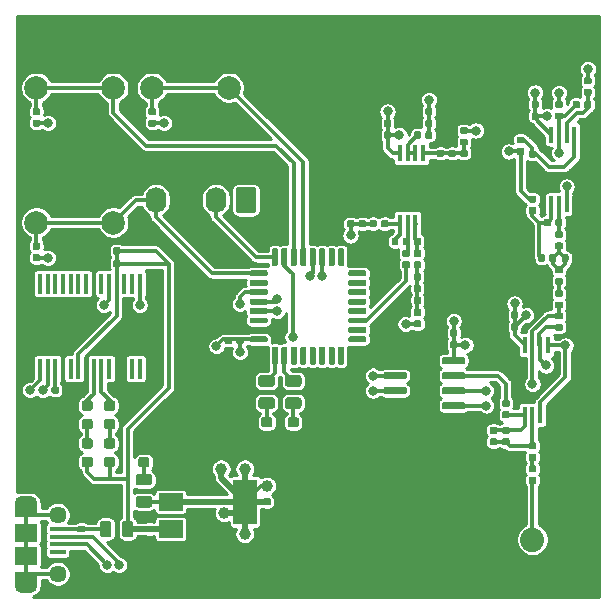
<source format=gbr>
G04 #@! TF.GenerationSoftware,KiCad,Pcbnew,(5.1.5)-3*
G04 #@! TF.CreationDate,2020-05-17T16:05:08+01:00*
G04 #@! TF.ProjectId,Chronos,4368726f-6e6f-4732-9e6b-696361645f70,X301*
G04 #@! TF.SameCoordinates,Original*
G04 #@! TF.FileFunction,Copper,L1,Top*
G04 #@! TF.FilePolarity,Positive*
%FSLAX46Y46*%
G04 Gerber Fmt 4.6, Leading zero omitted, Abs format (unit mm)*
G04 Created by KiCad (PCBNEW (5.1.5)-3) date 2020-05-17 16:05:08*
%MOMM*%
%LPD*%
G04 APERTURE LIST*
%ADD10C,0.100000*%
%ADD11R,0.450000X1.450000*%
%ADD12R,0.450000X1.750000*%
%ADD13R,2.000000X1.500000*%
%ADD14R,2.000000X3.800000*%
%ADD15C,2.000000*%
%ADD16C,2.250000*%
%ADD17C,2.050000*%
%ADD18O,1.740000X2.200000*%
%ADD19R,1.900000X1.200000*%
%ADD20O,1.900000X1.200000*%
%ADD21R,1.900000X1.500000*%
%ADD22C,1.450000*%
%ADD23R,1.350000X0.400000*%
%ADD24C,0.800000*%
%ADD25C,1.000000*%
%ADD26C,0.300000*%
%ADD27C,0.350000*%
%ADD28C,0.500000*%
%ADD29C,0.250000*%
G04 APERTURE END LIST*
G04 #@! TA.AperFunction,SMDPad,CuDef*
D10*
G36*
X225186958Y-126590710D02*
G01*
X225201276Y-126592834D01*
X225215317Y-126596351D01*
X225228946Y-126601228D01*
X225242031Y-126607417D01*
X225254447Y-126614858D01*
X225266073Y-126623481D01*
X225276798Y-126633202D01*
X225286519Y-126643927D01*
X225295142Y-126655553D01*
X225302583Y-126667969D01*
X225308772Y-126681054D01*
X225313649Y-126694683D01*
X225317166Y-126708724D01*
X225319290Y-126723042D01*
X225320000Y-126737500D01*
X225320000Y-127032500D01*
X225319290Y-127046958D01*
X225317166Y-127061276D01*
X225313649Y-127075317D01*
X225308772Y-127088946D01*
X225302583Y-127102031D01*
X225295142Y-127114447D01*
X225286519Y-127126073D01*
X225276798Y-127136798D01*
X225266073Y-127146519D01*
X225254447Y-127155142D01*
X225242031Y-127162583D01*
X225228946Y-127168772D01*
X225215317Y-127173649D01*
X225201276Y-127177166D01*
X225186958Y-127179290D01*
X225172500Y-127180000D01*
X224827500Y-127180000D01*
X224813042Y-127179290D01*
X224798724Y-127177166D01*
X224784683Y-127173649D01*
X224771054Y-127168772D01*
X224757969Y-127162583D01*
X224745553Y-127155142D01*
X224733927Y-127146519D01*
X224723202Y-127136798D01*
X224713481Y-127126073D01*
X224704858Y-127114447D01*
X224697417Y-127102031D01*
X224691228Y-127088946D01*
X224686351Y-127075317D01*
X224682834Y-127061276D01*
X224680710Y-127046958D01*
X224680000Y-127032500D01*
X224680000Y-126737500D01*
X224680710Y-126723042D01*
X224682834Y-126708724D01*
X224686351Y-126694683D01*
X224691228Y-126681054D01*
X224697417Y-126667969D01*
X224704858Y-126655553D01*
X224713481Y-126643927D01*
X224723202Y-126633202D01*
X224733927Y-126623481D01*
X224745553Y-126614858D01*
X224757969Y-126607417D01*
X224771054Y-126601228D01*
X224784683Y-126596351D01*
X224798724Y-126592834D01*
X224813042Y-126590710D01*
X224827500Y-126590000D01*
X225172500Y-126590000D01*
X225186958Y-126590710D01*
G37*
G04 #@! TD.AperFunction*
G04 #@! TA.AperFunction,SMDPad,CuDef*
G36*
X225186958Y-125620710D02*
G01*
X225201276Y-125622834D01*
X225215317Y-125626351D01*
X225228946Y-125631228D01*
X225242031Y-125637417D01*
X225254447Y-125644858D01*
X225266073Y-125653481D01*
X225276798Y-125663202D01*
X225286519Y-125673927D01*
X225295142Y-125685553D01*
X225302583Y-125697969D01*
X225308772Y-125711054D01*
X225313649Y-125724683D01*
X225317166Y-125738724D01*
X225319290Y-125753042D01*
X225320000Y-125767500D01*
X225320000Y-126062500D01*
X225319290Y-126076958D01*
X225317166Y-126091276D01*
X225313649Y-126105317D01*
X225308772Y-126118946D01*
X225302583Y-126132031D01*
X225295142Y-126144447D01*
X225286519Y-126156073D01*
X225276798Y-126166798D01*
X225266073Y-126176519D01*
X225254447Y-126185142D01*
X225242031Y-126192583D01*
X225228946Y-126198772D01*
X225215317Y-126203649D01*
X225201276Y-126207166D01*
X225186958Y-126209290D01*
X225172500Y-126210000D01*
X224827500Y-126210000D01*
X224813042Y-126209290D01*
X224798724Y-126207166D01*
X224784683Y-126203649D01*
X224771054Y-126198772D01*
X224757969Y-126192583D01*
X224745553Y-126185142D01*
X224733927Y-126176519D01*
X224723202Y-126166798D01*
X224713481Y-126156073D01*
X224704858Y-126144447D01*
X224697417Y-126132031D01*
X224691228Y-126118946D01*
X224686351Y-126105317D01*
X224682834Y-126091276D01*
X224680710Y-126076958D01*
X224680000Y-126062500D01*
X224680000Y-125767500D01*
X224680710Y-125753042D01*
X224682834Y-125738724D01*
X224686351Y-125724683D01*
X224691228Y-125711054D01*
X224697417Y-125697969D01*
X224704858Y-125685553D01*
X224713481Y-125673927D01*
X224723202Y-125663202D01*
X224733927Y-125653481D01*
X224745553Y-125644858D01*
X224757969Y-125637417D01*
X224771054Y-125631228D01*
X224784683Y-125626351D01*
X224798724Y-125622834D01*
X224813042Y-125620710D01*
X224827500Y-125620000D01*
X225172500Y-125620000D01*
X225186958Y-125620710D01*
G37*
G04 #@! TD.AperFunction*
G04 #@! TA.AperFunction,SMDPad,CuDef*
G36*
X186978207Y-152585710D02*
G01*
X186992525Y-152587834D01*
X187006566Y-152591351D01*
X187020195Y-152596228D01*
X187033280Y-152602417D01*
X187045696Y-152609858D01*
X187057322Y-152618481D01*
X187068047Y-152628202D01*
X187077768Y-152638927D01*
X187086391Y-152650553D01*
X187093832Y-152662969D01*
X187100021Y-152676054D01*
X187104898Y-152689683D01*
X187108415Y-152703724D01*
X187110539Y-152718042D01*
X187111249Y-152732500D01*
X187111249Y-153027500D01*
X187110539Y-153041958D01*
X187108415Y-153056276D01*
X187104898Y-153070317D01*
X187100021Y-153083946D01*
X187093832Y-153097031D01*
X187086391Y-153109447D01*
X187077768Y-153121073D01*
X187068047Y-153131798D01*
X187057322Y-153141519D01*
X187045696Y-153150142D01*
X187033280Y-153157583D01*
X187020195Y-153163772D01*
X187006566Y-153168649D01*
X186992525Y-153172166D01*
X186978207Y-153174290D01*
X186963749Y-153175000D01*
X186618749Y-153175000D01*
X186604291Y-153174290D01*
X186589973Y-153172166D01*
X186575932Y-153168649D01*
X186562303Y-153163772D01*
X186549218Y-153157583D01*
X186536802Y-153150142D01*
X186525176Y-153141519D01*
X186514451Y-153131798D01*
X186504730Y-153121073D01*
X186496107Y-153109447D01*
X186488666Y-153097031D01*
X186482477Y-153083946D01*
X186477600Y-153070317D01*
X186474083Y-153056276D01*
X186471959Y-153041958D01*
X186471249Y-153027500D01*
X186471249Y-152732500D01*
X186471959Y-152718042D01*
X186474083Y-152703724D01*
X186477600Y-152689683D01*
X186482477Y-152676054D01*
X186488666Y-152662969D01*
X186496107Y-152650553D01*
X186504730Y-152638927D01*
X186514451Y-152628202D01*
X186525176Y-152618481D01*
X186536802Y-152609858D01*
X186549218Y-152602417D01*
X186562303Y-152596228D01*
X186575932Y-152591351D01*
X186589973Y-152587834D01*
X186604291Y-152585710D01*
X186618749Y-152585000D01*
X186963749Y-152585000D01*
X186978207Y-152585710D01*
G37*
G04 #@! TD.AperFunction*
G04 #@! TA.AperFunction,SMDPad,CuDef*
G36*
X186978207Y-153555710D02*
G01*
X186992525Y-153557834D01*
X187006566Y-153561351D01*
X187020195Y-153566228D01*
X187033280Y-153572417D01*
X187045696Y-153579858D01*
X187057322Y-153588481D01*
X187068047Y-153598202D01*
X187077768Y-153608927D01*
X187086391Y-153620553D01*
X187093832Y-153632969D01*
X187100021Y-153646054D01*
X187104898Y-153659683D01*
X187108415Y-153673724D01*
X187110539Y-153688042D01*
X187111249Y-153702500D01*
X187111249Y-153997500D01*
X187110539Y-154011958D01*
X187108415Y-154026276D01*
X187104898Y-154040317D01*
X187100021Y-154053946D01*
X187093832Y-154067031D01*
X187086391Y-154079447D01*
X187077768Y-154091073D01*
X187068047Y-154101798D01*
X187057322Y-154111519D01*
X187045696Y-154120142D01*
X187033280Y-154127583D01*
X187020195Y-154133772D01*
X187006566Y-154138649D01*
X186992525Y-154142166D01*
X186978207Y-154144290D01*
X186963749Y-154145000D01*
X186618749Y-154145000D01*
X186604291Y-154144290D01*
X186589973Y-154142166D01*
X186575932Y-154138649D01*
X186562303Y-154133772D01*
X186549218Y-154127583D01*
X186536802Y-154120142D01*
X186525176Y-154111519D01*
X186514451Y-154101798D01*
X186504730Y-154091073D01*
X186496107Y-154079447D01*
X186488666Y-154067031D01*
X186482477Y-154053946D01*
X186477600Y-154040317D01*
X186474083Y-154026276D01*
X186471959Y-154011958D01*
X186471249Y-153997500D01*
X186471249Y-153702500D01*
X186471959Y-153688042D01*
X186474083Y-153673724D01*
X186477600Y-153659683D01*
X186482477Y-153646054D01*
X186488666Y-153632969D01*
X186496107Y-153620553D01*
X186504730Y-153608927D01*
X186514451Y-153598202D01*
X186525176Y-153588481D01*
X186536802Y-153579858D01*
X186549218Y-153572417D01*
X186562303Y-153566228D01*
X186575932Y-153561351D01*
X186589973Y-153557834D01*
X186604291Y-153555710D01*
X186618749Y-153555000D01*
X186963749Y-153555000D01*
X186978207Y-153555710D01*
G37*
G04 #@! TD.AperFunction*
G04 #@! TA.AperFunction,SMDPad,CuDef*
G36*
X227436958Y-117620710D02*
G01*
X227451276Y-117622834D01*
X227465317Y-117626351D01*
X227478946Y-117631228D01*
X227492031Y-117637417D01*
X227504447Y-117644858D01*
X227516073Y-117653481D01*
X227526798Y-117663202D01*
X227536519Y-117673927D01*
X227545142Y-117685553D01*
X227552583Y-117697969D01*
X227558772Y-117711054D01*
X227563649Y-117724683D01*
X227567166Y-117738724D01*
X227569290Y-117753042D01*
X227570000Y-117767500D01*
X227570000Y-118062500D01*
X227569290Y-118076958D01*
X227567166Y-118091276D01*
X227563649Y-118105317D01*
X227558772Y-118118946D01*
X227552583Y-118132031D01*
X227545142Y-118144447D01*
X227536519Y-118156073D01*
X227526798Y-118166798D01*
X227516073Y-118176519D01*
X227504447Y-118185142D01*
X227492031Y-118192583D01*
X227478946Y-118198772D01*
X227465317Y-118203649D01*
X227451276Y-118207166D01*
X227436958Y-118209290D01*
X227422500Y-118210000D01*
X227077500Y-118210000D01*
X227063042Y-118209290D01*
X227048724Y-118207166D01*
X227034683Y-118203649D01*
X227021054Y-118198772D01*
X227007969Y-118192583D01*
X226995553Y-118185142D01*
X226983927Y-118176519D01*
X226973202Y-118166798D01*
X226963481Y-118156073D01*
X226954858Y-118144447D01*
X226947417Y-118132031D01*
X226941228Y-118118946D01*
X226936351Y-118105317D01*
X226932834Y-118091276D01*
X226930710Y-118076958D01*
X226930000Y-118062500D01*
X226930000Y-117767500D01*
X226930710Y-117753042D01*
X226932834Y-117738724D01*
X226936351Y-117724683D01*
X226941228Y-117711054D01*
X226947417Y-117697969D01*
X226954858Y-117685553D01*
X226963481Y-117673927D01*
X226973202Y-117663202D01*
X226983927Y-117653481D01*
X226995553Y-117644858D01*
X227007969Y-117637417D01*
X227021054Y-117631228D01*
X227034683Y-117626351D01*
X227048724Y-117622834D01*
X227063042Y-117620710D01*
X227077500Y-117620000D01*
X227422500Y-117620000D01*
X227436958Y-117620710D01*
G37*
G04 #@! TD.AperFunction*
G04 #@! TA.AperFunction,SMDPad,CuDef*
G36*
X227436958Y-118590710D02*
G01*
X227451276Y-118592834D01*
X227465317Y-118596351D01*
X227478946Y-118601228D01*
X227492031Y-118607417D01*
X227504447Y-118614858D01*
X227516073Y-118623481D01*
X227526798Y-118633202D01*
X227536519Y-118643927D01*
X227545142Y-118655553D01*
X227552583Y-118667969D01*
X227558772Y-118681054D01*
X227563649Y-118694683D01*
X227567166Y-118708724D01*
X227569290Y-118723042D01*
X227570000Y-118737500D01*
X227570000Y-119032500D01*
X227569290Y-119046958D01*
X227567166Y-119061276D01*
X227563649Y-119075317D01*
X227558772Y-119088946D01*
X227552583Y-119102031D01*
X227545142Y-119114447D01*
X227536519Y-119126073D01*
X227526798Y-119136798D01*
X227516073Y-119146519D01*
X227504447Y-119155142D01*
X227492031Y-119162583D01*
X227478946Y-119168772D01*
X227465317Y-119173649D01*
X227451276Y-119177166D01*
X227436958Y-119179290D01*
X227422500Y-119180000D01*
X227077500Y-119180000D01*
X227063042Y-119179290D01*
X227048724Y-119177166D01*
X227034683Y-119173649D01*
X227021054Y-119168772D01*
X227007969Y-119162583D01*
X226995553Y-119155142D01*
X226983927Y-119146519D01*
X226973202Y-119136798D01*
X226963481Y-119126073D01*
X226954858Y-119114447D01*
X226947417Y-119102031D01*
X226941228Y-119088946D01*
X226936351Y-119075317D01*
X226932834Y-119061276D01*
X226930710Y-119046958D01*
X226930000Y-119032500D01*
X226930000Y-118737500D01*
X226930710Y-118723042D01*
X226932834Y-118708724D01*
X226936351Y-118694683D01*
X226941228Y-118681054D01*
X226947417Y-118667969D01*
X226954858Y-118655553D01*
X226963481Y-118643927D01*
X226973202Y-118633202D01*
X226983927Y-118623481D01*
X226995553Y-118614858D01*
X227007969Y-118607417D01*
X227021054Y-118601228D01*
X227034683Y-118596351D01*
X227048724Y-118592834D01*
X227063042Y-118590710D01*
X227077500Y-118590000D01*
X227422500Y-118590000D01*
X227436958Y-118590710D01*
G37*
G04 #@! TD.AperFunction*
G04 #@! TA.AperFunction,SMDPad,CuDef*
G36*
X192786958Y-154525710D02*
G01*
X192801276Y-154527834D01*
X192815317Y-154531351D01*
X192828946Y-154536228D01*
X192842031Y-154542417D01*
X192854447Y-154549858D01*
X192866073Y-154558481D01*
X192876798Y-154568202D01*
X192886519Y-154578927D01*
X192895142Y-154590553D01*
X192902583Y-154602969D01*
X192908772Y-154616054D01*
X192913649Y-154629683D01*
X192917166Y-154643724D01*
X192919290Y-154658042D01*
X192920000Y-154672500D01*
X192920000Y-154967500D01*
X192919290Y-154981958D01*
X192917166Y-154996276D01*
X192913649Y-155010317D01*
X192908772Y-155023946D01*
X192902583Y-155037031D01*
X192895142Y-155049447D01*
X192886519Y-155061073D01*
X192876798Y-155071798D01*
X192866073Y-155081519D01*
X192854447Y-155090142D01*
X192842031Y-155097583D01*
X192828946Y-155103772D01*
X192815317Y-155108649D01*
X192801276Y-155112166D01*
X192786958Y-155114290D01*
X192772500Y-155115000D01*
X192427500Y-155115000D01*
X192413042Y-155114290D01*
X192398724Y-155112166D01*
X192384683Y-155108649D01*
X192371054Y-155103772D01*
X192357969Y-155097583D01*
X192345553Y-155090142D01*
X192333927Y-155081519D01*
X192323202Y-155071798D01*
X192313481Y-155061073D01*
X192304858Y-155049447D01*
X192297417Y-155037031D01*
X192291228Y-155023946D01*
X192286351Y-155010317D01*
X192282834Y-154996276D01*
X192280710Y-154981958D01*
X192280000Y-154967500D01*
X192280000Y-154672500D01*
X192280710Y-154658042D01*
X192282834Y-154643724D01*
X192286351Y-154629683D01*
X192291228Y-154616054D01*
X192297417Y-154602969D01*
X192304858Y-154590553D01*
X192313481Y-154578927D01*
X192323202Y-154568202D01*
X192333927Y-154558481D01*
X192345553Y-154549858D01*
X192357969Y-154542417D01*
X192371054Y-154536228D01*
X192384683Y-154531351D01*
X192398724Y-154527834D01*
X192413042Y-154525710D01*
X192427500Y-154525000D01*
X192772500Y-154525000D01*
X192786958Y-154525710D01*
G37*
G04 #@! TD.AperFunction*
G04 #@! TA.AperFunction,SMDPad,CuDef*
G36*
X192786958Y-153555710D02*
G01*
X192801276Y-153557834D01*
X192815317Y-153561351D01*
X192828946Y-153566228D01*
X192842031Y-153572417D01*
X192854447Y-153579858D01*
X192866073Y-153588481D01*
X192876798Y-153598202D01*
X192886519Y-153608927D01*
X192895142Y-153620553D01*
X192902583Y-153632969D01*
X192908772Y-153646054D01*
X192913649Y-153659683D01*
X192917166Y-153673724D01*
X192919290Y-153688042D01*
X192920000Y-153702500D01*
X192920000Y-153997500D01*
X192919290Y-154011958D01*
X192917166Y-154026276D01*
X192913649Y-154040317D01*
X192908772Y-154053946D01*
X192902583Y-154067031D01*
X192895142Y-154079447D01*
X192886519Y-154091073D01*
X192876798Y-154101798D01*
X192866073Y-154111519D01*
X192854447Y-154120142D01*
X192842031Y-154127583D01*
X192828946Y-154133772D01*
X192815317Y-154138649D01*
X192801276Y-154142166D01*
X192786958Y-154144290D01*
X192772500Y-154145000D01*
X192427500Y-154145000D01*
X192413042Y-154144290D01*
X192398724Y-154142166D01*
X192384683Y-154138649D01*
X192371054Y-154133772D01*
X192357969Y-154127583D01*
X192345553Y-154120142D01*
X192333927Y-154111519D01*
X192323202Y-154101798D01*
X192313481Y-154091073D01*
X192304858Y-154079447D01*
X192297417Y-154067031D01*
X192291228Y-154053946D01*
X192286351Y-154040317D01*
X192282834Y-154026276D01*
X192280710Y-154011958D01*
X192280000Y-153997500D01*
X192280000Y-153702500D01*
X192280710Y-153688042D01*
X192282834Y-153673724D01*
X192286351Y-153659683D01*
X192291228Y-153646054D01*
X192297417Y-153632969D01*
X192304858Y-153620553D01*
X192313481Y-153608927D01*
X192323202Y-153598202D01*
X192333927Y-153588481D01*
X192345553Y-153579858D01*
X192357969Y-153572417D01*
X192371054Y-153566228D01*
X192384683Y-153561351D01*
X192398724Y-153557834D01*
X192413042Y-153555710D01*
X192427500Y-153555000D01*
X192772500Y-153555000D01*
X192786958Y-153555710D01*
G37*
G04 #@! TD.AperFunction*
G04 #@! TA.AperFunction,SMDPad,CuDef*
G36*
X202711958Y-152225710D02*
G01*
X202726276Y-152227834D01*
X202740317Y-152231351D01*
X202753946Y-152236228D01*
X202767031Y-152242417D01*
X202779447Y-152249858D01*
X202791073Y-152258481D01*
X202801798Y-152268202D01*
X202811519Y-152278927D01*
X202820142Y-152290553D01*
X202827583Y-152302969D01*
X202833772Y-152316054D01*
X202838649Y-152329683D01*
X202842166Y-152343724D01*
X202844290Y-152358042D01*
X202845000Y-152372500D01*
X202845000Y-152667500D01*
X202844290Y-152681958D01*
X202842166Y-152696276D01*
X202838649Y-152710317D01*
X202833772Y-152723946D01*
X202827583Y-152737031D01*
X202820142Y-152749447D01*
X202811519Y-152761073D01*
X202801798Y-152771798D01*
X202791073Y-152781519D01*
X202779447Y-152790142D01*
X202767031Y-152797583D01*
X202753946Y-152803772D01*
X202740317Y-152808649D01*
X202726276Y-152812166D01*
X202711958Y-152814290D01*
X202697500Y-152815000D01*
X202352500Y-152815000D01*
X202338042Y-152814290D01*
X202323724Y-152812166D01*
X202309683Y-152808649D01*
X202296054Y-152803772D01*
X202282969Y-152797583D01*
X202270553Y-152790142D01*
X202258927Y-152781519D01*
X202248202Y-152771798D01*
X202238481Y-152761073D01*
X202229858Y-152749447D01*
X202222417Y-152737031D01*
X202216228Y-152723946D01*
X202211351Y-152710317D01*
X202207834Y-152696276D01*
X202205710Y-152681958D01*
X202205000Y-152667500D01*
X202205000Y-152372500D01*
X202205710Y-152358042D01*
X202207834Y-152343724D01*
X202211351Y-152329683D01*
X202216228Y-152316054D01*
X202222417Y-152302969D01*
X202229858Y-152290553D01*
X202238481Y-152278927D01*
X202248202Y-152268202D01*
X202258927Y-152258481D01*
X202270553Y-152249858D01*
X202282969Y-152242417D01*
X202296054Y-152236228D01*
X202309683Y-152231351D01*
X202323724Y-152227834D01*
X202338042Y-152225710D01*
X202352500Y-152225000D01*
X202697500Y-152225000D01*
X202711958Y-152225710D01*
G37*
G04 #@! TD.AperFunction*
G04 #@! TA.AperFunction,SMDPad,CuDef*
G36*
X202711958Y-151255710D02*
G01*
X202726276Y-151257834D01*
X202740317Y-151261351D01*
X202753946Y-151266228D01*
X202767031Y-151272417D01*
X202779447Y-151279858D01*
X202791073Y-151288481D01*
X202801798Y-151298202D01*
X202811519Y-151308927D01*
X202820142Y-151320553D01*
X202827583Y-151332969D01*
X202833772Y-151346054D01*
X202838649Y-151359683D01*
X202842166Y-151373724D01*
X202844290Y-151388042D01*
X202845000Y-151402500D01*
X202845000Y-151697500D01*
X202844290Y-151711958D01*
X202842166Y-151726276D01*
X202838649Y-151740317D01*
X202833772Y-151753946D01*
X202827583Y-151767031D01*
X202820142Y-151779447D01*
X202811519Y-151791073D01*
X202801798Y-151801798D01*
X202791073Y-151811519D01*
X202779447Y-151820142D01*
X202767031Y-151827583D01*
X202753946Y-151833772D01*
X202740317Y-151838649D01*
X202726276Y-151842166D01*
X202711958Y-151844290D01*
X202697500Y-151845000D01*
X202352500Y-151845000D01*
X202338042Y-151844290D01*
X202323724Y-151842166D01*
X202309683Y-151838649D01*
X202296054Y-151833772D01*
X202282969Y-151827583D01*
X202270553Y-151820142D01*
X202258927Y-151811519D01*
X202248202Y-151801798D01*
X202238481Y-151791073D01*
X202229858Y-151779447D01*
X202222417Y-151767031D01*
X202216228Y-151753946D01*
X202211351Y-151740317D01*
X202207834Y-151726276D01*
X202205710Y-151711958D01*
X202205000Y-151697500D01*
X202205000Y-151402500D01*
X202205710Y-151388042D01*
X202207834Y-151373724D01*
X202211351Y-151359683D01*
X202216228Y-151346054D01*
X202222417Y-151332969D01*
X202229858Y-151320553D01*
X202238481Y-151308927D01*
X202248202Y-151298202D01*
X202258927Y-151288481D01*
X202270553Y-151279858D01*
X202282969Y-151272417D01*
X202296054Y-151266228D01*
X202309683Y-151261351D01*
X202323724Y-151257834D01*
X202338042Y-151255710D01*
X202352500Y-151255000D01*
X202697500Y-151255000D01*
X202711958Y-151255710D01*
G37*
G04 #@! TD.AperFunction*
D11*
X213775000Y-122050000D03*
X214425000Y-122050000D03*
X215075000Y-122050000D03*
X215725000Y-122050000D03*
X215725000Y-127950000D03*
X215075000Y-127950000D03*
X214425000Y-127950000D03*
X213775000Y-127950000D03*
X226600000Y-120450000D03*
X227250000Y-120450000D03*
X227900000Y-120450000D03*
X228550000Y-120450000D03*
X228550000Y-126350000D03*
X227900000Y-126350000D03*
X227250000Y-126350000D03*
X226600000Y-126350000D03*
G04 #@! TA.AperFunction,SMDPad,CuDef*
D10*
G36*
X219164703Y-139295722D02*
G01*
X219179264Y-139297882D01*
X219193543Y-139301459D01*
X219207403Y-139306418D01*
X219220710Y-139312712D01*
X219233336Y-139320280D01*
X219245159Y-139329048D01*
X219256066Y-139338934D01*
X219265952Y-139349841D01*
X219274720Y-139361664D01*
X219282288Y-139374290D01*
X219288582Y-139387597D01*
X219293541Y-139401457D01*
X219297118Y-139415736D01*
X219299278Y-139430297D01*
X219300000Y-139445000D01*
X219300000Y-139745000D01*
X219299278Y-139759703D01*
X219297118Y-139774264D01*
X219293541Y-139788543D01*
X219288582Y-139802403D01*
X219282288Y-139815710D01*
X219274720Y-139828336D01*
X219265952Y-139840159D01*
X219256066Y-139851066D01*
X219245159Y-139860952D01*
X219233336Y-139869720D01*
X219220710Y-139877288D01*
X219207403Y-139883582D01*
X219193543Y-139888541D01*
X219179264Y-139892118D01*
X219164703Y-139894278D01*
X219150000Y-139895000D01*
X217500000Y-139895000D01*
X217485297Y-139894278D01*
X217470736Y-139892118D01*
X217456457Y-139888541D01*
X217442597Y-139883582D01*
X217429290Y-139877288D01*
X217416664Y-139869720D01*
X217404841Y-139860952D01*
X217393934Y-139851066D01*
X217384048Y-139840159D01*
X217375280Y-139828336D01*
X217367712Y-139815710D01*
X217361418Y-139802403D01*
X217356459Y-139788543D01*
X217352882Y-139774264D01*
X217350722Y-139759703D01*
X217350000Y-139745000D01*
X217350000Y-139445000D01*
X217350722Y-139430297D01*
X217352882Y-139415736D01*
X217356459Y-139401457D01*
X217361418Y-139387597D01*
X217367712Y-139374290D01*
X217375280Y-139361664D01*
X217384048Y-139349841D01*
X217393934Y-139338934D01*
X217404841Y-139329048D01*
X217416664Y-139320280D01*
X217429290Y-139312712D01*
X217442597Y-139306418D01*
X217456457Y-139301459D01*
X217470736Y-139297882D01*
X217485297Y-139295722D01*
X217500000Y-139295000D01*
X219150000Y-139295000D01*
X219164703Y-139295722D01*
G37*
G04 #@! TD.AperFunction*
G04 #@! TA.AperFunction,SMDPad,CuDef*
G36*
X219164703Y-140565722D02*
G01*
X219179264Y-140567882D01*
X219193543Y-140571459D01*
X219207403Y-140576418D01*
X219220710Y-140582712D01*
X219233336Y-140590280D01*
X219245159Y-140599048D01*
X219256066Y-140608934D01*
X219265952Y-140619841D01*
X219274720Y-140631664D01*
X219282288Y-140644290D01*
X219288582Y-140657597D01*
X219293541Y-140671457D01*
X219297118Y-140685736D01*
X219299278Y-140700297D01*
X219300000Y-140715000D01*
X219300000Y-141015000D01*
X219299278Y-141029703D01*
X219297118Y-141044264D01*
X219293541Y-141058543D01*
X219288582Y-141072403D01*
X219282288Y-141085710D01*
X219274720Y-141098336D01*
X219265952Y-141110159D01*
X219256066Y-141121066D01*
X219245159Y-141130952D01*
X219233336Y-141139720D01*
X219220710Y-141147288D01*
X219207403Y-141153582D01*
X219193543Y-141158541D01*
X219179264Y-141162118D01*
X219164703Y-141164278D01*
X219150000Y-141165000D01*
X217500000Y-141165000D01*
X217485297Y-141164278D01*
X217470736Y-141162118D01*
X217456457Y-141158541D01*
X217442597Y-141153582D01*
X217429290Y-141147288D01*
X217416664Y-141139720D01*
X217404841Y-141130952D01*
X217393934Y-141121066D01*
X217384048Y-141110159D01*
X217375280Y-141098336D01*
X217367712Y-141085710D01*
X217361418Y-141072403D01*
X217356459Y-141058543D01*
X217352882Y-141044264D01*
X217350722Y-141029703D01*
X217350000Y-141015000D01*
X217350000Y-140715000D01*
X217350722Y-140700297D01*
X217352882Y-140685736D01*
X217356459Y-140671457D01*
X217361418Y-140657597D01*
X217367712Y-140644290D01*
X217375280Y-140631664D01*
X217384048Y-140619841D01*
X217393934Y-140608934D01*
X217404841Y-140599048D01*
X217416664Y-140590280D01*
X217429290Y-140582712D01*
X217442597Y-140576418D01*
X217456457Y-140571459D01*
X217470736Y-140567882D01*
X217485297Y-140565722D01*
X217500000Y-140565000D01*
X219150000Y-140565000D01*
X219164703Y-140565722D01*
G37*
G04 #@! TD.AperFunction*
G04 #@! TA.AperFunction,SMDPad,CuDef*
G36*
X219164703Y-141835722D02*
G01*
X219179264Y-141837882D01*
X219193543Y-141841459D01*
X219207403Y-141846418D01*
X219220710Y-141852712D01*
X219233336Y-141860280D01*
X219245159Y-141869048D01*
X219256066Y-141878934D01*
X219265952Y-141889841D01*
X219274720Y-141901664D01*
X219282288Y-141914290D01*
X219288582Y-141927597D01*
X219293541Y-141941457D01*
X219297118Y-141955736D01*
X219299278Y-141970297D01*
X219300000Y-141985000D01*
X219300000Y-142285000D01*
X219299278Y-142299703D01*
X219297118Y-142314264D01*
X219293541Y-142328543D01*
X219288582Y-142342403D01*
X219282288Y-142355710D01*
X219274720Y-142368336D01*
X219265952Y-142380159D01*
X219256066Y-142391066D01*
X219245159Y-142400952D01*
X219233336Y-142409720D01*
X219220710Y-142417288D01*
X219207403Y-142423582D01*
X219193543Y-142428541D01*
X219179264Y-142432118D01*
X219164703Y-142434278D01*
X219150000Y-142435000D01*
X217500000Y-142435000D01*
X217485297Y-142434278D01*
X217470736Y-142432118D01*
X217456457Y-142428541D01*
X217442597Y-142423582D01*
X217429290Y-142417288D01*
X217416664Y-142409720D01*
X217404841Y-142400952D01*
X217393934Y-142391066D01*
X217384048Y-142380159D01*
X217375280Y-142368336D01*
X217367712Y-142355710D01*
X217361418Y-142342403D01*
X217356459Y-142328543D01*
X217352882Y-142314264D01*
X217350722Y-142299703D01*
X217350000Y-142285000D01*
X217350000Y-141985000D01*
X217350722Y-141970297D01*
X217352882Y-141955736D01*
X217356459Y-141941457D01*
X217361418Y-141927597D01*
X217367712Y-141914290D01*
X217375280Y-141901664D01*
X217384048Y-141889841D01*
X217393934Y-141878934D01*
X217404841Y-141869048D01*
X217416664Y-141860280D01*
X217429290Y-141852712D01*
X217442597Y-141846418D01*
X217456457Y-141841459D01*
X217470736Y-141837882D01*
X217485297Y-141835722D01*
X217500000Y-141835000D01*
X219150000Y-141835000D01*
X219164703Y-141835722D01*
G37*
G04 #@! TD.AperFunction*
G04 #@! TA.AperFunction,SMDPad,CuDef*
G36*
X219164703Y-143105722D02*
G01*
X219179264Y-143107882D01*
X219193543Y-143111459D01*
X219207403Y-143116418D01*
X219220710Y-143122712D01*
X219233336Y-143130280D01*
X219245159Y-143139048D01*
X219256066Y-143148934D01*
X219265952Y-143159841D01*
X219274720Y-143171664D01*
X219282288Y-143184290D01*
X219288582Y-143197597D01*
X219293541Y-143211457D01*
X219297118Y-143225736D01*
X219299278Y-143240297D01*
X219300000Y-143255000D01*
X219300000Y-143555000D01*
X219299278Y-143569703D01*
X219297118Y-143584264D01*
X219293541Y-143598543D01*
X219288582Y-143612403D01*
X219282288Y-143625710D01*
X219274720Y-143638336D01*
X219265952Y-143650159D01*
X219256066Y-143661066D01*
X219245159Y-143670952D01*
X219233336Y-143679720D01*
X219220710Y-143687288D01*
X219207403Y-143693582D01*
X219193543Y-143698541D01*
X219179264Y-143702118D01*
X219164703Y-143704278D01*
X219150000Y-143705000D01*
X217500000Y-143705000D01*
X217485297Y-143704278D01*
X217470736Y-143702118D01*
X217456457Y-143698541D01*
X217442597Y-143693582D01*
X217429290Y-143687288D01*
X217416664Y-143679720D01*
X217404841Y-143670952D01*
X217393934Y-143661066D01*
X217384048Y-143650159D01*
X217375280Y-143638336D01*
X217367712Y-143625710D01*
X217361418Y-143612403D01*
X217356459Y-143598543D01*
X217352882Y-143584264D01*
X217350722Y-143569703D01*
X217350000Y-143555000D01*
X217350000Y-143255000D01*
X217350722Y-143240297D01*
X217352882Y-143225736D01*
X217356459Y-143211457D01*
X217361418Y-143197597D01*
X217367712Y-143184290D01*
X217375280Y-143171664D01*
X217384048Y-143159841D01*
X217393934Y-143148934D01*
X217404841Y-143139048D01*
X217416664Y-143130280D01*
X217429290Y-143122712D01*
X217442597Y-143116418D01*
X217456457Y-143111459D01*
X217470736Y-143107882D01*
X217485297Y-143105722D01*
X217500000Y-143105000D01*
X219150000Y-143105000D01*
X219164703Y-143105722D01*
G37*
G04 #@! TD.AperFunction*
G04 #@! TA.AperFunction,SMDPad,CuDef*
G36*
X214214703Y-143105722D02*
G01*
X214229264Y-143107882D01*
X214243543Y-143111459D01*
X214257403Y-143116418D01*
X214270710Y-143122712D01*
X214283336Y-143130280D01*
X214295159Y-143139048D01*
X214306066Y-143148934D01*
X214315952Y-143159841D01*
X214324720Y-143171664D01*
X214332288Y-143184290D01*
X214338582Y-143197597D01*
X214343541Y-143211457D01*
X214347118Y-143225736D01*
X214349278Y-143240297D01*
X214350000Y-143255000D01*
X214350000Y-143555000D01*
X214349278Y-143569703D01*
X214347118Y-143584264D01*
X214343541Y-143598543D01*
X214338582Y-143612403D01*
X214332288Y-143625710D01*
X214324720Y-143638336D01*
X214315952Y-143650159D01*
X214306066Y-143661066D01*
X214295159Y-143670952D01*
X214283336Y-143679720D01*
X214270710Y-143687288D01*
X214257403Y-143693582D01*
X214243543Y-143698541D01*
X214229264Y-143702118D01*
X214214703Y-143704278D01*
X214200000Y-143705000D01*
X212550000Y-143705000D01*
X212535297Y-143704278D01*
X212520736Y-143702118D01*
X212506457Y-143698541D01*
X212492597Y-143693582D01*
X212479290Y-143687288D01*
X212466664Y-143679720D01*
X212454841Y-143670952D01*
X212443934Y-143661066D01*
X212434048Y-143650159D01*
X212425280Y-143638336D01*
X212417712Y-143625710D01*
X212411418Y-143612403D01*
X212406459Y-143598543D01*
X212402882Y-143584264D01*
X212400722Y-143569703D01*
X212400000Y-143555000D01*
X212400000Y-143255000D01*
X212400722Y-143240297D01*
X212402882Y-143225736D01*
X212406459Y-143211457D01*
X212411418Y-143197597D01*
X212417712Y-143184290D01*
X212425280Y-143171664D01*
X212434048Y-143159841D01*
X212443934Y-143148934D01*
X212454841Y-143139048D01*
X212466664Y-143130280D01*
X212479290Y-143122712D01*
X212492597Y-143116418D01*
X212506457Y-143111459D01*
X212520736Y-143107882D01*
X212535297Y-143105722D01*
X212550000Y-143105000D01*
X214200000Y-143105000D01*
X214214703Y-143105722D01*
G37*
G04 #@! TD.AperFunction*
G04 #@! TA.AperFunction,SMDPad,CuDef*
G36*
X214214703Y-141835722D02*
G01*
X214229264Y-141837882D01*
X214243543Y-141841459D01*
X214257403Y-141846418D01*
X214270710Y-141852712D01*
X214283336Y-141860280D01*
X214295159Y-141869048D01*
X214306066Y-141878934D01*
X214315952Y-141889841D01*
X214324720Y-141901664D01*
X214332288Y-141914290D01*
X214338582Y-141927597D01*
X214343541Y-141941457D01*
X214347118Y-141955736D01*
X214349278Y-141970297D01*
X214350000Y-141985000D01*
X214350000Y-142285000D01*
X214349278Y-142299703D01*
X214347118Y-142314264D01*
X214343541Y-142328543D01*
X214338582Y-142342403D01*
X214332288Y-142355710D01*
X214324720Y-142368336D01*
X214315952Y-142380159D01*
X214306066Y-142391066D01*
X214295159Y-142400952D01*
X214283336Y-142409720D01*
X214270710Y-142417288D01*
X214257403Y-142423582D01*
X214243543Y-142428541D01*
X214229264Y-142432118D01*
X214214703Y-142434278D01*
X214200000Y-142435000D01*
X212550000Y-142435000D01*
X212535297Y-142434278D01*
X212520736Y-142432118D01*
X212506457Y-142428541D01*
X212492597Y-142423582D01*
X212479290Y-142417288D01*
X212466664Y-142409720D01*
X212454841Y-142400952D01*
X212443934Y-142391066D01*
X212434048Y-142380159D01*
X212425280Y-142368336D01*
X212417712Y-142355710D01*
X212411418Y-142342403D01*
X212406459Y-142328543D01*
X212402882Y-142314264D01*
X212400722Y-142299703D01*
X212400000Y-142285000D01*
X212400000Y-141985000D01*
X212400722Y-141970297D01*
X212402882Y-141955736D01*
X212406459Y-141941457D01*
X212411418Y-141927597D01*
X212417712Y-141914290D01*
X212425280Y-141901664D01*
X212434048Y-141889841D01*
X212443934Y-141878934D01*
X212454841Y-141869048D01*
X212466664Y-141860280D01*
X212479290Y-141852712D01*
X212492597Y-141846418D01*
X212506457Y-141841459D01*
X212520736Y-141837882D01*
X212535297Y-141835722D01*
X212550000Y-141835000D01*
X214200000Y-141835000D01*
X214214703Y-141835722D01*
G37*
G04 #@! TD.AperFunction*
G04 #@! TA.AperFunction,SMDPad,CuDef*
G36*
X214214703Y-140565722D02*
G01*
X214229264Y-140567882D01*
X214243543Y-140571459D01*
X214257403Y-140576418D01*
X214270710Y-140582712D01*
X214283336Y-140590280D01*
X214295159Y-140599048D01*
X214306066Y-140608934D01*
X214315952Y-140619841D01*
X214324720Y-140631664D01*
X214332288Y-140644290D01*
X214338582Y-140657597D01*
X214343541Y-140671457D01*
X214347118Y-140685736D01*
X214349278Y-140700297D01*
X214350000Y-140715000D01*
X214350000Y-141015000D01*
X214349278Y-141029703D01*
X214347118Y-141044264D01*
X214343541Y-141058543D01*
X214338582Y-141072403D01*
X214332288Y-141085710D01*
X214324720Y-141098336D01*
X214315952Y-141110159D01*
X214306066Y-141121066D01*
X214295159Y-141130952D01*
X214283336Y-141139720D01*
X214270710Y-141147288D01*
X214257403Y-141153582D01*
X214243543Y-141158541D01*
X214229264Y-141162118D01*
X214214703Y-141164278D01*
X214200000Y-141165000D01*
X212550000Y-141165000D01*
X212535297Y-141164278D01*
X212520736Y-141162118D01*
X212506457Y-141158541D01*
X212492597Y-141153582D01*
X212479290Y-141147288D01*
X212466664Y-141139720D01*
X212454841Y-141130952D01*
X212443934Y-141121066D01*
X212434048Y-141110159D01*
X212425280Y-141098336D01*
X212417712Y-141085710D01*
X212411418Y-141072403D01*
X212406459Y-141058543D01*
X212402882Y-141044264D01*
X212400722Y-141029703D01*
X212400000Y-141015000D01*
X212400000Y-140715000D01*
X212400722Y-140700297D01*
X212402882Y-140685736D01*
X212406459Y-140671457D01*
X212411418Y-140657597D01*
X212417712Y-140644290D01*
X212425280Y-140631664D01*
X212434048Y-140619841D01*
X212443934Y-140608934D01*
X212454841Y-140599048D01*
X212466664Y-140590280D01*
X212479290Y-140582712D01*
X212492597Y-140576418D01*
X212506457Y-140571459D01*
X212520736Y-140567882D01*
X212535297Y-140565722D01*
X212550000Y-140565000D01*
X214200000Y-140565000D01*
X214214703Y-140565722D01*
G37*
G04 #@! TD.AperFunction*
G04 #@! TA.AperFunction,SMDPad,CuDef*
G36*
X214214703Y-139295722D02*
G01*
X214229264Y-139297882D01*
X214243543Y-139301459D01*
X214257403Y-139306418D01*
X214270710Y-139312712D01*
X214283336Y-139320280D01*
X214295159Y-139329048D01*
X214306066Y-139338934D01*
X214315952Y-139349841D01*
X214324720Y-139361664D01*
X214332288Y-139374290D01*
X214338582Y-139387597D01*
X214343541Y-139401457D01*
X214347118Y-139415736D01*
X214349278Y-139430297D01*
X214350000Y-139445000D01*
X214350000Y-139745000D01*
X214349278Y-139759703D01*
X214347118Y-139774264D01*
X214343541Y-139788543D01*
X214338582Y-139802403D01*
X214332288Y-139815710D01*
X214324720Y-139828336D01*
X214315952Y-139840159D01*
X214306066Y-139851066D01*
X214295159Y-139860952D01*
X214283336Y-139869720D01*
X214270710Y-139877288D01*
X214257403Y-139883582D01*
X214243543Y-139888541D01*
X214229264Y-139892118D01*
X214214703Y-139894278D01*
X214200000Y-139895000D01*
X212550000Y-139895000D01*
X212535297Y-139894278D01*
X212520736Y-139892118D01*
X212506457Y-139888541D01*
X212492597Y-139883582D01*
X212479290Y-139877288D01*
X212466664Y-139869720D01*
X212454841Y-139860952D01*
X212443934Y-139851066D01*
X212434048Y-139840159D01*
X212425280Y-139828336D01*
X212417712Y-139815710D01*
X212411418Y-139802403D01*
X212406459Y-139788543D01*
X212402882Y-139774264D01*
X212400722Y-139759703D01*
X212400000Y-139745000D01*
X212400000Y-139445000D01*
X212400722Y-139430297D01*
X212402882Y-139415736D01*
X212406459Y-139401457D01*
X212411418Y-139387597D01*
X212417712Y-139374290D01*
X212425280Y-139361664D01*
X212434048Y-139349841D01*
X212443934Y-139338934D01*
X212454841Y-139329048D01*
X212466664Y-139320280D01*
X212479290Y-139312712D01*
X212492597Y-139306418D01*
X212506457Y-139301459D01*
X212520736Y-139297882D01*
X212535297Y-139295722D01*
X212550000Y-139295000D01*
X214200000Y-139295000D01*
X214214703Y-139295722D01*
G37*
G04 #@! TD.AperFunction*
D11*
X224350000Y-138300000D03*
X225000000Y-138300000D03*
X225650000Y-138300000D03*
X226300000Y-138300000D03*
X226300000Y-144200000D03*
X225650000Y-144200000D03*
X225000000Y-144200000D03*
X224350000Y-144200000D03*
D12*
X191750000Y-140275000D03*
X191100000Y-140275000D03*
X190450000Y-140275000D03*
X189800000Y-140275000D03*
X189150000Y-140275000D03*
X188500000Y-140275000D03*
X187850000Y-140275000D03*
X187200000Y-140275000D03*
X186550000Y-140275000D03*
X185900000Y-140275000D03*
X185250000Y-140275000D03*
X184600000Y-140275000D03*
X183950000Y-140275000D03*
X183300000Y-140275000D03*
X183300000Y-133075000D03*
X183950000Y-133075000D03*
X184600000Y-133075000D03*
X185250000Y-133075000D03*
X185900000Y-133075000D03*
X186550000Y-133075000D03*
X187200000Y-133075000D03*
X187850000Y-133075000D03*
X188500000Y-133075000D03*
X189150000Y-133075000D03*
X189800000Y-133075000D03*
X190450000Y-133075000D03*
X191100000Y-133075000D03*
X191750000Y-133075000D03*
D13*
X194375000Y-149250000D03*
X194375000Y-153850000D03*
X194375000Y-151550000D03*
D14*
X200675000Y-151550000D03*
G04 #@! TA.AperFunction,SMDPad,CuDef*
D10*
G36*
X203337252Y-130075602D02*
G01*
X203349386Y-130077402D01*
X203361286Y-130080382D01*
X203372835Y-130084515D01*
X203383925Y-130089760D01*
X203394446Y-130096066D01*
X203404299Y-130103374D01*
X203413388Y-130111612D01*
X203421626Y-130120701D01*
X203428934Y-130130554D01*
X203435240Y-130141075D01*
X203440485Y-130152165D01*
X203444618Y-130163714D01*
X203447598Y-130175614D01*
X203449398Y-130187748D01*
X203450000Y-130200000D01*
X203450000Y-131450000D01*
X203449398Y-131462252D01*
X203447598Y-131474386D01*
X203444618Y-131486286D01*
X203440485Y-131497835D01*
X203435240Y-131508925D01*
X203428934Y-131519446D01*
X203421626Y-131529299D01*
X203413388Y-131538388D01*
X203404299Y-131546626D01*
X203394446Y-131553934D01*
X203383925Y-131560240D01*
X203372835Y-131565485D01*
X203361286Y-131569618D01*
X203349386Y-131572598D01*
X203337252Y-131574398D01*
X203325000Y-131575000D01*
X203075000Y-131575000D01*
X203062748Y-131574398D01*
X203050614Y-131572598D01*
X203038714Y-131569618D01*
X203027165Y-131565485D01*
X203016075Y-131560240D01*
X203005554Y-131553934D01*
X202995701Y-131546626D01*
X202986612Y-131538388D01*
X202978374Y-131529299D01*
X202971066Y-131519446D01*
X202964760Y-131508925D01*
X202959515Y-131497835D01*
X202955382Y-131486286D01*
X202952402Y-131474386D01*
X202950602Y-131462252D01*
X202950000Y-131450000D01*
X202950000Y-130200000D01*
X202950602Y-130187748D01*
X202952402Y-130175614D01*
X202955382Y-130163714D01*
X202959515Y-130152165D01*
X202964760Y-130141075D01*
X202971066Y-130130554D01*
X202978374Y-130120701D01*
X202986612Y-130111612D01*
X202995701Y-130103374D01*
X203005554Y-130096066D01*
X203016075Y-130089760D01*
X203027165Y-130084515D01*
X203038714Y-130080382D01*
X203050614Y-130077402D01*
X203062748Y-130075602D01*
X203075000Y-130075000D01*
X203325000Y-130075000D01*
X203337252Y-130075602D01*
G37*
G04 #@! TD.AperFunction*
G04 #@! TA.AperFunction,SMDPad,CuDef*
G36*
X204137252Y-130075602D02*
G01*
X204149386Y-130077402D01*
X204161286Y-130080382D01*
X204172835Y-130084515D01*
X204183925Y-130089760D01*
X204194446Y-130096066D01*
X204204299Y-130103374D01*
X204213388Y-130111612D01*
X204221626Y-130120701D01*
X204228934Y-130130554D01*
X204235240Y-130141075D01*
X204240485Y-130152165D01*
X204244618Y-130163714D01*
X204247598Y-130175614D01*
X204249398Y-130187748D01*
X204250000Y-130200000D01*
X204250000Y-131450000D01*
X204249398Y-131462252D01*
X204247598Y-131474386D01*
X204244618Y-131486286D01*
X204240485Y-131497835D01*
X204235240Y-131508925D01*
X204228934Y-131519446D01*
X204221626Y-131529299D01*
X204213388Y-131538388D01*
X204204299Y-131546626D01*
X204194446Y-131553934D01*
X204183925Y-131560240D01*
X204172835Y-131565485D01*
X204161286Y-131569618D01*
X204149386Y-131572598D01*
X204137252Y-131574398D01*
X204125000Y-131575000D01*
X203875000Y-131575000D01*
X203862748Y-131574398D01*
X203850614Y-131572598D01*
X203838714Y-131569618D01*
X203827165Y-131565485D01*
X203816075Y-131560240D01*
X203805554Y-131553934D01*
X203795701Y-131546626D01*
X203786612Y-131538388D01*
X203778374Y-131529299D01*
X203771066Y-131519446D01*
X203764760Y-131508925D01*
X203759515Y-131497835D01*
X203755382Y-131486286D01*
X203752402Y-131474386D01*
X203750602Y-131462252D01*
X203750000Y-131450000D01*
X203750000Y-130200000D01*
X203750602Y-130187748D01*
X203752402Y-130175614D01*
X203755382Y-130163714D01*
X203759515Y-130152165D01*
X203764760Y-130141075D01*
X203771066Y-130130554D01*
X203778374Y-130120701D01*
X203786612Y-130111612D01*
X203795701Y-130103374D01*
X203805554Y-130096066D01*
X203816075Y-130089760D01*
X203827165Y-130084515D01*
X203838714Y-130080382D01*
X203850614Y-130077402D01*
X203862748Y-130075602D01*
X203875000Y-130075000D01*
X204125000Y-130075000D01*
X204137252Y-130075602D01*
G37*
G04 #@! TD.AperFunction*
G04 #@! TA.AperFunction,SMDPad,CuDef*
G36*
X204937252Y-130075602D02*
G01*
X204949386Y-130077402D01*
X204961286Y-130080382D01*
X204972835Y-130084515D01*
X204983925Y-130089760D01*
X204994446Y-130096066D01*
X205004299Y-130103374D01*
X205013388Y-130111612D01*
X205021626Y-130120701D01*
X205028934Y-130130554D01*
X205035240Y-130141075D01*
X205040485Y-130152165D01*
X205044618Y-130163714D01*
X205047598Y-130175614D01*
X205049398Y-130187748D01*
X205050000Y-130200000D01*
X205050000Y-131450000D01*
X205049398Y-131462252D01*
X205047598Y-131474386D01*
X205044618Y-131486286D01*
X205040485Y-131497835D01*
X205035240Y-131508925D01*
X205028934Y-131519446D01*
X205021626Y-131529299D01*
X205013388Y-131538388D01*
X205004299Y-131546626D01*
X204994446Y-131553934D01*
X204983925Y-131560240D01*
X204972835Y-131565485D01*
X204961286Y-131569618D01*
X204949386Y-131572598D01*
X204937252Y-131574398D01*
X204925000Y-131575000D01*
X204675000Y-131575000D01*
X204662748Y-131574398D01*
X204650614Y-131572598D01*
X204638714Y-131569618D01*
X204627165Y-131565485D01*
X204616075Y-131560240D01*
X204605554Y-131553934D01*
X204595701Y-131546626D01*
X204586612Y-131538388D01*
X204578374Y-131529299D01*
X204571066Y-131519446D01*
X204564760Y-131508925D01*
X204559515Y-131497835D01*
X204555382Y-131486286D01*
X204552402Y-131474386D01*
X204550602Y-131462252D01*
X204550000Y-131450000D01*
X204550000Y-130200000D01*
X204550602Y-130187748D01*
X204552402Y-130175614D01*
X204555382Y-130163714D01*
X204559515Y-130152165D01*
X204564760Y-130141075D01*
X204571066Y-130130554D01*
X204578374Y-130120701D01*
X204586612Y-130111612D01*
X204595701Y-130103374D01*
X204605554Y-130096066D01*
X204616075Y-130089760D01*
X204627165Y-130084515D01*
X204638714Y-130080382D01*
X204650614Y-130077402D01*
X204662748Y-130075602D01*
X204675000Y-130075000D01*
X204925000Y-130075000D01*
X204937252Y-130075602D01*
G37*
G04 #@! TD.AperFunction*
G04 #@! TA.AperFunction,SMDPad,CuDef*
G36*
X205737252Y-130075602D02*
G01*
X205749386Y-130077402D01*
X205761286Y-130080382D01*
X205772835Y-130084515D01*
X205783925Y-130089760D01*
X205794446Y-130096066D01*
X205804299Y-130103374D01*
X205813388Y-130111612D01*
X205821626Y-130120701D01*
X205828934Y-130130554D01*
X205835240Y-130141075D01*
X205840485Y-130152165D01*
X205844618Y-130163714D01*
X205847598Y-130175614D01*
X205849398Y-130187748D01*
X205850000Y-130200000D01*
X205850000Y-131450000D01*
X205849398Y-131462252D01*
X205847598Y-131474386D01*
X205844618Y-131486286D01*
X205840485Y-131497835D01*
X205835240Y-131508925D01*
X205828934Y-131519446D01*
X205821626Y-131529299D01*
X205813388Y-131538388D01*
X205804299Y-131546626D01*
X205794446Y-131553934D01*
X205783925Y-131560240D01*
X205772835Y-131565485D01*
X205761286Y-131569618D01*
X205749386Y-131572598D01*
X205737252Y-131574398D01*
X205725000Y-131575000D01*
X205475000Y-131575000D01*
X205462748Y-131574398D01*
X205450614Y-131572598D01*
X205438714Y-131569618D01*
X205427165Y-131565485D01*
X205416075Y-131560240D01*
X205405554Y-131553934D01*
X205395701Y-131546626D01*
X205386612Y-131538388D01*
X205378374Y-131529299D01*
X205371066Y-131519446D01*
X205364760Y-131508925D01*
X205359515Y-131497835D01*
X205355382Y-131486286D01*
X205352402Y-131474386D01*
X205350602Y-131462252D01*
X205350000Y-131450000D01*
X205350000Y-130200000D01*
X205350602Y-130187748D01*
X205352402Y-130175614D01*
X205355382Y-130163714D01*
X205359515Y-130152165D01*
X205364760Y-130141075D01*
X205371066Y-130130554D01*
X205378374Y-130120701D01*
X205386612Y-130111612D01*
X205395701Y-130103374D01*
X205405554Y-130096066D01*
X205416075Y-130089760D01*
X205427165Y-130084515D01*
X205438714Y-130080382D01*
X205450614Y-130077402D01*
X205462748Y-130075602D01*
X205475000Y-130075000D01*
X205725000Y-130075000D01*
X205737252Y-130075602D01*
G37*
G04 #@! TD.AperFunction*
G04 #@! TA.AperFunction,SMDPad,CuDef*
G36*
X206537252Y-130075602D02*
G01*
X206549386Y-130077402D01*
X206561286Y-130080382D01*
X206572835Y-130084515D01*
X206583925Y-130089760D01*
X206594446Y-130096066D01*
X206604299Y-130103374D01*
X206613388Y-130111612D01*
X206621626Y-130120701D01*
X206628934Y-130130554D01*
X206635240Y-130141075D01*
X206640485Y-130152165D01*
X206644618Y-130163714D01*
X206647598Y-130175614D01*
X206649398Y-130187748D01*
X206650000Y-130200000D01*
X206650000Y-131450000D01*
X206649398Y-131462252D01*
X206647598Y-131474386D01*
X206644618Y-131486286D01*
X206640485Y-131497835D01*
X206635240Y-131508925D01*
X206628934Y-131519446D01*
X206621626Y-131529299D01*
X206613388Y-131538388D01*
X206604299Y-131546626D01*
X206594446Y-131553934D01*
X206583925Y-131560240D01*
X206572835Y-131565485D01*
X206561286Y-131569618D01*
X206549386Y-131572598D01*
X206537252Y-131574398D01*
X206525000Y-131575000D01*
X206275000Y-131575000D01*
X206262748Y-131574398D01*
X206250614Y-131572598D01*
X206238714Y-131569618D01*
X206227165Y-131565485D01*
X206216075Y-131560240D01*
X206205554Y-131553934D01*
X206195701Y-131546626D01*
X206186612Y-131538388D01*
X206178374Y-131529299D01*
X206171066Y-131519446D01*
X206164760Y-131508925D01*
X206159515Y-131497835D01*
X206155382Y-131486286D01*
X206152402Y-131474386D01*
X206150602Y-131462252D01*
X206150000Y-131450000D01*
X206150000Y-130200000D01*
X206150602Y-130187748D01*
X206152402Y-130175614D01*
X206155382Y-130163714D01*
X206159515Y-130152165D01*
X206164760Y-130141075D01*
X206171066Y-130130554D01*
X206178374Y-130120701D01*
X206186612Y-130111612D01*
X206195701Y-130103374D01*
X206205554Y-130096066D01*
X206216075Y-130089760D01*
X206227165Y-130084515D01*
X206238714Y-130080382D01*
X206250614Y-130077402D01*
X206262748Y-130075602D01*
X206275000Y-130075000D01*
X206525000Y-130075000D01*
X206537252Y-130075602D01*
G37*
G04 #@! TD.AperFunction*
G04 #@! TA.AperFunction,SMDPad,CuDef*
G36*
X207337252Y-130075602D02*
G01*
X207349386Y-130077402D01*
X207361286Y-130080382D01*
X207372835Y-130084515D01*
X207383925Y-130089760D01*
X207394446Y-130096066D01*
X207404299Y-130103374D01*
X207413388Y-130111612D01*
X207421626Y-130120701D01*
X207428934Y-130130554D01*
X207435240Y-130141075D01*
X207440485Y-130152165D01*
X207444618Y-130163714D01*
X207447598Y-130175614D01*
X207449398Y-130187748D01*
X207450000Y-130200000D01*
X207450000Y-131450000D01*
X207449398Y-131462252D01*
X207447598Y-131474386D01*
X207444618Y-131486286D01*
X207440485Y-131497835D01*
X207435240Y-131508925D01*
X207428934Y-131519446D01*
X207421626Y-131529299D01*
X207413388Y-131538388D01*
X207404299Y-131546626D01*
X207394446Y-131553934D01*
X207383925Y-131560240D01*
X207372835Y-131565485D01*
X207361286Y-131569618D01*
X207349386Y-131572598D01*
X207337252Y-131574398D01*
X207325000Y-131575000D01*
X207075000Y-131575000D01*
X207062748Y-131574398D01*
X207050614Y-131572598D01*
X207038714Y-131569618D01*
X207027165Y-131565485D01*
X207016075Y-131560240D01*
X207005554Y-131553934D01*
X206995701Y-131546626D01*
X206986612Y-131538388D01*
X206978374Y-131529299D01*
X206971066Y-131519446D01*
X206964760Y-131508925D01*
X206959515Y-131497835D01*
X206955382Y-131486286D01*
X206952402Y-131474386D01*
X206950602Y-131462252D01*
X206950000Y-131450000D01*
X206950000Y-130200000D01*
X206950602Y-130187748D01*
X206952402Y-130175614D01*
X206955382Y-130163714D01*
X206959515Y-130152165D01*
X206964760Y-130141075D01*
X206971066Y-130130554D01*
X206978374Y-130120701D01*
X206986612Y-130111612D01*
X206995701Y-130103374D01*
X207005554Y-130096066D01*
X207016075Y-130089760D01*
X207027165Y-130084515D01*
X207038714Y-130080382D01*
X207050614Y-130077402D01*
X207062748Y-130075602D01*
X207075000Y-130075000D01*
X207325000Y-130075000D01*
X207337252Y-130075602D01*
G37*
G04 #@! TD.AperFunction*
G04 #@! TA.AperFunction,SMDPad,CuDef*
G36*
X208137252Y-130075602D02*
G01*
X208149386Y-130077402D01*
X208161286Y-130080382D01*
X208172835Y-130084515D01*
X208183925Y-130089760D01*
X208194446Y-130096066D01*
X208204299Y-130103374D01*
X208213388Y-130111612D01*
X208221626Y-130120701D01*
X208228934Y-130130554D01*
X208235240Y-130141075D01*
X208240485Y-130152165D01*
X208244618Y-130163714D01*
X208247598Y-130175614D01*
X208249398Y-130187748D01*
X208250000Y-130200000D01*
X208250000Y-131450000D01*
X208249398Y-131462252D01*
X208247598Y-131474386D01*
X208244618Y-131486286D01*
X208240485Y-131497835D01*
X208235240Y-131508925D01*
X208228934Y-131519446D01*
X208221626Y-131529299D01*
X208213388Y-131538388D01*
X208204299Y-131546626D01*
X208194446Y-131553934D01*
X208183925Y-131560240D01*
X208172835Y-131565485D01*
X208161286Y-131569618D01*
X208149386Y-131572598D01*
X208137252Y-131574398D01*
X208125000Y-131575000D01*
X207875000Y-131575000D01*
X207862748Y-131574398D01*
X207850614Y-131572598D01*
X207838714Y-131569618D01*
X207827165Y-131565485D01*
X207816075Y-131560240D01*
X207805554Y-131553934D01*
X207795701Y-131546626D01*
X207786612Y-131538388D01*
X207778374Y-131529299D01*
X207771066Y-131519446D01*
X207764760Y-131508925D01*
X207759515Y-131497835D01*
X207755382Y-131486286D01*
X207752402Y-131474386D01*
X207750602Y-131462252D01*
X207750000Y-131450000D01*
X207750000Y-130200000D01*
X207750602Y-130187748D01*
X207752402Y-130175614D01*
X207755382Y-130163714D01*
X207759515Y-130152165D01*
X207764760Y-130141075D01*
X207771066Y-130130554D01*
X207778374Y-130120701D01*
X207786612Y-130111612D01*
X207795701Y-130103374D01*
X207805554Y-130096066D01*
X207816075Y-130089760D01*
X207827165Y-130084515D01*
X207838714Y-130080382D01*
X207850614Y-130077402D01*
X207862748Y-130075602D01*
X207875000Y-130075000D01*
X208125000Y-130075000D01*
X208137252Y-130075602D01*
G37*
G04 #@! TD.AperFunction*
G04 #@! TA.AperFunction,SMDPad,CuDef*
G36*
X208937252Y-130075602D02*
G01*
X208949386Y-130077402D01*
X208961286Y-130080382D01*
X208972835Y-130084515D01*
X208983925Y-130089760D01*
X208994446Y-130096066D01*
X209004299Y-130103374D01*
X209013388Y-130111612D01*
X209021626Y-130120701D01*
X209028934Y-130130554D01*
X209035240Y-130141075D01*
X209040485Y-130152165D01*
X209044618Y-130163714D01*
X209047598Y-130175614D01*
X209049398Y-130187748D01*
X209050000Y-130200000D01*
X209050000Y-131450000D01*
X209049398Y-131462252D01*
X209047598Y-131474386D01*
X209044618Y-131486286D01*
X209040485Y-131497835D01*
X209035240Y-131508925D01*
X209028934Y-131519446D01*
X209021626Y-131529299D01*
X209013388Y-131538388D01*
X209004299Y-131546626D01*
X208994446Y-131553934D01*
X208983925Y-131560240D01*
X208972835Y-131565485D01*
X208961286Y-131569618D01*
X208949386Y-131572598D01*
X208937252Y-131574398D01*
X208925000Y-131575000D01*
X208675000Y-131575000D01*
X208662748Y-131574398D01*
X208650614Y-131572598D01*
X208638714Y-131569618D01*
X208627165Y-131565485D01*
X208616075Y-131560240D01*
X208605554Y-131553934D01*
X208595701Y-131546626D01*
X208586612Y-131538388D01*
X208578374Y-131529299D01*
X208571066Y-131519446D01*
X208564760Y-131508925D01*
X208559515Y-131497835D01*
X208555382Y-131486286D01*
X208552402Y-131474386D01*
X208550602Y-131462252D01*
X208550000Y-131450000D01*
X208550000Y-130200000D01*
X208550602Y-130187748D01*
X208552402Y-130175614D01*
X208555382Y-130163714D01*
X208559515Y-130152165D01*
X208564760Y-130141075D01*
X208571066Y-130130554D01*
X208578374Y-130120701D01*
X208586612Y-130111612D01*
X208595701Y-130103374D01*
X208605554Y-130096066D01*
X208616075Y-130089760D01*
X208627165Y-130084515D01*
X208638714Y-130080382D01*
X208650614Y-130077402D01*
X208662748Y-130075602D01*
X208675000Y-130075000D01*
X208925000Y-130075000D01*
X208937252Y-130075602D01*
G37*
G04 #@! TD.AperFunction*
G04 #@! TA.AperFunction,SMDPad,CuDef*
G36*
X210812252Y-131950602D02*
G01*
X210824386Y-131952402D01*
X210836286Y-131955382D01*
X210847835Y-131959515D01*
X210858925Y-131964760D01*
X210869446Y-131971066D01*
X210879299Y-131978374D01*
X210888388Y-131986612D01*
X210896626Y-131995701D01*
X210903934Y-132005554D01*
X210910240Y-132016075D01*
X210915485Y-132027165D01*
X210919618Y-132038714D01*
X210922598Y-132050614D01*
X210924398Y-132062748D01*
X210925000Y-132075000D01*
X210925000Y-132325000D01*
X210924398Y-132337252D01*
X210922598Y-132349386D01*
X210919618Y-132361286D01*
X210915485Y-132372835D01*
X210910240Y-132383925D01*
X210903934Y-132394446D01*
X210896626Y-132404299D01*
X210888388Y-132413388D01*
X210879299Y-132421626D01*
X210869446Y-132428934D01*
X210858925Y-132435240D01*
X210847835Y-132440485D01*
X210836286Y-132444618D01*
X210824386Y-132447598D01*
X210812252Y-132449398D01*
X210800000Y-132450000D01*
X209550000Y-132450000D01*
X209537748Y-132449398D01*
X209525614Y-132447598D01*
X209513714Y-132444618D01*
X209502165Y-132440485D01*
X209491075Y-132435240D01*
X209480554Y-132428934D01*
X209470701Y-132421626D01*
X209461612Y-132413388D01*
X209453374Y-132404299D01*
X209446066Y-132394446D01*
X209439760Y-132383925D01*
X209434515Y-132372835D01*
X209430382Y-132361286D01*
X209427402Y-132349386D01*
X209425602Y-132337252D01*
X209425000Y-132325000D01*
X209425000Y-132075000D01*
X209425602Y-132062748D01*
X209427402Y-132050614D01*
X209430382Y-132038714D01*
X209434515Y-132027165D01*
X209439760Y-132016075D01*
X209446066Y-132005554D01*
X209453374Y-131995701D01*
X209461612Y-131986612D01*
X209470701Y-131978374D01*
X209480554Y-131971066D01*
X209491075Y-131964760D01*
X209502165Y-131959515D01*
X209513714Y-131955382D01*
X209525614Y-131952402D01*
X209537748Y-131950602D01*
X209550000Y-131950000D01*
X210800000Y-131950000D01*
X210812252Y-131950602D01*
G37*
G04 #@! TD.AperFunction*
G04 #@! TA.AperFunction,SMDPad,CuDef*
G36*
X210812252Y-132750602D02*
G01*
X210824386Y-132752402D01*
X210836286Y-132755382D01*
X210847835Y-132759515D01*
X210858925Y-132764760D01*
X210869446Y-132771066D01*
X210879299Y-132778374D01*
X210888388Y-132786612D01*
X210896626Y-132795701D01*
X210903934Y-132805554D01*
X210910240Y-132816075D01*
X210915485Y-132827165D01*
X210919618Y-132838714D01*
X210922598Y-132850614D01*
X210924398Y-132862748D01*
X210925000Y-132875000D01*
X210925000Y-133125000D01*
X210924398Y-133137252D01*
X210922598Y-133149386D01*
X210919618Y-133161286D01*
X210915485Y-133172835D01*
X210910240Y-133183925D01*
X210903934Y-133194446D01*
X210896626Y-133204299D01*
X210888388Y-133213388D01*
X210879299Y-133221626D01*
X210869446Y-133228934D01*
X210858925Y-133235240D01*
X210847835Y-133240485D01*
X210836286Y-133244618D01*
X210824386Y-133247598D01*
X210812252Y-133249398D01*
X210800000Y-133250000D01*
X209550000Y-133250000D01*
X209537748Y-133249398D01*
X209525614Y-133247598D01*
X209513714Y-133244618D01*
X209502165Y-133240485D01*
X209491075Y-133235240D01*
X209480554Y-133228934D01*
X209470701Y-133221626D01*
X209461612Y-133213388D01*
X209453374Y-133204299D01*
X209446066Y-133194446D01*
X209439760Y-133183925D01*
X209434515Y-133172835D01*
X209430382Y-133161286D01*
X209427402Y-133149386D01*
X209425602Y-133137252D01*
X209425000Y-133125000D01*
X209425000Y-132875000D01*
X209425602Y-132862748D01*
X209427402Y-132850614D01*
X209430382Y-132838714D01*
X209434515Y-132827165D01*
X209439760Y-132816075D01*
X209446066Y-132805554D01*
X209453374Y-132795701D01*
X209461612Y-132786612D01*
X209470701Y-132778374D01*
X209480554Y-132771066D01*
X209491075Y-132764760D01*
X209502165Y-132759515D01*
X209513714Y-132755382D01*
X209525614Y-132752402D01*
X209537748Y-132750602D01*
X209550000Y-132750000D01*
X210800000Y-132750000D01*
X210812252Y-132750602D01*
G37*
G04 #@! TD.AperFunction*
G04 #@! TA.AperFunction,SMDPad,CuDef*
G36*
X210812252Y-133550602D02*
G01*
X210824386Y-133552402D01*
X210836286Y-133555382D01*
X210847835Y-133559515D01*
X210858925Y-133564760D01*
X210869446Y-133571066D01*
X210879299Y-133578374D01*
X210888388Y-133586612D01*
X210896626Y-133595701D01*
X210903934Y-133605554D01*
X210910240Y-133616075D01*
X210915485Y-133627165D01*
X210919618Y-133638714D01*
X210922598Y-133650614D01*
X210924398Y-133662748D01*
X210925000Y-133675000D01*
X210925000Y-133925000D01*
X210924398Y-133937252D01*
X210922598Y-133949386D01*
X210919618Y-133961286D01*
X210915485Y-133972835D01*
X210910240Y-133983925D01*
X210903934Y-133994446D01*
X210896626Y-134004299D01*
X210888388Y-134013388D01*
X210879299Y-134021626D01*
X210869446Y-134028934D01*
X210858925Y-134035240D01*
X210847835Y-134040485D01*
X210836286Y-134044618D01*
X210824386Y-134047598D01*
X210812252Y-134049398D01*
X210800000Y-134050000D01*
X209550000Y-134050000D01*
X209537748Y-134049398D01*
X209525614Y-134047598D01*
X209513714Y-134044618D01*
X209502165Y-134040485D01*
X209491075Y-134035240D01*
X209480554Y-134028934D01*
X209470701Y-134021626D01*
X209461612Y-134013388D01*
X209453374Y-134004299D01*
X209446066Y-133994446D01*
X209439760Y-133983925D01*
X209434515Y-133972835D01*
X209430382Y-133961286D01*
X209427402Y-133949386D01*
X209425602Y-133937252D01*
X209425000Y-133925000D01*
X209425000Y-133675000D01*
X209425602Y-133662748D01*
X209427402Y-133650614D01*
X209430382Y-133638714D01*
X209434515Y-133627165D01*
X209439760Y-133616075D01*
X209446066Y-133605554D01*
X209453374Y-133595701D01*
X209461612Y-133586612D01*
X209470701Y-133578374D01*
X209480554Y-133571066D01*
X209491075Y-133564760D01*
X209502165Y-133559515D01*
X209513714Y-133555382D01*
X209525614Y-133552402D01*
X209537748Y-133550602D01*
X209550000Y-133550000D01*
X210800000Y-133550000D01*
X210812252Y-133550602D01*
G37*
G04 #@! TD.AperFunction*
G04 #@! TA.AperFunction,SMDPad,CuDef*
G36*
X210812252Y-134350602D02*
G01*
X210824386Y-134352402D01*
X210836286Y-134355382D01*
X210847835Y-134359515D01*
X210858925Y-134364760D01*
X210869446Y-134371066D01*
X210879299Y-134378374D01*
X210888388Y-134386612D01*
X210896626Y-134395701D01*
X210903934Y-134405554D01*
X210910240Y-134416075D01*
X210915485Y-134427165D01*
X210919618Y-134438714D01*
X210922598Y-134450614D01*
X210924398Y-134462748D01*
X210925000Y-134475000D01*
X210925000Y-134725000D01*
X210924398Y-134737252D01*
X210922598Y-134749386D01*
X210919618Y-134761286D01*
X210915485Y-134772835D01*
X210910240Y-134783925D01*
X210903934Y-134794446D01*
X210896626Y-134804299D01*
X210888388Y-134813388D01*
X210879299Y-134821626D01*
X210869446Y-134828934D01*
X210858925Y-134835240D01*
X210847835Y-134840485D01*
X210836286Y-134844618D01*
X210824386Y-134847598D01*
X210812252Y-134849398D01*
X210800000Y-134850000D01*
X209550000Y-134850000D01*
X209537748Y-134849398D01*
X209525614Y-134847598D01*
X209513714Y-134844618D01*
X209502165Y-134840485D01*
X209491075Y-134835240D01*
X209480554Y-134828934D01*
X209470701Y-134821626D01*
X209461612Y-134813388D01*
X209453374Y-134804299D01*
X209446066Y-134794446D01*
X209439760Y-134783925D01*
X209434515Y-134772835D01*
X209430382Y-134761286D01*
X209427402Y-134749386D01*
X209425602Y-134737252D01*
X209425000Y-134725000D01*
X209425000Y-134475000D01*
X209425602Y-134462748D01*
X209427402Y-134450614D01*
X209430382Y-134438714D01*
X209434515Y-134427165D01*
X209439760Y-134416075D01*
X209446066Y-134405554D01*
X209453374Y-134395701D01*
X209461612Y-134386612D01*
X209470701Y-134378374D01*
X209480554Y-134371066D01*
X209491075Y-134364760D01*
X209502165Y-134359515D01*
X209513714Y-134355382D01*
X209525614Y-134352402D01*
X209537748Y-134350602D01*
X209550000Y-134350000D01*
X210800000Y-134350000D01*
X210812252Y-134350602D01*
G37*
G04 #@! TD.AperFunction*
G04 #@! TA.AperFunction,SMDPad,CuDef*
G36*
X210812252Y-135150602D02*
G01*
X210824386Y-135152402D01*
X210836286Y-135155382D01*
X210847835Y-135159515D01*
X210858925Y-135164760D01*
X210869446Y-135171066D01*
X210879299Y-135178374D01*
X210888388Y-135186612D01*
X210896626Y-135195701D01*
X210903934Y-135205554D01*
X210910240Y-135216075D01*
X210915485Y-135227165D01*
X210919618Y-135238714D01*
X210922598Y-135250614D01*
X210924398Y-135262748D01*
X210925000Y-135275000D01*
X210925000Y-135525000D01*
X210924398Y-135537252D01*
X210922598Y-135549386D01*
X210919618Y-135561286D01*
X210915485Y-135572835D01*
X210910240Y-135583925D01*
X210903934Y-135594446D01*
X210896626Y-135604299D01*
X210888388Y-135613388D01*
X210879299Y-135621626D01*
X210869446Y-135628934D01*
X210858925Y-135635240D01*
X210847835Y-135640485D01*
X210836286Y-135644618D01*
X210824386Y-135647598D01*
X210812252Y-135649398D01*
X210800000Y-135650000D01*
X209550000Y-135650000D01*
X209537748Y-135649398D01*
X209525614Y-135647598D01*
X209513714Y-135644618D01*
X209502165Y-135640485D01*
X209491075Y-135635240D01*
X209480554Y-135628934D01*
X209470701Y-135621626D01*
X209461612Y-135613388D01*
X209453374Y-135604299D01*
X209446066Y-135594446D01*
X209439760Y-135583925D01*
X209434515Y-135572835D01*
X209430382Y-135561286D01*
X209427402Y-135549386D01*
X209425602Y-135537252D01*
X209425000Y-135525000D01*
X209425000Y-135275000D01*
X209425602Y-135262748D01*
X209427402Y-135250614D01*
X209430382Y-135238714D01*
X209434515Y-135227165D01*
X209439760Y-135216075D01*
X209446066Y-135205554D01*
X209453374Y-135195701D01*
X209461612Y-135186612D01*
X209470701Y-135178374D01*
X209480554Y-135171066D01*
X209491075Y-135164760D01*
X209502165Y-135159515D01*
X209513714Y-135155382D01*
X209525614Y-135152402D01*
X209537748Y-135150602D01*
X209550000Y-135150000D01*
X210800000Y-135150000D01*
X210812252Y-135150602D01*
G37*
G04 #@! TD.AperFunction*
G04 #@! TA.AperFunction,SMDPad,CuDef*
G36*
X210812252Y-135950602D02*
G01*
X210824386Y-135952402D01*
X210836286Y-135955382D01*
X210847835Y-135959515D01*
X210858925Y-135964760D01*
X210869446Y-135971066D01*
X210879299Y-135978374D01*
X210888388Y-135986612D01*
X210896626Y-135995701D01*
X210903934Y-136005554D01*
X210910240Y-136016075D01*
X210915485Y-136027165D01*
X210919618Y-136038714D01*
X210922598Y-136050614D01*
X210924398Y-136062748D01*
X210925000Y-136075000D01*
X210925000Y-136325000D01*
X210924398Y-136337252D01*
X210922598Y-136349386D01*
X210919618Y-136361286D01*
X210915485Y-136372835D01*
X210910240Y-136383925D01*
X210903934Y-136394446D01*
X210896626Y-136404299D01*
X210888388Y-136413388D01*
X210879299Y-136421626D01*
X210869446Y-136428934D01*
X210858925Y-136435240D01*
X210847835Y-136440485D01*
X210836286Y-136444618D01*
X210824386Y-136447598D01*
X210812252Y-136449398D01*
X210800000Y-136450000D01*
X209550000Y-136450000D01*
X209537748Y-136449398D01*
X209525614Y-136447598D01*
X209513714Y-136444618D01*
X209502165Y-136440485D01*
X209491075Y-136435240D01*
X209480554Y-136428934D01*
X209470701Y-136421626D01*
X209461612Y-136413388D01*
X209453374Y-136404299D01*
X209446066Y-136394446D01*
X209439760Y-136383925D01*
X209434515Y-136372835D01*
X209430382Y-136361286D01*
X209427402Y-136349386D01*
X209425602Y-136337252D01*
X209425000Y-136325000D01*
X209425000Y-136075000D01*
X209425602Y-136062748D01*
X209427402Y-136050614D01*
X209430382Y-136038714D01*
X209434515Y-136027165D01*
X209439760Y-136016075D01*
X209446066Y-136005554D01*
X209453374Y-135995701D01*
X209461612Y-135986612D01*
X209470701Y-135978374D01*
X209480554Y-135971066D01*
X209491075Y-135964760D01*
X209502165Y-135959515D01*
X209513714Y-135955382D01*
X209525614Y-135952402D01*
X209537748Y-135950602D01*
X209550000Y-135950000D01*
X210800000Y-135950000D01*
X210812252Y-135950602D01*
G37*
G04 #@! TD.AperFunction*
G04 #@! TA.AperFunction,SMDPad,CuDef*
G36*
X210812252Y-136750602D02*
G01*
X210824386Y-136752402D01*
X210836286Y-136755382D01*
X210847835Y-136759515D01*
X210858925Y-136764760D01*
X210869446Y-136771066D01*
X210879299Y-136778374D01*
X210888388Y-136786612D01*
X210896626Y-136795701D01*
X210903934Y-136805554D01*
X210910240Y-136816075D01*
X210915485Y-136827165D01*
X210919618Y-136838714D01*
X210922598Y-136850614D01*
X210924398Y-136862748D01*
X210925000Y-136875000D01*
X210925000Y-137125000D01*
X210924398Y-137137252D01*
X210922598Y-137149386D01*
X210919618Y-137161286D01*
X210915485Y-137172835D01*
X210910240Y-137183925D01*
X210903934Y-137194446D01*
X210896626Y-137204299D01*
X210888388Y-137213388D01*
X210879299Y-137221626D01*
X210869446Y-137228934D01*
X210858925Y-137235240D01*
X210847835Y-137240485D01*
X210836286Y-137244618D01*
X210824386Y-137247598D01*
X210812252Y-137249398D01*
X210800000Y-137250000D01*
X209550000Y-137250000D01*
X209537748Y-137249398D01*
X209525614Y-137247598D01*
X209513714Y-137244618D01*
X209502165Y-137240485D01*
X209491075Y-137235240D01*
X209480554Y-137228934D01*
X209470701Y-137221626D01*
X209461612Y-137213388D01*
X209453374Y-137204299D01*
X209446066Y-137194446D01*
X209439760Y-137183925D01*
X209434515Y-137172835D01*
X209430382Y-137161286D01*
X209427402Y-137149386D01*
X209425602Y-137137252D01*
X209425000Y-137125000D01*
X209425000Y-136875000D01*
X209425602Y-136862748D01*
X209427402Y-136850614D01*
X209430382Y-136838714D01*
X209434515Y-136827165D01*
X209439760Y-136816075D01*
X209446066Y-136805554D01*
X209453374Y-136795701D01*
X209461612Y-136786612D01*
X209470701Y-136778374D01*
X209480554Y-136771066D01*
X209491075Y-136764760D01*
X209502165Y-136759515D01*
X209513714Y-136755382D01*
X209525614Y-136752402D01*
X209537748Y-136750602D01*
X209550000Y-136750000D01*
X210800000Y-136750000D01*
X210812252Y-136750602D01*
G37*
G04 #@! TD.AperFunction*
G04 #@! TA.AperFunction,SMDPad,CuDef*
G36*
X210812252Y-137550602D02*
G01*
X210824386Y-137552402D01*
X210836286Y-137555382D01*
X210847835Y-137559515D01*
X210858925Y-137564760D01*
X210869446Y-137571066D01*
X210879299Y-137578374D01*
X210888388Y-137586612D01*
X210896626Y-137595701D01*
X210903934Y-137605554D01*
X210910240Y-137616075D01*
X210915485Y-137627165D01*
X210919618Y-137638714D01*
X210922598Y-137650614D01*
X210924398Y-137662748D01*
X210925000Y-137675000D01*
X210925000Y-137925000D01*
X210924398Y-137937252D01*
X210922598Y-137949386D01*
X210919618Y-137961286D01*
X210915485Y-137972835D01*
X210910240Y-137983925D01*
X210903934Y-137994446D01*
X210896626Y-138004299D01*
X210888388Y-138013388D01*
X210879299Y-138021626D01*
X210869446Y-138028934D01*
X210858925Y-138035240D01*
X210847835Y-138040485D01*
X210836286Y-138044618D01*
X210824386Y-138047598D01*
X210812252Y-138049398D01*
X210800000Y-138050000D01*
X209550000Y-138050000D01*
X209537748Y-138049398D01*
X209525614Y-138047598D01*
X209513714Y-138044618D01*
X209502165Y-138040485D01*
X209491075Y-138035240D01*
X209480554Y-138028934D01*
X209470701Y-138021626D01*
X209461612Y-138013388D01*
X209453374Y-138004299D01*
X209446066Y-137994446D01*
X209439760Y-137983925D01*
X209434515Y-137972835D01*
X209430382Y-137961286D01*
X209427402Y-137949386D01*
X209425602Y-137937252D01*
X209425000Y-137925000D01*
X209425000Y-137675000D01*
X209425602Y-137662748D01*
X209427402Y-137650614D01*
X209430382Y-137638714D01*
X209434515Y-137627165D01*
X209439760Y-137616075D01*
X209446066Y-137605554D01*
X209453374Y-137595701D01*
X209461612Y-137586612D01*
X209470701Y-137578374D01*
X209480554Y-137571066D01*
X209491075Y-137564760D01*
X209502165Y-137559515D01*
X209513714Y-137555382D01*
X209525614Y-137552402D01*
X209537748Y-137550602D01*
X209550000Y-137550000D01*
X210800000Y-137550000D01*
X210812252Y-137550602D01*
G37*
G04 #@! TD.AperFunction*
G04 #@! TA.AperFunction,SMDPad,CuDef*
G36*
X208937252Y-138425602D02*
G01*
X208949386Y-138427402D01*
X208961286Y-138430382D01*
X208972835Y-138434515D01*
X208983925Y-138439760D01*
X208994446Y-138446066D01*
X209004299Y-138453374D01*
X209013388Y-138461612D01*
X209021626Y-138470701D01*
X209028934Y-138480554D01*
X209035240Y-138491075D01*
X209040485Y-138502165D01*
X209044618Y-138513714D01*
X209047598Y-138525614D01*
X209049398Y-138537748D01*
X209050000Y-138550000D01*
X209050000Y-139800000D01*
X209049398Y-139812252D01*
X209047598Y-139824386D01*
X209044618Y-139836286D01*
X209040485Y-139847835D01*
X209035240Y-139858925D01*
X209028934Y-139869446D01*
X209021626Y-139879299D01*
X209013388Y-139888388D01*
X209004299Y-139896626D01*
X208994446Y-139903934D01*
X208983925Y-139910240D01*
X208972835Y-139915485D01*
X208961286Y-139919618D01*
X208949386Y-139922598D01*
X208937252Y-139924398D01*
X208925000Y-139925000D01*
X208675000Y-139925000D01*
X208662748Y-139924398D01*
X208650614Y-139922598D01*
X208638714Y-139919618D01*
X208627165Y-139915485D01*
X208616075Y-139910240D01*
X208605554Y-139903934D01*
X208595701Y-139896626D01*
X208586612Y-139888388D01*
X208578374Y-139879299D01*
X208571066Y-139869446D01*
X208564760Y-139858925D01*
X208559515Y-139847835D01*
X208555382Y-139836286D01*
X208552402Y-139824386D01*
X208550602Y-139812252D01*
X208550000Y-139800000D01*
X208550000Y-138550000D01*
X208550602Y-138537748D01*
X208552402Y-138525614D01*
X208555382Y-138513714D01*
X208559515Y-138502165D01*
X208564760Y-138491075D01*
X208571066Y-138480554D01*
X208578374Y-138470701D01*
X208586612Y-138461612D01*
X208595701Y-138453374D01*
X208605554Y-138446066D01*
X208616075Y-138439760D01*
X208627165Y-138434515D01*
X208638714Y-138430382D01*
X208650614Y-138427402D01*
X208662748Y-138425602D01*
X208675000Y-138425000D01*
X208925000Y-138425000D01*
X208937252Y-138425602D01*
G37*
G04 #@! TD.AperFunction*
G04 #@! TA.AperFunction,SMDPad,CuDef*
G36*
X208137252Y-138425602D02*
G01*
X208149386Y-138427402D01*
X208161286Y-138430382D01*
X208172835Y-138434515D01*
X208183925Y-138439760D01*
X208194446Y-138446066D01*
X208204299Y-138453374D01*
X208213388Y-138461612D01*
X208221626Y-138470701D01*
X208228934Y-138480554D01*
X208235240Y-138491075D01*
X208240485Y-138502165D01*
X208244618Y-138513714D01*
X208247598Y-138525614D01*
X208249398Y-138537748D01*
X208250000Y-138550000D01*
X208250000Y-139800000D01*
X208249398Y-139812252D01*
X208247598Y-139824386D01*
X208244618Y-139836286D01*
X208240485Y-139847835D01*
X208235240Y-139858925D01*
X208228934Y-139869446D01*
X208221626Y-139879299D01*
X208213388Y-139888388D01*
X208204299Y-139896626D01*
X208194446Y-139903934D01*
X208183925Y-139910240D01*
X208172835Y-139915485D01*
X208161286Y-139919618D01*
X208149386Y-139922598D01*
X208137252Y-139924398D01*
X208125000Y-139925000D01*
X207875000Y-139925000D01*
X207862748Y-139924398D01*
X207850614Y-139922598D01*
X207838714Y-139919618D01*
X207827165Y-139915485D01*
X207816075Y-139910240D01*
X207805554Y-139903934D01*
X207795701Y-139896626D01*
X207786612Y-139888388D01*
X207778374Y-139879299D01*
X207771066Y-139869446D01*
X207764760Y-139858925D01*
X207759515Y-139847835D01*
X207755382Y-139836286D01*
X207752402Y-139824386D01*
X207750602Y-139812252D01*
X207750000Y-139800000D01*
X207750000Y-138550000D01*
X207750602Y-138537748D01*
X207752402Y-138525614D01*
X207755382Y-138513714D01*
X207759515Y-138502165D01*
X207764760Y-138491075D01*
X207771066Y-138480554D01*
X207778374Y-138470701D01*
X207786612Y-138461612D01*
X207795701Y-138453374D01*
X207805554Y-138446066D01*
X207816075Y-138439760D01*
X207827165Y-138434515D01*
X207838714Y-138430382D01*
X207850614Y-138427402D01*
X207862748Y-138425602D01*
X207875000Y-138425000D01*
X208125000Y-138425000D01*
X208137252Y-138425602D01*
G37*
G04 #@! TD.AperFunction*
G04 #@! TA.AperFunction,SMDPad,CuDef*
G36*
X207337252Y-138425602D02*
G01*
X207349386Y-138427402D01*
X207361286Y-138430382D01*
X207372835Y-138434515D01*
X207383925Y-138439760D01*
X207394446Y-138446066D01*
X207404299Y-138453374D01*
X207413388Y-138461612D01*
X207421626Y-138470701D01*
X207428934Y-138480554D01*
X207435240Y-138491075D01*
X207440485Y-138502165D01*
X207444618Y-138513714D01*
X207447598Y-138525614D01*
X207449398Y-138537748D01*
X207450000Y-138550000D01*
X207450000Y-139800000D01*
X207449398Y-139812252D01*
X207447598Y-139824386D01*
X207444618Y-139836286D01*
X207440485Y-139847835D01*
X207435240Y-139858925D01*
X207428934Y-139869446D01*
X207421626Y-139879299D01*
X207413388Y-139888388D01*
X207404299Y-139896626D01*
X207394446Y-139903934D01*
X207383925Y-139910240D01*
X207372835Y-139915485D01*
X207361286Y-139919618D01*
X207349386Y-139922598D01*
X207337252Y-139924398D01*
X207325000Y-139925000D01*
X207075000Y-139925000D01*
X207062748Y-139924398D01*
X207050614Y-139922598D01*
X207038714Y-139919618D01*
X207027165Y-139915485D01*
X207016075Y-139910240D01*
X207005554Y-139903934D01*
X206995701Y-139896626D01*
X206986612Y-139888388D01*
X206978374Y-139879299D01*
X206971066Y-139869446D01*
X206964760Y-139858925D01*
X206959515Y-139847835D01*
X206955382Y-139836286D01*
X206952402Y-139824386D01*
X206950602Y-139812252D01*
X206950000Y-139800000D01*
X206950000Y-138550000D01*
X206950602Y-138537748D01*
X206952402Y-138525614D01*
X206955382Y-138513714D01*
X206959515Y-138502165D01*
X206964760Y-138491075D01*
X206971066Y-138480554D01*
X206978374Y-138470701D01*
X206986612Y-138461612D01*
X206995701Y-138453374D01*
X207005554Y-138446066D01*
X207016075Y-138439760D01*
X207027165Y-138434515D01*
X207038714Y-138430382D01*
X207050614Y-138427402D01*
X207062748Y-138425602D01*
X207075000Y-138425000D01*
X207325000Y-138425000D01*
X207337252Y-138425602D01*
G37*
G04 #@! TD.AperFunction*
G04 #@! TA.AperFunction,SMDPad,CuDef*
G36*
X206537252Y-138425602D02*
G01*
X206549386Y-138427402D01*
X206561286Y-138430382D01*
X206572835Y-138434515D01*
X206583925Y-138439760D01*
X206594446Y-138446066D01*
X206604299Y-138453374D01*
X206613388Y-138461612D01*
X206621626Y-138470701D01*
X206628934Y-138480554D01*
X206635240Y-138491075D01*
X206640485Y-138502165D01*
X206644618Y-138513714D01*
X206647598Y-138525614D01*
X206649398Y-138537748D01*
X206650000Y-138550000D01*
X206650000Y-139800000D01*
X206649398Y-139812252D01*
X206647598Y-139824386D01*
X206644618Y-139836286D01*
X206640485Y-139847835D01*
X206635240Y-139858925D01*
X206628934Y-139869446D01*
X206621626Y-139879299D01*
X206613388Y-139888388D01*
X206604299Y-139896626D01*
X206594446Y-139903934D01*
X206583925Y-139910240D01*
X206572835Y-139915485D01*
X206561286Y-139919618D01*
X206549386Y-139922598D01*
X206537252Y-139924398D01*
X206525000Y-139925000D01*
X206275000Y-139925000D01*
X206262748Y-139924398D01*
X206250614Y-139922598D01*
X206238714Y-139919618D01*
X206227165Y-139915485D01*
X206216075Y-139910240D01*
X206205554Y-139903934D01*
X206195701Y-139896626D01*
X206186612Y-139888388D01*
X206178374Y-139879299D01*
X206171066Y-139869446D01*
X206164760Y-139858925D01*
X206159515Y-139847835D01*
X206155382Y-139836286D01*
X206152402Y-139824386D01*
X206150602Y-139812252D01*
X206150000Y-139800000D01*
X206150000Y-138550000D01*
X206150602Y-138537748D01*
X206152402Y-138525614D01*
X206155382Y-138513714D01*
X206159515Y-138502165D01*
X206164760Y-138491075D01*
X206171066Y-138480554D01*
X206178374Y-138470701D01*
X206186612Y-138461612D01*
X206195701Y-138453374D01*
X206205554Y-138446066D01*
X206216075Y-138439760D01*
X206227165Y-138434515D01*
X206238714Y-138430382D01*
X206250614Y-138427402D01*
X206262748Y-138425602D01*
X206275000Y-138425000D01*
X206525000Y-138425000D01*
X206537252Y-138425602D01*
G37*
G04 #@! TD.AperFunction*
G04 #@! TA.AperFunction,SMDPad,CuDef*
G36*
X205737252Y-138425602D02*
G01*
X205749386Y-138427402D01*
X205761286Y-138430382D01*
X205772835Y-138434515D01*
X205783925Y-138439760D01*
X205794446Y-138446066D01*
X205804299Y-138453374D01*
X205813388Y-138461612D01*
X205821626Y-138470701D01*
X205828934Y-138480554D01*
X205835240Y-138491075D01*
X205840485Y-138502165D01*
X205844618Y-138513714D01*
X205847598Y-138525614D01*
X205849398Y-138537748D01*
X205850000Y-138550000D01*
X205850000Y-139800000D01*
X205849398Y-139812252D01*
X205847598Y-139824386D01*
X205844618Y-139836286D01*
X205840485Y-139847835D01*
X205835240Y-139858925D01*
X205828934Y-139869446D01*
X205821626Y-139879299D01*
X205813388Y-139888388D01*
X205804299Y-139896626D01*
X205794446Y-139903934D01*
X205783925Y-139910240D01*
X205772835Y-139915485D01*
X205761286Y-139919618D01*
X205749386Y-139922598D01*
X205737252Y-139924398D01*
X205725000Y-139925000D01*
X205475000Y-139925000D01*
X205462748Y-139924398D01*
X205450614Y-139922598D01*
X205438714Y-139919618D01*
X205427165Y-139915485D01*
X205416075Y-139910240D01*
X205405554Y-139903934D01*
X205395701Y-139896626D01*
X205386612Y-139888388D01*
X205378374Y-139879299D01*
X205371066Y-139869446D01*
X205364760Y-139858925D01*
X205359515Y-139847835D01*
X205355382Y-139836286D01*
X205352402Y-139824386D01*
X205350602Y-139812252D01*
X205350000Y-139800000D01*
X205350000Y-138550000D01*
X205350602Y-138537748D01*
X205352402Y-138525614D01*
X205355382Y-138513714D01*
X205359515Y-138502165D01*
X205364760Y-138491075D01*
X205371066Y-138480554D01*
X205378374Y-138470701D01*
X205386612Y-138461612D01*
X205395701Y-138453374D01*
X205405554Y-138446066D01*
X205416075Y-138439760D01*
X205427165Y-138434515D01*
X205438714Y-138430382D01*
X205450614Y-138427402D01*
X205462748Y-138425602D01*
X205475000Y-138425000D01*
X205725000Y-138425000D01*
X205737252Y-138425602D01*
G37*
G04 #@! TD.AperFunction*
G04 #@! TA.AperFunction,SMDPad,CuDef*
G36*
X204937252Y-138425602D02*
G01*
X204949386Y-138427402D01*
X204961286Y-138430382D01*
X204972835Y-138434515D01*
X204983925Y-138439760D01*
X204994446Y-138446066D01*
X205004299Y-138453374D01*
X205013388Y-138461612D01*
X205021626Y-138470701D01*
X205028934Y-138480554D01*
X205035240Y-138491075D01*
X205040485Y-138502165D01*
X205044618Y-138513714D01*
X205047598Y-138525614D01*
X205049398Y-138537748D01*
X205050000Y-138550000D01*
X205050000Y-139800000D01*
X205049398Y-139812252D01*
X205047598Y-139824386D01*
X205044618Y-139836286D01*
X205040485Y-139847835D01*
X205035240Y-139858925D01*
X205028934Y-139869446D01*
X205021626Y-139879299D01*
X205013388Y-139888388D01*
X205004299Y-139896626D01*
X204994446Y-139903934D01*
X204983925Y-139910240D01*
X204972835Y-139915485D01*
X204961286Y-139919618D01*
X204949386Y-139922598D01*
X204937252Y-139924398D01*
X204925000Y-139925000D01*
X204675000Y-139925000D01*
X204662748Y-139924398D01*
X204650614Y-139922598D01*
X204638714Y-139919618D01*
X204627165Y-139915485D01*
X204616075Y-139910240D01*
X204605554Y-139903934D01*
X204595701Y-139896626D01*
X204586612Y-139888388D01*
X204578374Y-139879299D01*
X204571066Y-139869446D01*
X204564760Y-139858925D01*
X204559515Y-139847835D01*
X204555382Y-139836286D01*
X204552402Y-139824386D01*
X204550602Y-139812252D01*
X204550000Y-139800000D01*
X204550000Y-138550000D01*
X204550602Y-138537748D01*
X204552402Y-138525614D01*
X204555382Y-138513714D01*
X204559515Y-138502165D01*
X204564760Y-138491075D01*
X204571066Y-138480554D01*
X204578374Y-138470701D01*
X204586612Y-138461612D01*
X204595701Y-138453374D01*
X204605554Y-138446066D01*
X204616075Y-138439760D01*
X204627165Y-138434515D01*
X204638714Y-138430382D01*
X204650614Y-138427402D01*
X204662748Y-138425602D01*
X204675000Y-138425000D01*
X204925000Y-138425000D01*
X204937252Y-138425602D01*
G37*
G04 #@! TD.AperFunction*
G04 #@! TA.AperFunction,SMDPad,CuDef*
G36*
X204137252Y-138425602D02*
G01*
X204149386Y-138427402D01*
X204161286Y-138430382D01*
X204172835Y-138434515D01*
X204183925Y-138439760D01*
X204194446Y-138446066D01*
X204204299Y-138453374D01*
X204213388Y-138461612D01*
X204221626Y-138470701D01*
X204228934Y-138480554D01*
X204235240Y-138491075D01*
X204240485Y-138502165D01*
X204244618Y-138513714D01*
X204247598Y-138525614D01*
X204249398Y-138537748D01*
X204250000Y-138550000D01*
X204250000Y-139800000D01*
X204249398Y-139812252D01*
X204247598Y-139824386D01*
X204244618Y-139836286D01*
X204240485Y-139847835D01*
X204235240Y-139858925D01*
X204228934Y-139869446D01*
X204221626Y-139879299D01*
X204213388Y-139888388D01*
X204204299Y-139896626D01*
X204194446Y-139903934D01*
X204183925Y-139910240D01*
X204172835Y-139915485D01*
X204161286Y-139919618D01*
X204149386Y-139922598D01*
X204137252Y-139924398D01*
X204125000Y-139925000D01*
X203875000Y-139925000D01*
X203862748Y-139924398D01*
X203850614Y-139922598D01*
X203838714Y-139919618D01*
X203827165Y-139915485D01*
X203816075Y-139910240D01*
X203805554Y-139903934D01*
X203795701Y-139896626D01*
X203786612Y-139888388D01*
X203778374Y-139879299D01*
X203771066Y-139869446D01*
X203764760Y-139858925D01*
X203759515Y-139847835D01*
X203755382Y-139836286D01*
X203752402Y-139824386D01*
X203750602Y-139812252D01*
X203750000Y-139800000D01*
X203750000Y-138550000D01*
X203750602Y-138537748D01*
X203752402Y-138525614D01*
X203755382Y-138513714D01*
X203759515Y-138502165D01*
X203764760Y-138491075D01*
X203771066Y-138480554D01*
X203778374Y-138470701D01*
X203786612Y-138461612D01*
X203795701Y-138453374D01*
X203805554Y-138446066D01*
X203816075Y-138439760D01*
X203827165Y-138434515D01*
X203838714Y-138430382D01*
X203850614Y-138427402D01*
X203862748Y-138425602D01*
X203875000Y-138425000D01*
X204125000Y-138425000D01*
X204137252Y-138425602D01*
G37*
G04 #@! TD.AperFunction*
G04 #@! TA.AperFunction,SMDPad,CuDef*
G36*
X203337252Y-138425602D02*
G01*
X203349386Y-138427402D01*
X203361286Y-138430382D01*
X203372835Y-138434515D01*
X203383925Y-138439760D01*
X203394446Y-138446066D01*
X203404299Y-138453374D01*
X203413388Y-138461612D01*
X203421626Y-138470701D01*
X203428934Y-138480554D01*
X203435240Y-138491075D01*
X203440485Y-138502165D01*
X203444618Y-138513714D01*
X203447598Y-138525614D01*
X203449398Y-138537748D01*
X203450000Y-138550000D01*
X203450000Y-139800000D01*
X203449398Y-139812252D01*
X203447598Y-139824386D01*
X203444618Y-139836286D01*
X203440485Y-139847835D01*
X203435240Y-139858925D01*
X203428934Y-139869446D01*
X203421626Y-139879299D01*
X203413388Y-139888388D01*
X203404299Y-139896626D01*
X203394446Y-139903934D01*
X203383925Y-139910240D01*
X203372835Y-139915485D01*
X203361286Y-139919618D01*
X203349386Y-139922598D01*
X203337252Y-139924398D01*
X203325000Y-139925000D01*
X203075000Y-139925000D01*
X203062748Y-139924398D01*
X203050614Y-139922598D01*
X203038714Y-139919618D01*
X203027165Y-139915485D01*
X203016075Y-139910240D01*
X203005554Y-139903934D01*
X202995701Y-139896626D01*
X202986612Y-139888388D01*
X202978374Y-139879299D01*
X202971066Y-139869446D01*
X202964760Y-139858925D01*
X202959515Y-139847835D01*
X202955382Y-139836286D01*
X202952402Y-139824386D01*
X202950602Y-139812252D01*
X202950000Y-139800000D01*
X202950000Y-138550000D01*
X202950602Y-138537748D01*
X202952402Y-138525614D01*
X202955382Y-138513714D01*
X202959515Y-138502165D01*
X202964760Y-138491075D01*
X202971066Y-138480554D01*
X202978374Y-138470701D01*
X202986612Y-138461612D01*
X202995701Y-138453374D01*
X203005554Y-138446066D01*
X203016075Y-138439760D01*
X203027165Y-138434515D01*
X203038714Y-138430382D01*
X203050614Y-138427402D01*
X203062748Y-138425602D01*
X203075000Y-138425000D01*
X203325000Y-138425000D01*
X203337252Y-138425602D01*
G37*
G04 #@! TD.AperFunction*
G04 #@! TA.AperFunction,SMDPad,CuDef*
G36*
X202462252Y-137550602D02*
G01*
X202474386Y-137552402D01*
X202486286Y-137555382D01*
X202497835Y-137559515D01*
X202508925Y-137564760D01*
X202519446Y-137571066D01*
X202529299Y-137578374D01*
X202538388Y-137586612D01*
X202546626Y-137595701D01*
X202553934Y-137605554D01*
X202560240Y-137616075D01*
X202565485Y-137627165D01*
X202569618Y-137638714D01*
X202572598Y-137650614D01*
X202574398Y-137662748D01*
X202575000Y-137675000D01*
X202575000Y-137925000D01*
X202574398Y-137937252D01*
X202572598Y-137949386D01*
X202569618Y-137961286D01*
X202565485Y-137972835D01*
X202560240Y-137983925D01*
X202553934Y-137994446D01*
X202546626Y-138004299D01*
X202538388Y-138013388D01*
X202529299Y-138021626D01*
X202519446Y-138028934D01*
X202508925Y-138035240D01*
X202497835Y-138040485D01*
X202486286Y-138044618D01*
X202474386Y-138047598D01*
X202462252Y-138049398D01*
X202450000Y-138050000D01*
X201200000Y-138050000D01*
X201187748Y-138049398D01*
X201175614Y-138047598D01*
X201163714Y-138044618D01*
X201152165Y-138040485D01*
X201141075Y-138035240D01*
X201130554Y-138028934D01*
X201120701Y-138021626D01*
X201111612Y-138013388D01*
X201103374Y-138004299D01*
X201096066Y-137994446D01*
X201089760Y-137983925D01*
X201084515Y-137972835D01*
X201080382Y-137961286D01*
X201077402Y-137949386D01*
X201075602Y-137937252D01*
X201075000Y-137925000D01*
X201075000Y-137675000D01*
X201075602Y-137662748D01*
X201077402Y-137650614D01*
X201080382Y-137638714D01*
X201084515Y-137627165D01*
X201089760Y-137616075D01*
X201096066Y-137605554D01*
X201103374Y-137595701D01*
X201111612Y-137586612D01*
X201120701Y-137578374D01*
X201130554Y-137571066D01*
X201141075Y-137564760D01*
X201152165Y-137559515D01*
X201163714Y-137555382D01*
X201175614Y-137552402D01*
X201187748Y-137550602D01*
X201200000Y-137550000D01*
X202450000Y-137550000D01*
X202462252Y-137550602D01*
G37*
G04 #@! TD.AperFunction*
G04 #@! TA.AperFunction,SMDPad,CuDef*
G36*
X202462252Y-136750602D02*
G01*
X202474386Y-136752402D01*
X202486286Y-136755382D01*
X202497835Y-136759515D01*
X202508925Y-136764760D01*
X202519446Y-136771066D01*
X202529299Y-136778374D01*
X202538388Y-136786612D01*
X202546626Y-136795701D01*
X202553934Y-136805554D01*
X202560240Y-136816075D01*
X202565485Y-136827165D01*
X202569618Y-136838714D01*
X202572598Y-136850614D01*
X202574398Y-136862748D01*
X202575000Y-136875000D01*
X202575000Y-137125000D01*
X202574398Y-137137252D01*
X202572598Y-137149386D01*
X202569618Y-137161286D01*
X202565485Y-137172835D01*
X202560240Y-137183925D01*
X202553934Y-137194446D01*
X202546626Y-137204299D01*
X202538388Y-137213388D01*
X202529299Y-137221626D01*
X202519446Y-137228934D01*
X202508925Y-137235240D01*
X202497835Y-137240485D01*
X202486286Y-137244618D01*
X202474386Y-137247598D01*
X202462252Y-137249398D01*
X202450000Y-137250000D01*
X201200000Y-137250000D01*
X201187748Y-137249398D01*
X201175614Y-137247598D01*
X201163714Y-137244618D01*
X201152165Y-137240485D01*
X201141075Y-137235240D01*
X201130554Y-137228934D01*
X201120701Y-137221626D01*
X201111612Y-137213388D01*
X201103374Y-137204299D01*
X201096066Y-137194446D01*
X201089760Y-137183925D01*
X201084515Y-137172835D01*
X201080382Y-137161286D01*
X201077402Y-137149386D01*
X201075602Y-137137252D01*
X201075000Y-137125000D01*
X201075000Y-136875000D01*
X201075602Y-136862748D01*
X201077402Y-136850614D01*
X201080382Y-136838714D01*
X201084515Y-136827165D01*
X201089760Y-136816075D01*
X201096066Y-136805554D01*
X201103374Y-136795701D01*
X201111612Y-136786612D01*
X201120701Y-136778374D01*
X201130554Y-136771066D01*
X201141075Y-136764760D01*
X201152165Y-136759515D01*
X201163714Y-136755382D01*
X201175614Y-136752402D01*
X201187748Y-136750602D01*
X201200000Y-136750000D01*
X202450000Y-136750000D01*
X202462252Y-136750602D01*
G37*
G04 #@! TD.AperFunction*
G04 #@! TA.AperFunction,SMDPad,CuDef*
G36*
X202462252Y-135950602D02*
G01*
X202474386Y-135952402D01*
X202486286Y-135955382D01*
X202497835Y-135959515D01*
X202508925Y-135964760D01*
X202519446Y-135971066D01*
X202529299Y-135978374D01*
X202538388Y-135986612D01*
X202546626Y-135995701D01*
X202553934Y-136005554D01*
X202560240Y-136016075D01*
X202565485Y-136027165D01*
X202569618Y-136038714D01*
X202572598Y-136050614D01*
X202574398Y-136062748D01*
X202575000Y-136075000D01*
X202575000Y-136325000D01*
X202574398Y-136337252D01*
X202572598Y-136349386D01*
X202569618Y-136361286D01*
X202565485Y-136372835D01*
X202560240Y-136383925D01*
X202553934Y-136394446D01*
X202546626Y-136404299D01*
X202538388Y-136413388D01*
X202529299Y-136421626D01*
X202519446Y-136428934D01*
X202508925Y-136435240D01*
X202497835Y-136440485D01*
X202486286Y-136444618D01*
X202474386Y-136447598D01*
X202462252Y-136449398D01*
X202450000Y-136450000D01*
X201200000Y-136450000D01*
X201187748Y-136449398D01*
X201175614Y-136447598D01*
X201163714Y-136444618D01*
X201152165Y-136440485D01*
X201141075Y-136435240D01*
X201130554Y-136428934D01*
X201120701Y-136421626D01*
X201111612Y-136413388D01*
X201103374Y-136404299D01*
X201096066Y-136394446D01*
X201089760Y-136383925D01*
X201084515Y-136372835D01*
X201080382Y-136361286D01*
X201077402Y-136349386D01*
X201075602Y-136337252D01*
X201075000Y-136325000D01*
X201075000Y-136075000D01*
X201075602Y-136062748D01*
X201077402Y-136050614D01*
X201080382Y-136038714D01*
X201084515Y-136027165D01*
X201089760Y-136016075D01*
X201096066Y-136005554D01*
X201103374Y-135995701D01*
X201111612Y-135986612D01*
X201120701Y-135978374D01*
X201130554Y-135971066D01*
X201141075Y-135964760D01*
X201152165Y-135959515D01*
X201163714Y-135955382D01*
X201175614Y-135952402D01*
X201187748Y-135950602D01*
X201200000Y-135950000D01*
X202450000Y-135950000D01*
X202462252Y-135950602D01*
G37*
G04 #@! TD.AperFunction*
G04 #@! TA.AperFunction,SMDPad,CuDef*
G36*
X202462252Y-135150602D02*
G01*
X202474386Y-135152402D01*
X202486286Y-135155382D01*
X202497835Y-135159515D01*
X202508925Y-135164760D01*
X202519446Y-135171066D01*
X202529299Y-135178374D01*
X202538388Y-135186612D01*
X202546626Y-135195701D01*
X202553934Y-135205554D01*
X202560240Y-135216075D01*
X202565485Y-135227165D01*
X202569618Y-135238714D01*
X202572598Y-135250614D01*
X202574398Y-135262748D01*
X202575000Y-135275000D01*
X202575000Y-135525000D01*
X202574398Y-135537252D01*
X202572598Y-135549386D01*
X202569618Y-135561286D01*
X202565485Y-135572835D01*
X202560240Y-135583925D01*
X202553934Y-135594446D01*
X202546626Y-135604299D01*
X202538388Y-135613388D01*
X202529299Y-135621626D01*
X202519446Y-135628934D01*
X202508925Y-135635240D01*
X202497835Y-135640485D01*
X202486286Y-135644618D01*
X202474386Y-135647598D01*
X202462252Y-135649398D01*
X202450000Y-135650000D01*
X201200000Y-135650000D01*
X201187748Y-135649398D01*
X201175614Y-135647598D01*
X201163714Y-135644618D01*
X201152165Y-135640485D01*
X201141075Y-135635240D01*
X201130554Y-135628934D01*
X201120701Y-135621626D01*
X201111612Y-135613388D01*
X201103374Y-135604299D01*
X201096066Y-135594446D01*
X201089760Y-135583925D01*
X201084515Y-135572835D01*
X201080382Y-135561286D01*
X201077402Y-135549386D01*
X201075602Y-135537252D01*
X201075000Y-135525000D01*
X201075000Y-135275000D01*
X201075602Y-135262748D01*
X201077402Y-135250614D01*
X201080382Y-135238714D01*
X201084515Y-135227165D01*
X201089760Y-135216075D01*
X201096066Y-135205554D01*
X201103374Y-135195701D01*
X201111612Y-135186612D01*
X201120701Y-135178374D01*
X201130554Y-135171066D01*
X201141075Y-135164760D01*
X201152165Y-135159515D01*
X201163714Y-135155382D01*
X201175614Y-135152402D01*
X201187748Y-135150602D01*
X201200000Y-135150000D01*
X202450000Y-135150000D01*
X202462252Y-135150602D01*
G37*
G04 #@! TD.AperFunction*
G04 #@! TA.AperFunction,SMDPad,CuDef*
G36*
X202462252Y-134350602D02*
G01*
X202474386Y-134352402D01*
X202486286Y-134355382D01*
X202497835Y-134359515D01*
X202508925Y-134364760D01*
X202519446Y-134371066D01*
X202529299Y-134378374D01*
X202538388Y-134386612D01*
X202546626Y-134395701D01*
X202553934Y-134405554D01*
X202560240Y-134416075D01*
X202565485Y-134427165D01*
X202569618Y-134438714D01*
X202572598Y-134450614D01*
X202574398Y-134462748D01*
X202575000Y-134475000D01*
X202575000Y-134725000D01*
X202574398Y-134737252D01*
X202572598Y-134749386D01*
X202569618Y-134761286D01*
X202565485Y-134772835D01*
X202560240Y-134783925D01*
X202553934Y-134794446D01*
X202546626Y-134804299D01*
X202538388Y-134813388D01*
X202529299Y-134821626D01*
X202519446Y-134828934D01*
X202508925Y-134835240D01*
X202497835Y-134840485D01*
X202486286Y-134844618D01*
X202474386Y-134847598D01*
X202462252Y-134849398D01*
X202450000Y-134850000D01*
X201200000Y-134850000D01*
X201187748Y-134849398D01*
X201175614Y-134847598D01*
X201163714Y-134844618D01*
X201152165Y-134840485D01*
X201141075Y-134835240D01*
X201130554Y-134828934D01*
X201120701Y-134821626D01*
X201111612Y-134813388D01*
X201103374Y-134804299D01*
X201096066Y-134794446D01*
X201089760Y-134783925D01*
X201084515Y-134772835D01*
X201080382Y-134761286D01*
X201077402Y-134749386D01*
X201075602Y-134737252D01*
X201075000Y-134725000D01*
X201075000Y-134475000D01*
X201075602Y-134462748D01*
X201077402Y-134450614D01*
X201080382Y-134438714D01*
X201084515Y-134427165D01*
X201089760Y-134416075D01*
X201096066Y-134405554D01*
X201103374Y-134395701D01*
X201111612Y-134386612D01*
X201120701Y-134378374D01*
X201130554Y-134371066D01*
X201141075Y-134364760D01*
X201152165Y-134359515D01*
X201163714Y-134355382D01*
X201175614Y-134352402D01*
X201187748Y-134350602D01*
X201200000Y-134350000D01*
X202450000Y-134350000D01*
X202462252Y-134350602D01*
G37*
G04 #@! TD.AperFunction*
G04 #@! TA.AperFunction,SMDPad,CuDef*
G36*
X202462252Y-133550602D02*
G01*
X202474386Y-133552402D01*
X202486286Y-133555382D01*
X202497835Y-133559515D01*
X202508925Y-133564760D01*
X202519446Y-133571066D01*
X202529299Y-133578374D01*
X202538388Y-133586612D01*
X202546626Y-133595701D01*
X202553934Y-133605554D01*
X202560240Y-133616075D01*
X202565485Y-133627165D01*
X202569618Y-133638714D01*
X202572598Y-133650614D01*
X202574398Y-133662748D01*
X202575000Y-133675000D01*
X202575000Y-133925000D01*
X202574398Y-133937252D01*
X202572598Y-133949386D01*
X202569618Y-133961286D01*
X202565485Y-133972835D01*
X202560240Y-133983925D01*
X202553934Y-133994446D01*
X202546626Y-134004299D01*
X202538388Y-134013388D01*
X202529299Y-134021626D01*
X202519446Y-134028934D01*
X202508925Y-134035240D01*
X202497835Y-134040485D01*
X202486286Y-134044618D01*
X202474386Y-134047598D01*
X202462252Y-134049398D01*
X202450000Y-134050000D01*
X201200000Y-134050000D01*
X201187748Y-134049398D01*
X201175614Y-134047598D01*
X201163714Y-134044618D01*
X201152165Y-134040485D01*
X201141075Y-134035240D01*
X201130554Y-134028934D01*
X201120701Y-134021626D01*
X201111612Y-134013388D01*
X201103374Y-134004299D01*
X201096066Y-133994446D01*
X201089760Y-133983925D01*
X201084515Y-133972835D01*
X201080382Y-133961286D01*
X201077402Y-133949386D01*
X201075602Y-133937252D01*
X201075000Y-133925000D01*
X201075000Y-133675000D01*
X201075602Y-133662748D01*
X201077402Y-133650614D01*
X201080382Y-133638714D01*
X201084515Y-133627165D01*
X201089760Y-133616075D01*
X201096066Y-133605554D01*
X201103374Y-133595701D01*
X201111612Y-133586612D01*
X201120701Y-133578374D01*
X201130554Y-133571066D01*
X201141075Y-133564760D01*
X201152165Y-133559515D01*
X201163714Y-133555382D01*
X201175614Y-133552402D01*
X201187748Y-133550602D01*
X201200000Y-133550000D01*
X202450000Y-133550000D01*
X202462252Y-133550602D01*
G37*
G04 #@! TD.AperFunction*
G04 #@! TA.AperFunction,SMDPad,CuDef*
G36*
X202462252Y-132750602D02*
G01*
X202474386Y-132752402D01*
X202486286Y-132755382D01*
X202497835Y-132759515D01*
X202508925Y-132764760D01*
X202519446Y-132771066D01*
X202529299Y-132778374D01*
X202538388Y-132786612D01*
X202546626Y-132795701D01*
X202553934Y-132805554D01*
X202560240Y-132816075D01*
X202565485Y-132827165D01*
X202569618Y-132838714D01*
X202572598Y-132850614D01*
X202574398Y-132862748D01*
X202575000Y-132875000D01*
X202575000Y-133125000D01*
X202574398Y-133137252D01*
X202572598Y-133149386D01*
X202569618Y-133161286D01*
X202565485Y-133172835D01*
X202560240Y-133183925D01*
X202553934Y-133194446D01*
X202546626Y-133204299D01*
X202538388Y-133213388D01*
X202529299Y-133221626D01*
X202519446Y-133228934D01*
X202508925Y-133235240D01*
X202497835Y-133240485D01*
X202486286Y-133244618D01*
X202474386Y-133247598D01*
X202462252Y-133249398D01*
X202450000Y-133250000D01*
X201200000Y-133250000D01*
X201187748Y-133249398D01*
X201175614Y-133247598D01*
X201163714Y-133244618D01*
X201152165Y-133240485D01*
X201141075Y-133235240D01*
X201130554Y-133228934D01*
X201120701Y-133221626D01*
X201111612Y-133213388D01*
X201103374Y-133204299D01*
X201096066Y-133194446D01*
X201089760Y-133183925D01*
X201084515Y-133172835D01*
X201080382Y-133161286D01*
X201077402Y-133149386D01*
X201075602Y-133137252D01*
X201075000Y-133125000D01*
X201075000Y-132875000D01*
X201075602Y-132862748D01*
X201077402Y-132850614D01*
X201080382Y-132838714D01*
X201084515Y-132827165D01*
X201089760Y-132816075D01*
X201096066Y-132805554D01*
X201103374Y-132795701D01*
X201111612Y-132786612D01*
X201120701Y-132778374D01*
X201130554Y-132771066D01*
X201141075Y-132764760D01*
X201152165Y-132759515D01*
X201163714Y-132755382D01*
X201175614Y-132752402D01*
X201187748Y-132750602D01*
X201200000Y-132750000D01*
X202450000Y-132750000D01*
X202462252Y-132750602D01*
G37*
G04 #@! TD.AperFunction*
G04 #@! TA.AperFunction,SMDPad,CuDef*
G36*
X202462252Y-131950602D02*
G01*
X202474386Y-131952402D01*
X202486286Y-131955382D01*
X202497835Y-131959515D01*
X202508925Y-131964760D01*
X202519446Y-131971066D01*
X202529299Y-131978374D01*
X202538388Y-131986612D01*
X202546626Y-131995701D01*
X202553934Y-132005554D01*
X202560240Y-132016075D01*
X202565485Y-132027165D01*
X202569618Y-132038714D01*
X202572598Y-132050614D01*
X202574398Y-132062748D01*
X202575000Y-132075000D01*
X202575000Y-132325000D01*
X202574398Y-132337252D01*
X202572598Y-132349386D01*
X202569618Y-132361286D01*
X202565485Y-132372835D01*
X202560240Y-132383925D01*
X202553934Y-132394446D01*
X202546626Y-132404299D01*
X202538388Y-132413388D01*
X202529299Y-132421626D01*
X202519446Y-132428934D01*
X202508925Y-132435240D01*
X202497835Y-132440485D01*
X202486286Y-132444618D01*
X202474386Y-132447598D01*
X202462252Y-132449398D01*
X202450000Y-132450000D01*
X201200000Y-132450000D01*
X201187748Y-132449398D01*
X201175614Y-132447598D01*
X201163714Y-132444618D01*
X201152165Y-132440485D01*
X201141075Y-132435240D01*
X201130554Y-132428934D01*
X201120701Y-132421626D01*
X201111612Y-132413388D01*
X201103374Y-132404299D01*
X201096066Y-132394446D01*
X201089760Y-132383925D01*
X201084515Y-132372835D01*
X201080382Y-132361286D01*
X201077402Y-132349386D01*
X201075602Y-132337252D01*
X201075000Y-132325000D01*
X201075000Y-132075000D01*
X201075602Y-132062748D01*
X201077402Y-132050614D01*
X201080382Y-132038714D01*
X201084515Y-132027165D01*
X201089760Y-132016075D01*
X201096066Y-132005554D01*
X201103374Y-131995701D01*
X201111612Y-131986612D01*
X201120701Y-131978374D01*
X201130554Y-131971066D01*
X201141075Y-131964760D01*
X201152165Y-131959515D01*
X201163714Y-131955382D01*
X201175614Y-131952402D01*
X201187748Y-131950602D01*
X201200000Y-131950000D01*
X202450000Y-131950000D01*
X202462252Y-131950602D01*
G37*
G04 #@! TD.AperFunction*
D15*
X199300000Y-112000000D03*
X199300000Y-116500000D03*
X192800000Y-112000000D03*
X192800000Y-116500000D03*
X189500000Y-112000000D03*
X189500000Y-116500000D03*
X183000000Y-112000000D03*
X183000000Y-116500000D03*
X189500000Y-123400000D03*
X189500000Y-127900000D03*
X183000000Y-123400000D03*
X183000000Y-127900000D03*
G04 #@! TA.AperFunction,SMDPad,CuDef*
D10*
G36*
X215426958Y-120180710D02*
G01*
X215441276Y-120182834D01*
X215455317Y-120186351D01*
X215468946Y-120191228D01*
X215482031Y-120197417D01*
X215494447Y-120204858D01*
X215506073Y-120213481D01*
X215516798Y-120223202D01*
X215526519Y-120233927D01*
X215535142Y-120245553D01*
X215542583Y-120257969D01*
X215548772Y-120271054D01*
X215553649Y-120284683D01*
X215557166Y-120298724D01*
X215559290Y-120313042D01*
X215560000Y-120327500D01*
X215560000Y-120672500D01*
X215559290Y-120686958D01*
X215557166Y-120701276D01*
X215553649Y-120715317D01*
X215548772Y-120728946D01*
X215542583Y-120742031D01*
X215535142Y-120754447D01*
X215526519Y-120766073D01*
X215516798Y-120776798D01*
X215506073Y-120786519D01*
X215494447Y-120795142D01*
X215482031Y-120802583D01*
X215468946Y-120808772D01*
X215455317Y-120813649D01*
X215441276Y-120817166D01*
X215426958Y-120819290D01*
X215412500Y-120820000D01*
X215117500Y-120820000D01*
X215103042Y-120819290D01*
X215088724Y-120817166D01*
X215074683Y-120813649D01*
X215061054Y-120808772D01*
X215047969Y-120802583D01*
X215035553Y-120795142D01*
X215023927Y-120786519D01*
X215013202Y-120776798D01*
X215003481Y-120766073D01*
X214994858Y-120754447D01*
X214987417Y-120742031D01*
X214981228Y-120728946D01*
X214976351Y-120715317D01*
X214972834Y-120701276D01*
X214970710Y-120686958D01*
X214970000Y-120672500D01*
X214970000Y-120327500D01*
X214970710Y-120313042D01*
X214972834Y-120298724D01*
X214976351Y-120284683D01*
X214981228Y-120271054D01*
X214987417Y-120257969D01*
X214994858Y-120245553D01*
X215003481Y-120233927D01*
X215013202Y-120223202D01*
X215023927Y-120213481D01*
X215035553Y-120204858D01*
X215047969Y-120197417D01*
X215061054Y-120191228D01*
X215074683Y-120186351D01*
X215088724Y-120182834D01*
X215103042Y-120180710D01*
X215117500Y-120180000D01*
X215412500Y-120180000D01*
X215426958Y-120180710D01*
G37*
G04 #@! TD.AperFunction*
G04 #@! TA.AperFunction,SMDPad,CuDef*
G36*
X216396958Y-120180710D02*
G01*
X216411276Y-120182834D01*
X216425317Y-120186351D01*
X216438946Y-120191228D01*
X216452031Y-120197417D01*
X216464447Y-120204858D01*
X216476073Y-120213481D01*
X216486798Y-120223202D01*
X216496519Y-120233927D01*
X216505142Y-120245553D01*
X216512583Y-120257969D01*
X216518772Y-120271054D01*
X216523649Y-120284683D01*
X216527166Y-120298724D01*
X216529290Y-120313042D01*
X216530000Y-120327500D01*
X216530000Y-120672500D01*
X216529290Y-120686958D01*
X216527166Y-120701276D01*
X216523649Y-120715317D01*
X216518772Y-120728946D01*
X216512583Y-120742031D01*
X216505142Y-120754447D01*
X216496519Y-120766073D01*
X216486798Y-120776798D01*
X216476073Y-120786519D01*
X216464447Y-120795142D01*
X216452031Y-120802583D01*
X216438946Y-120808772D01*
X216425317Y-120813649D01*
X216411276Y-120817166D01*
X216396958Y-120819290D01*
X216382500Y-120820000D01*
X216087500Y-120820000D01*
X216073042Y-120819290D01*
X216058724Y-120817166D01*
X216044683Y-120813649D01*
X216031054Y-120808772D01*
X216017969Y-120802583D01*
X216005553Y-120795142D01*
X215993927Y-120786519D01*
X215983202Y-120776798D01*
X215973481Y-120766073D01*
X215964858Y-120754447D01*
X215957417Y-120742031D01*
X215951228Y-120728946D01*
X215946351Y-120715317D01*
X215942834Y-120701276D01*
X215940710Y-120686958D01*
X215940000Y-120672500D01*
X215940000Y-120327500D01*
X215940710Y-120313042D01*
X215942834Y-120298724D01*
X215946351Y-120284683D01*
X215951228Y-120271054D01*
X215957417Y-120257969D01*
X215964858Y-120245553D01*
X215973481Y-120233927D01*
X215983202Y-120223202D01*
X215993927Y-120213481D01*
X216005553Y-120204858D01*
X216017969Y-120197417D01*
X216031054Y-120191228D01*
X216044683Y-120186351D01*
X216058724Y-120182834D01*
X216073042Y-120180710D01*
X216087500Y-120180000D01*
X216382500Y-120180000D01*
X216396958Y-120180710D01*
G37*
G04 #@! TD.AperFunction*
G04 #@! TA.AperFunction,SMDPad,CuDef*
G36*
X219386958Y-122725710D02*
G01*
X219401276Y-122727834D01*
X219415317Y-122731351D01*
X219428946Y-122736228D01*
X219442031Y-122742417D01*
X219454447Y-122749858D01*
X219466073Y-122758481D01*
X219476798Y-122768202D01*
X219486519Y-122778927D01*
X219495142Y-122790553D01*
X219502583Y-122802969D01*
X219508772Y-122816054D01*
X219513649Y-122829683D01*
X219517166Y-122843724D01*
X219519290Y-122858042D01*
X219520000Y-122872500D01*
X219520000Y-123167500D01*
X219519290Y-123181958D01*
X219517166Y-123196276D01*
X219513649Y-123210317D01*
X219508772Y-123223946D01*
X219502583Y-123237031D01*
X219495142Y-123249447D01*
X219486519Y-123261073D01*
X219476798Y-123271798D01*
X219466073Y-123281519D01*
X219454447Y-123290142D01*
X219442031Y-123297583D01*
X219428946Y-123303772D01*
X219415317Y-123308649D01*
X219401276Y-123312166D01*
X219386958Y-123314290D01*
X219372500Y-123315000D01*
X219027500Y-123315000D01*
X219013042Y-123314290D01*
X218998724Y-123312166D01*
X218984683Y-123308649D01*
X218971054Y-123303772D01*
X218957969Y-123297583D01*
X218945553Y-123290142D01*
X218933927Y-123281519D01*
X218923202Y-123271798D01*
X218913481Y-123261073D01*
X218904858Y-123249447D01*
X218897417Y-123237031D01*
X218891228Y-123223946D01*
X218886351Y-123210317D01*
X218882834Y-123196276D01*
X218880710Y-123181958D01*
X218880000Y-123167500D01*
X218880000Y-122872500D01*
X218880710Y-122858042D01*
X218882834Y-122843724D01*
X218886351Y-122829683D01*
X218891228Y-122816054D01*
X218897417Y-122802969D01*
X218904858Y-122790553D01*
X218913481Y-122778927D01*
X218923202Y-122768202D01*
X218933927Y-122758481D01*
X218945553Y-122749858D01*
X218957969Y-122742417D01*
X218971054Y-122736228D01*
X218984683Y-122731351D01*
X218998724Y-122727834D01*
X219013042Y-122725710D01*
X219027500Y-122725000D01*
X219372500Y-122725000D01*
X219386958Y-122725710D01*
G37*
G04 #@! TD.AperFunction*
G04 #@! TA.AperFunction,SMDPad,CuDef*
G36*
X219386958Y-121755710D02*
G01*
X219401276Y-121757834D01*
X219415317Y-121761351D01*
X219428946Y-121766228D01*
X219442031Y-121772417D01*
X219454447Y-121779858D01*
X219466073Y-121788481D01*
X219476798Y-121798202D01*
X219486519Y-121808927D01*
X219495142Y-121820553D01*
X219502583Y-121832969D01*
X219508772Y-121846054D01*
X219513649Y-121859683D01*
X219517166Y-121873724D01*
X219519290Y-121888042D01*
X219520000Y-121902500D01*
X219520000Y-122197500D01*
X219519290Y-122211958D01*
X219517166Y-122226276D01*
X219513649Y-122240317D01*
X219508772Y-122253946D01*
X219502583Y-122267031D01*
X219495142Y-122279447D01*
X219486519Y-122291073D01*
X219476798Y-122301798D01*
X219466073Y-122311519D01*
X219454447Y-122320142D01*
X219442031Y-122327583D01*
X219428946Y-122333772D01*
X219415317Y-122338649D01*
X219401276Y-122342166D01*
X219386958Y-122344290D01*
X219372500Y-122345000D01*
X219027500Y-122345000D01*
X219013042Y-122344290D01*
X218998724Y-122342166D01*
X218984683Y-122338649D01*
X218971054Y-122333772D01*
X218957969Y-122327583D01*
X218945553Y-122320142D01*
X218933927Y-122311519D01*
X218923202Y-122301798D01*
X218913481Y-122291073D01*
X218904858Y-122279447D01*
X218897417Y-122267031D01*
X218891228Y-122253946D01*
X218886351Y-122240317D01*
X218882834Y-122226276D01*
X218880710Y-122211958D01*
X218880000Y-122197500D01*
X218880000Y-121902500D01*
X218880710Y-121888042D01*
X218882834Y-121873724D01*
X218886351Y-121859683D01*
X218891228Y-121846054D01*
X218897417Y-121832969D01*
X218904858Y-121820553D01*
X218913481Y-121808927D01*
X218923202Y-121798202D01*
X218933927Y-121788481D01*
X218945553Y-121779858D01*
X218957969Y-121772417D01*
X218971054Y-121766228D01*
X218984683Y-121761351D01*
X218998724Y-121757834D01*
X219013042Y-121755710D01*
X219027500Y-121755000D01*
X219372500Y-121755000D01*
X219386958Y-121755710D01*
G37*
G04 #@! TD.AperFunction*
G04 #@! TA.AperFunction,SMDPad,CuDef*
G36*
X219386958Y-120790710D02*
G01*
X219401276Y-120792834D01*
X219415317Y-120796351D01*
X219428946Y-120801228D01*
X219442031Y-120807417D01*
X219454447Y-120814858D01*
X219466073Y-120823481D01*
X219476798Y-120833202D01*
X219486519Y-120843927D01*
X219495142Y-120855553D01*
X219502583Y-120867969D01*
X219508772Y-120881054D01*
X219513649Y-120894683D01*
X219517166Y-120908724D01*
X219519290Y-120923042D01*
X219520000Y-120937500D01*
X219520000Y-121232500D01*
X219519290Y-121246958D01*
X219517166Y-121261276D01*
X219513649Y-121275317D01*
X219508772Y-121288946D01*
X219502583Y-121302031D01*
X219495142Y-121314447D01*
X219486519Y-121326073D01*
X219476798Y-121336798D01*
X219466073Y-121346519D01*
X219454447Y-121355142D01*
X219442031Y-121362583D01*
X219428946Y-121368772D01*
X219415317Y-121373649D01*
X219401276Y-121377166D01*
X219386958Y-121379290D01*
X219372500Y-121380000D01*
X219027500Y-121380000D01*
X219013042Y-121379290D01*
X218998724Y-121377166D01*
X218984683Y-121373649D01*
X218971054Y-121368772D01*
X218957969Y-121362583D01*
X218945553Y-121355142D01*
X218933927Y-121346519D01*
X218923202Y-121336798D01*
X218913481Y-121326073D01*
X218904858Y-121314447D01*
X218897417Y-121302031D01*
X218891228Y-121288946D01*
X218886351Y-121275317D01*
X218882834Y-121261276D01*
X218880710Y-121246958D01*
X218880000Y-121232500D01*
X218880000Y-120937500D01*
X218880710Y-120923042D01*
X218882834Y-120908724D01*
X218886351Y-120894683D01*
X218891228Y-120881054D01*
X218897417Y-120867969D01*
X218904858Y-120855553D01*
X218913481Y-120843927D01*
X218923202Y-120833202D01*
X218933927Y-120823481D01*
X218945553Y-120814858D01*
X218957969Y-120807417D01*
X218971054Y-120801228D01*
X218984683Y-120796351D01*
X218998724Y-120792834D01*
X219013042Y-120790710D01*
X219027500Y-120790000D01*
X219372500Y-120790000D01*
X219386958Y-120790710D01*
G37*
G04 #@! TD.AperFunction*
G04 #@! TA.AperFunction,SMDPad,CuDef*
G36*
X219386958Y-119820710D02*
G01*
X219401276Y-119822834D01*
X219415317Y-119826351D01*
X219428946Y-119831228D01*
X219442031Y-119837417D01*
X219454447Y-119844858D01*
X219466073Y-119853481D01*
X219476798Y-119863202D01*
X219486519Y-119873927D01*
X219495142Y-119885553D01*
X219502583Y-119897969D01*
X219508772Y-119911054D01*
X219513649Y-119924683D01*
X219517166Y-119938724D01*
X219519290Y-119953042D01*
X219520000Y-119967500D01*
X219520000Y-120262500D01*
X219519290Y-120276958D01*
X219517166Y-120291276D01*
X219513649Y-120305317D01*
X219508772Y-120318946D01*
X219502583Y-120332031D01*
X219495142Y-120344447D01*
X219486519Y-120356073D01*
X219476798Y-120366798D01*
X219466073Y-120376519D01*
X219454447Y-120385142D01*
X219442031Y-120392583D01*
X219428946Y-120398772D01*
X219415317Y-120403649D01*
X219401276Y-120407166D01*
X219386958Y-120409290D01*
X219372500Y-120410000D01*
X219027500Y-120410000D01*
X219013042Y-120409290D01*
X218998724Y-120407166D01*
X218984683Y-120403649D01*
X218971054Y-120398772D01*
X218957969Y-120392583D01*
X218945553Y-120385142D01*
X218933927Y-120376519D01*
X218923202Y-120366798D01*
X218913481Y-120356073D01*
X218904858Y-120344447D01*
X218897417Y-120332031D01*
X218891228Y-120318946D01*
X218886351Y-120305317D01*
X218882834Y-120291276D01*
X218880710Y-120276958D01*
X218880000Y-120262500D01*
X218880000Y-119967500D01*
X218880710Y-119953042D01*
X218882834Y-119938724D01*
X218886351Y-119924683D01*
X218891228Y-119911054D01*
X218897417Y-119897969D01*
X218904858Y-119885553D01*
X218913481Y-119873927D01*
X218923202Y-119863202D01*
X218933927Y-119853481D01*
X218945553Y-119844858D01*
X218957969Y-119837417D01*
X218971054Y-119831228D01*
X218984683Y-119826351D01*
X218998724Y-119822834D01*
X219013042Y-119820710D01*
X219027500Y-119820000D01*
X219372500Y-119820000D01*
X219386958Y-119820710D01*
G37*
G04 #@! TD.AperFunction*
G04 #@! TA.AperFunction,SMDPad,CuDef*
G36*
X212646958Y-127680710D02*
G01*
X212661276Y-127682834D01*
X212675317Y-127686351D01*
X212688946Y-127691228D01*
X212702031Y-127697417D01*
X212714447Y-127704858D01*
X212726073Y-127713481D01*
X212736798Y-127723202D01*
X212746519Y-127733927D01*
X212755142Y-127745553D01*
X212762583Y-127757969D01*
X212768772Y-127771054D01*
X212773649Y-127784683D01*
X212777166Y-127798724D01*
X212779290Y-127813042D01*
X212780000Y-127827500D01*
X212780000Y-128172500D01*
X212779290Y-128186958D01*
X212777166Y-128201276D01*
X212773649Y-128215317D01*
X212768772Y-128228946D01*
X212762583Y-128242031D01*
X212755142Y-128254447D01*
X212746519Y-128266073D01*
X212736798Y-128276798D01*
X212726073Y-128286519D01*
X212714447Y-128295142D01*
X212702031Y-128302583D01*
X212688946Y-128308772D01*
X212675317Y-128313649D01*
X212661276Y-128317166D01*
X212646958Y-128319290D01*
X212632500Y-128320000D01*
X212337500Y-128320000D01*
X212323042Y-128319290D01*
X212308724Y-128317166D01*
X212294683Y-128313649D01*
X212281054Y-128308772D01*
X212267969Y-128302583D01*
X212255553Y-128295142D01*
X212243927Y-128286519D01*
X212233202Y-128276798D01*
X212223481Y-128266073D01*
X212214858Y-128254447D01*
X212207417Y-128242031D01*
X212201228Y-128228946D01*
X212196351Y-128215317D01*
X212192834Y-128201276D01*
X212190710Y-128186958D01*
X212190000Y-128172500D01*
X212190000Y-127827500D01*
X212190710Y-127813042D01*
X212192834Y-127798724D01*
X212196351Y-127784683D01*
X212201228Y-127771054D01*
X212207417Y-127757969D01*
X212214858Y-127745553D01*
X212223481Y-127733927D01*
X212233202Y-127723202D01*
X212243927Y-127713481D01*
X212255553Y-127704858D01*
X212267969Y-127697417D01*
X212281054Y-127691228D01*
X212294683Y-127686351D01*
X212308724Y-127682834D01*
X212323042Y-127680710D01*
X212337500Y-127680000D01*
X212632500Y-127680000D01*
X212646958Y-127680710D01*
G37*
G04 #@! TD.AperFunction*
G04 #@! TA.AperFunction,SMDPad,CuDef*
G36*
X211676958Y-127680710D02*
G01*
X211691276Y-127682834D01*
X211705317Y-127686351D01*
X211718946Y-127691228D01*
X211732031Y-127697417D01*
X211744447Y-127704858D01*
X211756073Y-127713481D01*
X211766798Y-127723202D01*
X211776519Y-127733927D01*
X211785142Y-127745553D01*
X211792583Y-127757969D01*
X211798772Y-127771054D01*
X211803649Y-127784683D01*
X211807166Y-127798724D01*
X211809290Y-127813042D01*
X211810000Y-127827500D01*
X211810000Y-128172500D01*
X211809290Y-128186958D01*
X211807166Y-128201276D01*
X211803649Y-128215317D01*
X211798772Y-128228946D01*
X211792583Y-128242031D01*
X211785142Y-128254447D01*
X211776519Y-128266073D01*
X211766798Y-128276798D01*
X211756073Y-128286519D01*
X211744447Y-128295142D01*
X211732031Y-128302583D01*
X211718946Y-128308772D01*
X211705317Y-128313649D01*
X211691276Y-128317166D01*
X211676958Y-128319290D01*
X211662500Y-128320000D01*
X211367500Y-128320000D01*
X211353042Y-128319290D01*
X211338724Y-128317166D01*
X211324683Y-128313649D01*
X211311054Y-128308772D01*
X211297969Y-128302583D01*
X211285553Y-128295142D01*
X211273927Y-128286519D01*
X211263202Y-128276798D01*
X211253481Y-128266073D01*
X211244858Y-128254447D01*
X211237417Y-128242031D01*
X211231228Y-128228946D01*
X211226351Y-128215317D01*
X211222834Y-128201276D01*
X211220710Y-128186958D01*
X211220000Y-128172500D01*
X211220000Y-127827500D01*
X211220710Y-127813042D01*
X211222834Y-127798724D01*
X211226351Y-127784683D01*
X211231228Y-127771054D01*
X211237417Y-127757969D01*
X211244858Y-127745553D01*
X211253481Y-127733927D01*
X211263202Y-127723202D01*
X211273927Y-127713481D01*
X211285553Y-127704858D01*
X211297969Y-127697417D01*
X211311054Y-127691228D01*
X211324683Y-127686351D01*
X211338724Y-127682834D01*
X211353042Y-127680710D01*
X211367500Y-127680000D01*
X211662500Y-127680000D01*
X211676958Y-127680710D01*
G37*
G04 #@! TD.AperFunction*
G04 #@! TA.AperFunction,SMDPad,CuDef*
G36*
X214496958Y-129180710D02*
G01*
X214511276Y-129182834D01*
X214525317Y-129186351D01*
X214538946Y-129191228D01*
X214552031Y-129197417D01*
X214564447Y-129204858D01*
X214576073Y-129213481D01*
X214586798Y-129223202D01*
X214596519Y-129233927D01*
X214605142Y-129245553D01*
X214612583Y-129257969D01*
X214618772Y-129271054D01*
X214623649Y-129284683D01*
X214627166Y-129298724D01*
X214629290Y-129313042D01*
X214630000Y-129327500D01*
X214630000Y-129672500D01*
X214629290Y-129686958D01*
X214627166Y-129701276D01*
X214623649Y-129715317D01*
X214618772Y-129728946D01*
X214612583Y-129742031D01*
X214605142Y-129754447D01*
X214596519Y-129766073D01*
X214586798Y-129776798D01*
X214576073Y-129786519D01*
X214564447Y-129795142D01*
X214552031Y-129802583D01*
X214538946Y-129808772D01*
X214525317Y-129813649D01*
X214511276Y-129817166D01*
X214496958Y-129819290D01*
X214482500Y-129820000D01*
X214187500Y-129820000D01*
X214173042Y-129819290D01*
X214158724Y-129817166D01*
X214144683Y-129813649D01*
X214131054Y-129808772D01*
X214117969Y-129802583D01*
X214105553Y-129795142D01*
X214093927Y-129786519D01*
X214083202Y-129776798D01*
X214073481Y-129766073D01*
X214064858Y-129754447D01*
X214057417Y-129742031D01*
X214051228Y-129728946D01*
X214046351Y-129715317D01*
X214042834Y-129701276D01*
X214040710Y-129686958D01*
X214040000Y-129672500D01*
X214040000Y-129327500D01*
X214040710Y-129313042D01*
X214042834Y-129298724D01*
X214046351Y-129284683D01*
X214051228Y-129271054D01*
X214057417Y-129257969D01*
X214064858Y-129245553D01*
X214073481Y-129233927D01*
X214083202Y-129223202D01*
X214093927Y-129213481D01*
X214105553Y-129204858D01*
X214117969Y-129197417D01*
X214131054Y-129191228D01*
X214144683Y-129186351D01*
X214158724Y-129182834D01*
X214173042Y-129180710D01*
X214187500Y-129180000D01*
X214482500Y-129180000D01*
X214496958Y-129180710D01*
G37*
G04 #@! TD.AperFunction*
G04 #@! TA.AperFunction,SMDPad,CuDef*
G36*
X213526958Y-129180710D02*
G01*
X213541276Y-129182834D01*
X213555317Y-129186351D01*
X213568946Y-129191228D01*
X213582031Y-129197417D01*
X213594447Y-129204858D01*
X213606073Y-129213481D01*
X213616798Y-129223202D01*
X213626519Y-129233927D01*
X213635142Y-129245553D01*
X213642583Y-129257969D01*
X213648772Y-129271054D01*
X213653649Y-129284683D01*
X213657166Y-129298724D01*
X213659290Y-129313042D01*
X213660000Y-129327500D01*
X213660000Y-129672500D01*
X213659290Y-129686958D01*
X213657166Y-129701276D01*
X213653649Y-129715317D01*
X213648772Y-129728946D01*
X213642583Y-129742031D01*
X213635142Y-129754447D01*
X213626519Y-129766073D01*
X213616798Y-129776798D01*
X213606073Y-129786519D01*
X213594447Y-129795142D01*
X213582031Y-129802583D01*
X213568946Y-129808772D01*
X213555317Y-129813649D01*
X213541276Y-129817166D01*
X213526958Y-129819290D01*
X213512500Y-129820000D01*
X213217500Y-129820000D01*
X213203042Y-129819290D01*
X213188724Y-129817166D01*
X213174683Y-129813649D01*
X213161054Y-129808772D01*
X213147969Y-129802583D01*
X213135553Y-129795142D01*
X213123927Y-129786519D01*
X213113202Y-129776798D01*
X213103481Y-129766073D01*
X213094858Y-129754447D01*
X213087417Y-129742031D01*
X213081228Y-129728946D01*
X213076351Y-129715317D01*
X213072834Y-129701276D01*
X213070710Y-129686958D01*
X213070000Y-129672500D01*
X213070000Y-129327500D01*
X213070710Y-129313042D01*
X213072834Y-129298724D01*
X213076351Y-129284683D01*
X213081228Y-129271054D01*
X213087417Y-129257969D01*
X213094858Y-129245553D01*
X213103481Y-129233927D01*
X213113202Y-129223202D01*
X213123927Y-129213481D01*
X213135553Y-129204858D01*
X213147969Y-129197417D01*
X213161054Y-129191228D01*
X213174683Y-129186351D01*
X213188724Y-129182834D01*
X213203042Y-129180710D01*
X213217500Y-129180000D01*
X213512500Y-129180000D01*
X213526958Y-129180710D01*
G37*
G04 #@! TD.AperFunction*
G04 #@! TA.AperFunction,SMDPad,CuDef*
G36*
X216396958Y-129180710D02*
G01*
X216411276Y-129182834D01*
X216425317Y-129186351D01*
X216438946Y-129191228D01*
X216452031Y-129197417D01*
X216464447Y-129204858D01*
X216476073Y-129213481D01*
X216486798Y-129223202D01*
X216496519Y-129233927D01*
X216505142Y-129245553D01*
X216512583Y-129257969D01*
X216518772Y-129271054D01*
X216523649Y-129284683D01*
X216527166Y-129298724D01*
X216529290Y-129313042D01*
X216530000Y-129327500D01*
X216530000Y-129672500D01*
X216529290Y-129686958D01*
X216527166Y-129701276D01*
X216523649Y-129715317D01*
X216518772Y-129728946D01*
X216512583Y-129742031D01*
X216505142Y-129754447D01*
X216496519Y-129766073D01*
X216486798Y-129776798D01*
X216476073Y-129786519D01*
X216464447Y-129795142D01*
X216452031Y-129802583D01*
X216438946Y-129808772D01*
X216425317Y-129813649D01*
X216411276Y-129817166D01*
X216396958Y-129819290D01*
X216382500Y-129820000D01*
X216087500Y-129820000D01*
X216073042Y-129819290D01*
X216058724Y-129817166D01*
X216044683Y-129813649D01*
X216031054Y-129808772D01*
X216017969Y-129802583D01*
X216005553Y-129795142D01*
X215993927Y-129786519D01*
X215983202Y-129776798D01*
X215973481Y-129766073D01*
X215964858Y-129754447D01*
X215957417Y-129742031D01*
X215951228Y-129728946D01*
X215946351Y-129715317D01*
X215942834Y-129701276D01*
X215940710Y-129686958D01*
X215940000Y-129672500D01*
X215940000Y-129327500D01*
X215940710Y-129313042D01*
X215942834Y-129298724D01*
X215946351Y-129284683D01*
X215951228Y-129271054D01*
X215957417Y-129257969D01*
X215964858Y-129245553D01*
X215973481Y-129233927D01*
X215983202Y-129223202D01*
X215993927Y-129213481D01*
X216005553Y-129204858D01*
X216017969Y-129197417D01*
X216031054Y-129191228D01*
X216044683Y-129186351D01*
X216058724Y-129182834D01*
X216073042Y-129180710D01*
X216087500Y-129180000D01*
X216382500Y-129180000D01*
X216396958Y-129180710D01*
G37*
G04 #@! TD.AperFunction*
G04 #@! TA.AperFunction,SMDPad,CuDef*
G36*
X215426958Y-129180710D02*
G01*
X215441276Y-129182834D01*
X215455317Y-129186351D01*
X215468946Y-129191228D01*
X215482031Y-129197417D01*
X215494447Y-129204858D01*
X215506073Y-129213481D01*
X215516798Y-129223202D01*
X215526519Y-129233927D01*
X215535142Y-129245553D01*
X215542583Y-129257969D01*
X215548772Y-129271054D01*
X215553649Y-129284683D01*
X215557166Y-129298724D01*
X215559290Y-129313042D01*
X215560000Y-129327500D01*
X215560000Y-129672500D01*
X215559290Y-129686958D01*
X215557166Y-129701276D01*
X215553649Y-129715317D01*
X215548772Y-129728946D01*
X215542583Y-129742031D01*
X215535142Y-129754447D01*
X215526519Y-129766073D01*
X215516798Y-129776798D01*
X215506073Y-129786519D01*
X215494447Y-129795142D01*
X215482031Y-129802583D01*
X215468946Y-129808772D01*
X215455317Y-129813649D01*
X215441276Y-129817166D01*
X215426958Y-129819290D01*
X215412500Y-129820000D01*
X215117500Y-129820000D01*
X215103042Y-129819290D01*
X215088724Y-129817166D01*
X215074683Y-129813649D01*
X215061054Y-129808772D01*
X215047969Y-129802583D01*
X215035553Y-129795142D01*
X215023927Y-129786519D01*
X215013202Y-129776798D01*
X215003481Y-129766073D01*
X214994858Y-129754447D01*
X214987417Y-129742031D01*
X214981228Y-129728946D01*
X214976351Y-129715317D01*
X214972834Y-129701276D01*
X214970710Y-129686958D01*
X214970000Y-129672500D01*
X214970000Y-129327500D01*
X214970710Y-129313042D01*
X214972834Y-129298724D01*
X214976351Y-129284683D01*
X214981228Y-129271054D01*
X214987417Y-129257969D01*
X214994858Y-129245553D01*
X215003481Y-129233927D01*
X215013202Y-129223202D01*
X215023927Y-129213481D01*
X215035553Y-129204858D01*
X215047969Y-129197417D01*
X215061054Y-129191228D01*
X215074683Y-129186351D01*
X215088724Y-129182834D01*
X215103042Y-129180710D01*
X215117500Y-129180000D01*
X215412500Y-129180000D01*
X215426958Y-129180710D01*
G37*
G04 #@! TD.AperFunction*
G04 #@! TA.AperFunction,SMDPad,CuDef*
G36*
X215451958Y-131190710D02*
G01*
X215466276Y-131192834D01*
X215480317Y-131196351D01*
X215493946Y-131201228D01*
X215507031Y-131207417D01*
X215519447Y-131214858D01*
X215531073Y-131223481D01*
X215541798Y-131233202D01*
X215551519Y-131243927D01*
X215560142Y-131255553D01*
X215567583Y-131267969D01*
X215573772Y-131281054D01*
X215578649Y-131294683D01*
X215582166Y-131308724D01*
X215584290Y-131323042D01*
X215585000Y-131337500D01*
X215585000Y-131632500D01*
X215584290Y-131646958D01*
X215582166Y-131661276D01*
X215578649Y-131675317D01*
X215573772Y-131688946D01*
X215567583Y-131702031D01*
X215560142Y-131714447D01*
X215551519Y-131726073D01*
X215541798Y-131736798D01*
X215531073Y-131746519D01*
X215519447Y-131755142D01*
X215507031Y-131762583D01*
X215493946Y-131768772D01*
X215480317Y-131773649D01*
X215466276Y-131777166D01*
X215451958Y-131779290D01*
X215437500Y-131780000D01*
X215092500Y-131780000D01*
X215078042Y-131779290D01*
X215063724Y-131777166D01*
X215049683Y-131773649D01*
X215036054Y-131768772D01*
X215022969Y-131762583D01*
X215010553Y-131755142D01*
X214998927Y-131746519D01*
X214988202Y-131736798D01*
X214978481Y-131726073D01*
X214969858Y-131714447D01*
X214962417Y-131702031D01*
X214956228Y-131688946D01*
X214951351Y-131675317D01*
X214947834Y-131661276D01*
X214945710Y-131646958D01*
X214945000Y-131632500D01*
X214945000Y-131337500D01*
X214945710Y-131323042D01*
X214947834Y-131308724D01*
X214951351Y-131294683D01*
X214956228Y-131281054D01*
X214962417Y-131267969D01*
X214969858Y-131255553D01*
X214978481Y-131243927D01*
X214988202Y-131233202D01*
X214998927Y-131223481D01*
X215010553Y-131214858D01*
X215022969Y-131207417D01*
X215036054Y-131201228D01*
X215049683Y-131196351D01*
X215063724Y-131192834D01*
X215078042Y-131190710D01*
X215092500Y-131190000D01*
X215437500Y-131190000D01*
X215451958Y-131190710D01*
G37*
G04 #@! TD.AperFunction*
G04 #@! TA.AperFunction,SMDPad,CuDef*
G36*
X215451958Y-130220710D02*
G01*
X215466276Y-130222834D01*
X215480317Y-130226351D01*
X215493946Y-130231228D01*
X215507031Y-130237417D01*
X215519447Y-130244858D01*
X215531073Y-130253481D01*
X215541798Y-130263202D01*
X215551519Y-130273927D01*
X215560142Y-130285553D01*
X215567583Y-130297969D01*
X215573772Y-130311054D01*
X215578649Y-130324683D01*
X215582166Y-130338724D01*
X215584290Y-130353042D01*
X215585000Y-130367500D01*
X215585000Y-130662500D01*
X215584290Y-130676958D01*
X215582166Y-130691276D01*
X215578649Y-130705317D01*
X215573772Y-130718946D01*
X215567583Y-130732031D01*
X215560142Y-130744447D01*
X215551519Y-130756073D01*
X215541798Y-130766798D01*
X215531073Y-130776519D01*
X215519447Y-130785142D01*
X215507031Y-130792583D01*
X215493946Y-130798772D01*
X215480317Y-130803649D01*
X215466276Y-130807166D01*
X215451958Y-130809290D01*
X215437500Y-130810000D01*
X215092500Y-130810000D01*
X215078042Y-130809290D01*
X215063724Y-130807166D01*
X215049683Y-130803649D01*
X215036054Y-130798772D01*
X215022969Y-130792583D01*
X215010553Y-130785142D01*
X214998927Y-130776519D01*
X214988202Y-130766798D01*
X214978481Y-130756073D01*
X214969858Y-130744447D01*
X214962417Y-130732031D01*
X214956228Y-130718946D01*
X214951351Y-130705317D01*
X214947834Y-130691276D01*
X214945710Y-130676958D01*
X214945000Y-130662500D01*
X214945000Y-130367500D01*
X214945710Y-130353042D01*
X214947834Y-130338724D01*
X214951351Y-130324683D01*
X214956228Y-130311054D01*
X214962417Y-130297969D01*
X214969858Y-130285553D01*
X214978481Y-130273927D01*
X214988202Y-130263202D01*
X214998927Y-130253481D01*
X215010553Y-130244858D01*
X215022969Y-130237417D01*
X215036054Y-130231228D01*
X215049683Y-130226351D01*
X215063724Y-130222834D01*
X215078042Y-130220710D01*
X215092500Y-130220000D01*
X215437500Y-130220000D01*
X215451958Y-130220710D01*
G37*
G04 #@! TD.AperFunction*
G04 #@! TA.AperFunction,SMDPad,CuDef*
G36*
X214486958Y-131190710D02*
G01*
X214501276Y-131192834D01*
X214515317Y-131196351D01*
X214528946Y-131201228D01*
X214542031Y-131207417D01*
X214554447Y-131214858D01*
X214566073Y-131223481D01*
X214576798Y-131233202D01*
X214586519Y-131243927D01*
X214595142Y-131255553D01*
X214602583Y-131267969D01*
X214608772Y-131281054D01*
X214613649Y-131294683D01*
X214617166Y-131308724D01*
X214619290Y-131323042D01*
X214620000Y-131337500D01*
X214620000Y-131632500D01*
X214619290Y-131646958D01*
X214617166Y-131661276D01*
X214613649Y-131675317D01*
X214608772Y-131688946D01*
X214602583Y-131702031D01*
X214595142Y-131714447D01*
X214586519Y-131726073D01*
X214576798Y-131736798D01*
X214566073Y-131746519D01*
X214554447Y-131755142D01*
X214542031Y-131762583D01*
X214528946Y-131768772D01*
X214515317Y-131773649D01*
X214501276Y-131777166D01*
X214486958Y-131779290D01*
X214472500Y-131780000D01*
X214127500Y-131780000D01*
X214113042Y-131779290D01*
X214098724Y-131777166D01*
X214084683Y-131773649D01*
X214071054Y-131768772D01*
X214057969Y-131762583D01*
X214045553Y-131755142D01*
X214033927Y-131746519D01*
X214023202Y-131736798D01*
X214013481Y-131726073D01*
X214004858Y-131714447D01*
X213997417Y-131702031D01*
X213991228Y-131688946D01*
X213986351Y-131675317D01*
X213982834Y-131661276D01*
X213980710Y-131646958D01*
X213980000Y-131632500D01*
X213980000Y-131337500D01*
X213980710Y-131323042D01*
X213982834Y-131308724D01*
X213986351Y-131294683D01*
X213991228Y-131281054D01*
X213997417Y-131267969D01*
X214004858Y-131255553D01*
X214013481Y-131243927D01*
X214023202Y-131233202D01*
X214033927Y-131223481D01*
X214045553Y-131214858D01*
X214057969Y-131207417D01*
X214071054Y-131201228D01*
X214084683Y-131196351D01*
X214098724Y-131192834D01*
X214113042Y-131190710D01*
X214127500Y-131190000D01*
X214472500Y-131190000D01*
X214486958Y-131190710D01*
G37*
G04 #@! TD.AperFunction*
G04 #@! TA.AperFunction,SMDPad,CuDef*
G36*
X214486958Y-130220710D02*
G01*
X214501276Y-130222834D01*
X214515317Y-130226351D01*
X214528946Y-130231228D01*
X214542031Y-130237417D01*
X214554447Y-130244858D01*
X214566073Y-130253481D01*
X214576798Y-130263202D01*
X214586519Y-130273927D01*
X214595142Y-130285553D01*
X214602583Y-130297969D01*
X214608772Y-130311054D01*
X214613649Y-130324683D01*
X214617166Y-130338724D01*
X214619290Y-130353042D01*
X214620000Y-130367500D01*
X214620000Y-130662500D01*
X214619290Y-130676958D01*
X214617166Y-130691276D01*
X214613649Y-130705317D01*
X214608772Y-130718946D01*
X214602583Y-130732031D01*
X214595142Y-130744447D01*
X214586519Y-130756073D01*
X214576798Y-130766798D01*
X214566073Y-130776519D01*
X214554447Y-130785142D01*
X214542031Y-130792583D01*
X214528946Y-130798772D01*
X214515317Y-130803649D01*
X214501276Y-130807166D01*
X214486958Y-130809290D01*
X214472500Y-130810000D01*
X214127500Y-130810000D01*
X214113042Y-130809290D01*
X214098724Y-130807166D01*
X214084683Y-130803649D01*
X214071054Y-130798772D01*
X214057969Y-130792583D01*
X214045553Y-130785142D01*
X214033927Y-130776519D01*
X214023202Y-130766798D01*
X214013481Y-130756073D01*
X214004858Y-130744447D01*
X213997417Y-130732031D01*
X213991228Y-130718946D01*
X213986351Y-130705317D01*
X213982834Y-130691276D01*
X213980710Y-130676958D01*
X213980000Y-130662500D01*
X213980000Y-130367500D01*
X213980710Y-130353042D01*
X213982834Y-130338724D01*
X213986351Y-130324683D01*
X213991228Y-130311054D01*
X213997417Y-130297969D01*
X214004858Y-130285553D01*
X214013481Y-130273927D01*
X214023202Y-130263202D01*
X214033927Y-130253481D01*
X214045553Y-130244858D01*
X214057969Y-130237417D01*
X214071054Y-130231228D01*
X214084683Y-130226351D01*
X214098724Y-130222834D01*
X214113042Y-130220710D01*
X214127500Y-130220000D01*
X214472500Y-130220000D01*
X214486958Y-130220710D01*
G37*
G04 #@! TD.AperFunction*
G04 #@! TA.AperFunction,SMDPad,CuDef*
G36*
X216396958Y-134180710D02*
G01*
X216411276Y-134182834D01*
X216425317Y-134186351D01*
X216438946Y-134191228D01*
X216452031Y-134197417D01*
X216464447Y-134204858D01*
X216476073Y-134213481D01*
X216486798Y-134223202D01*
X216496519Y-134233927D01*
X216505142Y-134245553D01*
X216512583Y-134257969D01*
X216518772Y-134271054D01*
X216523649Y-134284683D01*
X216527166Y-134298724D01*
X216529290Y-134313042D01*
X216530000Y-134327500D01*
X216530000Y-134672500D01*
X216529290Y-134686958D01*
X216527166Y-134701276D01*
X216523649Y-134715317D01*
X216518772Y-134728946D01*
X216512583Y-134742031D01*
X216505142Y-134754447D01*
X216496519Y-134766073D01*
X216486798Y-134776798D01*
X216476073Y-134786519D01*
X216464447Y-134795142D01*
X216452031Y-134802583D01*
X216438946Y-134808772D01*
X216425317Y-134813649D01*
X216411276Y-134817166D01*
X216396958Y-134819290D01*
X216382500Y-134820000D01*
X216087500Y-134820000D01*
X216073042Y-134819290D01*
X216058724Y-134817166D01*
X216044683Y-134813649D01*
X216031054Y-134808772D01*
X216017969Y-134802583D01*
X216005553Y-134795142D01*
X215993927Y-134786519D01*
X215983202Y-134776798D01*
X215973481Y-134766073D01*
X215964858Y-134754447D01*
X215957417Y-134742031D01*
X215951228Y-134728946D01*
X215946351Y-134715317D01*
X215942834Y-134701276D01*
X215940710Y-134686958D01*
X215940000Y-134672500D01*
X215940000Y-134327500D01*
X215940710Y-134313042D01*
X215942834Y-134298724D01*
X215946351Y-134284683D01*
X215951228Y-134271054D01*
X215957417Y-134257969D01*
X215964858Y-134245553D01*
X215973481Y-134233927D01*
X215983202Y-134223202D01*
X215993927Y-134213481D01*
X216005553Y-134204858D01*
X216017969Y-134197417D01*
X216031054Y-134191228D01*
X216044683Y-134186351D01*
X216058724Y-134182834D01*
X216073042Y-134180710D01*
X216087500Y-134180000D01*
X216382500Y-134180000D01*
X216396958Y-134180710D01*
G37*
G04 #@! TD.AperFunction*
G04 #@! TA.AperFunction,SMDPad,CuDef*
G36*
X215426958Y-134180710D02*
G01*
X215441276Y-134182834D01*
X215455317Y-134186351D01*
X215468946Y-134191228D01*
X215482031Y-134197417D01*
X215494447Y-134204858D01*
X215506073Y-134213481D01*
X215516798Y-134223202D01*
X215526519Y-134233927D01*
X215535142Y-134245553D01*
X215542583Y-134257969D01*
X215548772Y-134271054D01*
X215553649Y-134284683D01*
X215557166Y-134298724D01*
X215559290Y-134313042D01*
X215560000Y-134327500D01*
X215560000Y-134672500D01*
X215559290Y-134686958D01*
X215557166Y-134701276D01*
X215553649Y-134715317D01*
X215548772Y-134728946D01*
X215542583Y-134742031D01*
X215535142Y-134754447D01*
X215526519Y-134766073D01*
X215516798Y-134776798D01*
X215506073Y-134786519D01*
X215494447Y-134795142D01*
X215482031Y-134802583D01*
X215468946Y-134808772D01*
X215455317Y-134813649D01*
X215441276Y-134817166D01*
X215426958Y-134819290D01*
X215412500Y-134820000D01*
X215117500Y-134820000D01*
X215103042Y-134819290D01*
X215088724Y-134817166D01*
X215074683Y-134813649D01*
X215061054Y-134808772D01*
X215047969Y-134802583D01*
X215035553Y-134795142D01*
X215023927Y-134786519D01*
X215013202Y-134776798D01*
X215003481Y-134766073D01*
X214994858Y-134754447D01*
X214987417Y-134742031D01*
X214981228Y-134728946D01*
X214976351Y-134715317D01*
X214972834Y-134701276D01*
X214970710Y-134686958D01*
X214970000Y-134672500D01*
X214970000Y-134327500D01*
X214970710Y-134313042D01*
X214972834Y-134298724D01*
X214976351Y-134284683D01*
X214981228Y-134271054D01*
X214987417Y-134257969D01*
X214994858Y-134245553D01*
X215003481Y-134233927D01*
X215013202Y-134223202D01*
X215023927Y-134213481D01*
X215035553Y-134204858D01*
X215047969Y-134197417D01*
X215061054Y-134191228D01*
X215074683Y-134186351D01*
X215088724Y-134182834D01*
X215103042Y-134180710D01*
X215117500Y-134180000D01*
X215412500Y-134180000D01*
X215426958Y-134180710D01*
G37*
G04 #@! TD.AperFunction*
G04 #@! TA.AperFunction,SMDPad,CuDef*
G36*
X215451958Y-135220710D02*
G01*
X215466276Y-135222834D01*
X215480317Y-135226351D01*
X215493946Y-135231228D01*
X215507031Y-135237417D01*
X215519447Y-135244858D01*
X215531073Y-135253481D01*
X215541798Y-135263202D01*
X215551519Y-135273927D01*
X215560142Y-135285553D01*
X215567583Y-135297969D01*
X215573772Y-135311054D01*
X215578649Y-135324683D01*
X215582166Y-135338724D01*
X215584290Y-135353042D01*
X215585000Y-135367500D01*
X215585000Y-135662500D01*
X215584290Y-135676958D01*
X215582166Y-135691276D01*
X215578649Y-135705317D01*
X215573772Y-135718946D01*
X215567583Y-135732031D01*
X215560142Y-135744447D01*
X215551519Y-135756073D01*
X215541798Y-135766798D01*
X215531073Y-135776519D01*
X215519447Y-135785142D01*
X215507031Y-135792583D01*
X215493946Y-135798772D01*
X215480317Y-135803649D01*
X215466276Y-135807166D01*
X215451958Y-135809290D01*
X215437500Y-135810000D01*
X215092500Y-135810000D01*
X215078042Y-135809290D01*
X215063724Y-135807166D01*
X215049683Y-135803649D01*
X215036054Y-135798772D01*
X215022969Y-135792583D01*
X215010553Y-135785142D01*
X214998927Y-135776519D01*
X214988202Y-135766798D01*
X214978481Y-135756073D01*
X214969858Y-135744447D01*
X214962417Y-135732031D01*
X214956228Y-135718946D01*
X214951351Y-135705317D01*
X214947834Y-135691276D01*
X214945710Y-135676958D01*
X214945000Y-135662500D01*
X214945000Y-135367500D01*
X214945710Y-135353042D01*
X214947834Y-135338724D01*
X214951351Y-135324683D01*
X214956228Y-135311054D01*
X214962417Y-135297969D01*
X214969858Y-135285553D01*
X214978481Y-135273927D01*
X214988202Y-135263202D01*
X214998927Y-135253481D01*
X215010553Y-135244858D01*
X215022969Y-135237417D01*
X215036054Y-135231228D01*
X215049683Y-135226351D01*
X215063724Y-135222834D01*
X215078042Y-135220710D01*
X215092500Y-135220000D01*
X215437500Y-135220000D01*
X215451958Y-135220710D01*
G37*
G04 #@! TD.AperFunction*
G04 #@! TA.AperFunction,SMDPad,CuDef*
G36*
X215451958Y-136190710D02*
G01*
X215466276Y-136192834D01*
X215480317Y-136196351D01*
X215493946Y-136201228D01*
X215507031Y-136207417D01*
X215519447Y-136214858D01*
X215531073Y-136223481D01*
X215541798Y-136233202D01*
X215551519Y-136243927D01*
X215560142Y-136255553D01*
X215567583Y-136267969D01*
X215573772Y-136281054D01*
X215578649Y-136294683D01*
X215582166Y-136308724D01*
X215584290Y-136323042D01*
X215585000Y-136337500D01*
X215585000Y-136632500D01*
X215584290Y-136646958D01*
X215582166Y-136661276D01*
X215578649Y-136675317D01*
X215573772Y-136688946D01*
X215567583Y-136702031D01*
X215560142Y-136714447D01*
X215551519Y-136726073D01*
X215541798Y-136736798D01*
X215531073Y-136746519D01*
X215519447Y-136755142D01*
X215507031Y-136762583D01*
X215493946Y-136768772D01*
X215480317Y-136773649D01*
X215466276Y-136777166D01*
X215451958Y-136779290D01*
X215437500Y-136780000D01*
X215092500Y-136780000D01*
X215078042Y-136779290D01*
X215063724Y-136777166D01*
X215049683Y-136773649D01*
X215036054Y-136768772D01*
X215022969Y-136762583D01*
X215010553Y-136755142D01*
X214998927Y-136746519D01*
X214988202Y-136736798D01*
X214978481Y-136726073D01*
X214969858Y-136714447D01*
X214962417Y-136702031D01*
X214956228Y-136688946D01*
X214951351Y-136675317D01*
X214947834Y-136661276D01*
X214945710Y-136646958D01*
X214945000Y-136632500D01*
X214945000Y-136337500D01*
X214945710Y-136323042D01*
X214947834Y-136308724D01*
X214951351Y-136294683D01*
X214956228Y-136281054D01*
X214962417Y-136267969D01*
X214969858Y-136255553D01*
X214978481Y-136243927D01*
X214988202Y-136233202D01*
X214998927Y-136223481D01*
X215010553Y-136214858D01*
X215022969Y-136207417D01*
X215036054Y-136201228D01*
X215049683Y-136196351D01*
X215063724Y-136192834D01*
X215078042Y-136190710D01*
X215092500Y-136190000D01*
X215437500Y-136190000D01*
X215451958Y-136190710D01*
G37*
G04 #@! TD.AperFunction*
G04 #@! TA.AperFunction,SMDPad,CuDef*
G36*
X229871958Y-116590710D02*
G01*
X229886276Y-116592834D01*
X229900317Y-116596351D01*
X229913946Y-116601228D01*
X229927031Y-116607417D01*
X229939447Y-116614858D01*
X229951073Y-116623481D01*
X229961798Y-116633202D01*
X229971519Y-116643927D01*
X229980142Y-116655553D01*
X229987583Y-116667969D01*
X229993772Y-116681054D01*
X229998649Y-116694683D01*
X230002166Y-116708724D01*
X230004290Y-116723042D01*
X230005000Y-116737500D01*
X230005000Y-117032500D01*
X230004290Y-117046958D01*
X230002166Y-117061276D01*
X229998649Y-117075317D01*
X229993772Y-117088946D01*
X229987583Y-117102031D01*
X229980142Y-117114447D01*
X229971519Y-117126073D01*
X229961798Y-117136798D01*
X229951073Y-117146519D01*
X229939447Y-117155142D01*
X229927031Y-117162583D01*
X229913946Y-117168772D01*
X229900317Y-117173649D01*
X229886276Y-117177166D01*
X229871958Y-117179290D01*
X229857500Y-117180000D01*
X229512500Y-117180000D01*
X229498042Y-117179290D01*
X229483724Y-117177166D01*
X229469683Y-117173649D01*
X229456054Y-117168772D01*
X229442969Y-117162583D01*
X229430553Y-117155142D01*
X229418927Y-117146519D01*
X229408202Y-117136798D01*
X229398481Y-117126073D01*
X229389858Y-117114447D01*
X229382417Y-117102031D01*
X229376228Y-117088946D01*
X229371351Y-117075317D01*
X229367834Y-117061276D01*
X229365710Y-117046958D01*
X229365000Y-117032500D01*
X229365000Y-116737500D01*
X229365710Y-116723042D01*
X229367834Y-116708724D01*
X229371351Y-116694683D01*
X229376228Y-116681054D01*
X229382417Y-116667969D01*
X229389858Y-116655553D01*
X229398481Y-116643927D01*
X229408202Y-116633202D01*
X229418927Y-116623481D01*
X229430553Y-116614858D01*
X229442969Y-116607417D01*
X229456054Y-116601228D01*
X229469683Y-116596351D01*
X229483724Y-116592834D01*
X229498042Y-116590710D01*
X229512500Y-116590000D01*
X229857500Y-116590000D01*
X229871958Y-116590710D01*
G37*
G04 #@! TD.AperFunction*
G04 #@! TA.AperFunction,SMDPad,CuDef*
G36*
X229871958Y-115620710D02*
G01*
X229886276Y-115622834D01*
X229900317Y-115626351D01*
X229913946Y-115631228D01*
X229927031Y-115637417D01*
X229939447Y-115644858D01*
X229951073Y-115653481D01*
X229961798Y-115663202D01*
X229971519Y-115673927D01*
X229980142Y-115685553D01*
X229987583Y-115697969D01*
X229993772Y-115711054D01*
X229998649Y-115724683D01*
X230002166Y-115738724D01*
X230004290Y-115753042D01*
X230005000Y-115767500D01*
X230005000Y-116062500D01*
X230004290Y-116076958D01*
X230002166Y-116091276D01*
X229998649Y-116105317D01*
X229993772Y-116118946D01*
X229987583Y-116132031D01*
X229980142Y-116144447D01*
X229971519Y-116156073D01*
X229961798Y-116166798D01*
X229951073Y-116176519D01*
X229939447Y-116185142D01*
X229927031Y-116192583D01*
X229913946Y-116198772D01*
X229900317Y-116203649D01*
X229886276Y-116207166D01*
X229871958Y-116209290D01*
X229857500Y-116210000D01*
X229512500Y-116210000D01*
X229498042Y-116209290D01*
X229483724Y-116207166D01*
X229469683Y-116203649D01*
X229456054Y-116198772D01*
X229442969Y-116192583D01*
X229430553Y-116185142D01*
X229418927Y-116176519D01*
X229408202Y-116166798D01*
X229398481Y-116156073D01*
X229389858Y-116144447D01*
X229382417Y-116132031D01*
X229376228Y-116118946D01*
X229371351Y-116105317D01*
X229367834Y-116091276D01*
X229365710Y-116076958D01*
X229365000Y-116062500D01*
X229365000Y-115767500D01*
X229365710Y-115753042D01*
X229367834Y-115738724D01*
X229371351Y-115724683D01*
X229376228Y-115711054D01*
X229382417Y-115697969D01*
X229389858Y-115685553D01*
X229398481Y-115673927D01*
X229408202Y-115663202D01*
X229418927Y-115653481D01*
X229430553Y-115644858D01*
X229442969Y-115637417D01*
X229456054Y-115631228D01*
X229469683Y-115626351D01*
X229483724Y-115622834D01*
X229498042Y-115620710D01*
X229512500Y-115620000D01*
X229857500Y-115620000D01*
X229871958Y-115620710D01*
G37*
G04 #@! TD.AperFunction*
G04 #@! TA.AperFunction,SMDPad,CuDef*
G36*
X228876958Y-117595710D02*
G01*
X228891276Y-117597834D01*
X228905317Y-117601351D01*
X228918946Y-117606228D01*
X228932031Y-117612417D01*
X228944447Y-117619858D01*
X228956073Y-117628481D01*
X228966798Y-117638202D01*
X228976519Y-117648927D01*
X228985142Y-117660553D01*
X228992583Y-117672969D01*
X228998772Y-117686054D01*
X229003649Y-117699683D01*
X229007166Y-117713724D01*
X229009290Y-117728042D01*
X229010000Y-117742500D01*
X229010000Y-118087500D01*
X229009290Y-118101958D01*
X229007166Y-118116276D01*
X229003649Y-118130317D01*
X228998772Y-118143946D01*
X228992583Y-118157031D01*
X228985142Y-118169447D01*
X228976519Y-118181073D01*
X228966798Y-118191798D01*
X228956073Y-118201519D01*
X228944447Y-118210142D01*
X228932031Y-118217583D01*
X228918946Y-118223772D01*
X228905317Y-118228649D01*
X228891276Y-118232166D01*
X228876958Y-118234290D01*
X228862500Y-118235000D01*
X228567500Y-118235000D01*
X228553042Y-118234290D01*
X228538724Y-118232166D01*
X228524683Y-118228649D01*
X228511054Y-118223772D01*
X228497969Y-118217583D01*
X228485553Y-118210142D01*
X228473927Y-118201519D01*
X228463202Y-118191798D01*
X228453481Y-118181073D01*
X228444858Y-118169447D01*
X228437417Y-118157031D01*
X228431228Y-118143946D01*
X228426351Y-118130317D01*
X228422834Y-118116276D01*
X228420710Y-118101958D01*
X228420000Y-118087500D01*
X228420000Y-117742500D01*
X228420710Y-117728042D01*
X228422834Y-117713724D01*
X228426351Y-117699683D01*
X228431228Y-117686054D01*
X228437417Y-117672969D01*
X228444858Y-117660553D01*
X228453481Y-117648927D01*
X228463202Y-117638202D01*
X228473927Y-117628481D01*
X228485553Y-117619858D01*
X228497969Y-117612417D01*
X228511054Y-117606228D01*
X228524683Y-117601351D01*
X228538724Y-117597834D01*
X228553042Y-117595710D01*
X228567500Y-117595000D01*
X228862500Y-117595000D01*
X228876958Y-117595710D01*
G37*
G04 #@! TD.AperFunction*
G04 #@! TA.AperFunction,SMDPad,CuDef*
G36*
X229846958Y-117595710D02*
G01*
X229861276Y-117597834D01*
X229875317Y-117601351D01*
X229888946Y-117606228D01*
X229902031Y-117612417D01*
X229914447Y-117619858D01*
X229926073Y-117628481D01*
X229936798Y-117638202D01*
X229946519Y-117648927D01*
X229955142Y-117660553D01*
X229962583Y-117672969D01*
X229968772Y-117686054D01*
X229973649Y-117699683D01*
X229977166Y-117713724D01*
X229979290Y-117728042D01*
X229980000Y-117742500D01*
X229980000Y-118087500D01*
X229979290Y-118101958D01*
X229977166Y-118116276D01*
X229973649Y-118130317D01*
X229968772Y-118143946D01*
X229962583Y-118157031D01*
X229955142Y-118169447D01*
X229946519Y-118181073D01*
X229936798Y-118191798D01*
X229926073Y-118201519D01*
X229914447Y-118210142D01*
X229902031Y-118217583D01*
X229888946Y-118223772D01*
X229875317Y-118228649D01*
X229861276Y-118232166D01*
X229846958Y-118234290D01*
X229832500Y-118235000D01*
X229537500Y-118235000D01*
X229523042Y-118234290D01*
X229508724Y-118232166D01*
X229494683Y-118228649D01*
X229481054Y-118223772D01*
X229467969Y-118217583D01*
X229455553Y-118210142D01*
X229443927Y-118201519D01*
X229433202Y-118191798D01*
X229423481Y-118181073D01*
X229414858Y-118169447D01*
X229407417Y-118157031D01*
X229401228Y-118143946D01*
X229396351Y-118130317D01*
X229392834Y-118116276D01*
X229390710Y-118101958D01*
X229390000Y-118087500D01*
X229390000Y-117742500D01*
X229390710Y-117728042D01*
X229392834Y-117713724D01*
X229396351Y-117699683D01*
X229401228Y-117686054D01*
X229407417Y-117672969D01*
X229414858Y-117660553D01*
X229423481Y-117648927D01*
X229433202Y-117638202D01*
X229443927Y-117628481D01*
X229455553Y-117619858D01*
X229467969Y-117612417D01*
X229481054Y-117606228D01*
X229494683Y-117601351D01*
X229508724Y-117597834D01*
X229523042Y-117595710D01*
X229537500Y-117595000D01*
X229832500Y-117595000D01*
X229846958Y-117595710D01*
G37*
G04 #@! TD.AperFunction*
G04 #@! TA.AperFunction,SMDPad,CuDef*
G36*
X224186958Y-121590710D02*
G01*
X224201276Y-121592834D01*
X224215317Y-121596351D01*
X224228946Y-121601228D01*
X224242031Y-121607417D01*
X224254447Y-121614858D01*
X224266073Y-121623481D01*
X224276798Y-121633202D01*
X224286519Y-121643927D01*
X224295142Y-121655553D01*
X224302583Y-121667969D01*
X224308772Y-121681054D01*
X224313649Y-121694683D01*
X224317166Y-121708724D01*
X224319290Y-121723042D01*
X224320000Y-121737500D01*
X224320000Y-122032500D01*
X224319290Y-122046958D01*
X224317166Y-122061276D01*
X224313649Y-122075317D01*
X224308772Y-122088946D01*
X224302583Y-122102031D01*
X224295142Y-122114447D01*
X224286519Y-122126073D01*
X224276798Y-122136798D01*
X224266073Y-122146519D01*
X224254447Y-122155142D01*
X224242031Y-122162583D01*
X224228946Y-122168772D01*
X224215317Y-122173649D01*
X224201276Y-122177166D01*
X224186958Y-122179290D01*
X224172500Y-122180000D01*
X223827500Y-122180000D01*
X223813042Y-122179290D01*
X223798724Y-122177166D01*
X223784683Y-122173649D01*
X223771054Y-122168772D01*
X223757969Y-122162583D01*
X223745553Y-122155142D01*
X223733927Y-122146519D01*
X223723202Y-122136798D01*
X223713481Y-122126073D01*
X223704858Y-122114447D01*
X223697417Y-122102031D01*
X223691228Y-122088946D01*
X223686351Y-122075317D01*
X223682834Y-122061276D01*
X223680710Y-122046958D01*
X223680000Y-122032500D01*
X223680000Y-121737500D01*
X223680710Y-121723042D01*
X223682834Y-121708724D01*
X223686351Y-121694683D01*
X223691228Y-121681054D01*
X223697417Y-121667969D01*
X223704858Y-121655553D01*
X223713481Y-121643927D01*
X223723202Y-121633202D01*
X223733927Y-121623481D01*
X223745553Y-121614858D01*
X223757969Y-121607417D01*
X223771054Y-121601228D01*
X223784683Y-121596351D01*
X223798724Y-121592834D01*
X223813042Y-121590710D01*
X223827500Y-121590000D01*
X224172500Y-121590000D01*
X224186958Y-121590710D01*
G37*
G04 #@! TD.AperFunction*
G04 #@! TA.AperFunction,SMDPad,CuDef*
G36*
X224186958Y-120620710D02*
G01*
X224201276Y-120622834D01*
X224215317Y-120626351D01*
X224228946Y-120631228D01*
X224242031Y-120637417D01*
X224254447Y-120644858D01*
X224266073Y-120653481D01*
X224276798Y-120663202D01*
X224286519Y-120673927D01*
X224295142Y-120685553D01*
X224302583Y-120697969D01*
X224308772Y-120711054D01*
X224313649Y-120724683D01*
X224317166Y-120738724D01*
X224319290Y-120753042D01*
X224320000Y-120767500D01*
X224320000Y-121062500D01*
X224319290Y-121076958D01*
X224317166Y-121091276D01*
X224313649Y-121105317D01*
X224308772Y-121118946D01*
X224302583Y-121132031D01*
X224295142Y-121144447D01*
X224286519Y-121156073D01*
X224276798Y-121166798D01*
X224266073Y-121176519D01*
X224254447Y-121185142D01*
X224242031Y-121192583D01*
X224228946Y-121198772D01*
X224215317Y-121203649D01*
X224201276Y-121207166D01*
X224186958Y-121209290D01*
X224172500Y-121210000D01*
X223827500Y-121210000D01*
X223813042Y-121209290D01*
X223798724Y-121207166D01*
X223784683Y-121203649D01*
X223771054Y-121198772D01*
X223757969Y-121192583D01*
X223745553Y-121185142D01*
X223733927Y-121176519D01*
X223723202Y-121166798D01*
X223713481Y-121156073D01*
X223704858Y-121144447D01*
X223697417Y-121132031D01*
X223691228Y-121118946D01*
X223686351Y-121105317D01*
X223682834Y-121091276D01*
X223680710Y-121076958D01*
X223680000Y-121062500D01*
X223680000Y-120767500D01*
X223680710Y-120753042D01*
X223682834Y-120738724D01*
X223686351Y-120724683D01*
X223691228Y-120711054D01*
X223697417Y-120697969D01*
X223704858Y-120685553D01*
X223713481Y-120673927D01*
X223723202Y-120663202D01*
X223733927Y-120653481D01*
X223745553Y-120644858D01*
X223757969Y-120637417D01*
X223771054Y-120631228D01*
X223784683Y-120626351D01*
X223798724Y-120622834D01*
X223813042Y-120620710D01*
X223827500Y-120620000D01*
X224172500Y-120620000D01*
X224186958Y-120620710D01*
G37*
G04 #@! TD.AperFunction*
G04 #@! TA.AperFunction,SMDPad,CuDef*
G36*
X227436958Y-129590710D02*
G01*
X227451276Y-129592834D01*
X227465317Y-129596351D01*
X227478946Y-129601228D01*
X227492031Y-129607417D01*
X227504447Y-129614858D01*
X227516073Y-129623481D01*
X227526798Y-129633202D01*
X227536519Y-129643927D01*
X227545142Y-129655553D01*
X227552583Y-129667969D01*
X227558772Y-129681054D01*
X227563649Y-129694683D01*
X227567166Y-129708724D01*
X227569290Y-129723042D01*
X227570000Y-129737500D01*
X227570000Y-130032500D01*
X227569290Y-130046958D01*
X227567166Y-130061276D01*
X227563649Y-130075317D01*
X227558772Y-130088946D01*
X227552583Y-130102031D01*
X227545142Y-130114447D01*
X227536519Y-130126073D01*
X227526798Y-130136798D01*
X227516073Y-130146519D01*
X227504447Y-130155142D01*
X227492031Y-130162583D01*
X227478946Y-130168772D01*
X227465317Y-130173649D01*
X227451276Y-130177166D01*
X227436958Y-130179290D01*
X227422500Y-130180000D01*
X227077500Y-130180000D01*
X227063042Y-130179290D01*
X227048724Y-130177166D01*
X227034683Y-130173649D01*
X227021054Y-130168772D01*
X227007969Y-130162583D01*
X226995553Y-130155142D01*
X226983927Y-130146519D01*
X226973202Y-130136798D01*
X226963481Y-130126073D01*
X226954858Y-130114447D01*
X226947417Y-130102031D01*
X226941228Y-130088946D01*
X226936351Y-130075317D01*
X226932834Y-130061276D01*
X226930710Y-130046958D01*
X226930000Y-130032500D01*
X226930000Y-129737500D01*
X226930710Y-129723042D01*
X226932834Y-129708724D01*
X226936351Y-129694683D01*
X226941228Y-129681054D01*
X226947417Y-129667969D01*
X226954858Y-129655553D01*
X226963481Y-129643927D01*
X226973202Y-129633202D01*
X226983927Y-129623481D01*
X226995553Y-129614858D01*
X227007969Y-129607417D01*
X227021054Y-129601228D01*
X227034683Y-129596351D01*
X227048724Y-129592834D01*
X227063042Y-129590710D01*
X227077500Y-129590000D01*
X227422500Y-129590000D01*
X227436958Y-129590710D01*
G37*
G04 #@! TD.AperFunction*
G04 #@! TA.AperFunction,SMDPad,CuDef*
G36*
X227436958Y-128620710D02*
G01*
X227451276Y-128622834D01*
X227465317Y-128626351D01*
X227478946Y-128631228D01*
X227492031Y-128637417D01*
X227504447Y-128644858D01*
X227516073Y-128653481D01*
X227526798Y-128663202D01*
X227536519Y-128673927D01*
X227545142Y-128685553D01*
X227552583Y-128697969D01*
X227558772Y-128711054D01*
X227563649Y-128724683D01*
X227567166Y-128738724D01*
X227569290Y-128753042D01*
X227570000Y-128767500D01*
X227570000Y-129062500D01*
X227569290Y-129076958D01*
X227567166Y-129091276D01*
X227563649Y-129105317D01*
X227558772Y-129118946D01*
X227552583Y-129132031D01*
X227545142Y-129144447D01*
X227536519Y-129156073D01*
X227526798Y-129166798D01*
X227516073Y-129176519D01*
X227504447Y-129185142D01*
X227492031Y-129192583D01*
X227478946Y-129198772D01*
X227465317Y-129203649D01*
X227451276Y-129207166D01*
X227436958Y-129209290D01*
X227422500Y-129210000D01*
X227077500Y-129210000D01*
X227063042Y-129209290D01*
X227048724Y-129207166D01*
X227034683Y-129203649D01*
X227021054Y-129198772D01*
X227007969Y-129192583D01*
X226995553Y-129185142D01*
X226983927Y-129176519D01*
X226973202Y-129166798D01*
X226963481Y-129156073D01*
X226954858Y-129144447D01*
X226947417Y-129132031D01*
X226941228Y-129118946D01*
X226936351Y-129105317D01*
X226932834Y-129091276D01*
X226930710Y-129076958D01*
X226930000Y-129062500D01*
X226930000Y-128767500D01*
X226930710Y-128753042D01*
X226932834Y-128738724D01*
X226936351Y-128724683D01*
X226941228Y-128711054D01*
X226947417Y-128697969D01*
X226954858Y-128685553D01*
X226963481Y-128673927D01*
X226973202Y-128663202D01*
X226983927Y-128653481D01*
X226995553Y-128644858D01*
X227007969Y-128637417D01*
X227021054Y-128631228D01*
X227034683Y-128626351D01*
X227048724Y-128622834D01*
X227063042Y-128620710D01*
X227077500Y-128620000D01*
X227422500Y-128620000D01*
X227436958Y-128620710D01*
G37*
G04 #@! TD.AperFunction*
G04 #@! TA.AperFunction,SMDPad,CuDef*
G36*
X226896958Y-130580710D02*
G01*
X226911276Y-130582834D01*
X226925317Y-130586351D01*
X226938946Y-130591228D01*
X226952031Y-130597417D01*
X226964447Y-130604858D01*
X226976073Y-130613481D01*
X226986798Y-130623202D01*
X226996519Y-130633927D01*
X227005142Y-130645553D01*
X227012583Y-130657969D01*
X227018772Y-130671054D01*
X227023649Y-130684683D01*
X227027166Y-130698724D01*
X227029290Y-130713042D01*
X227030000Y-130727500D01*
X227030000Y-131072500D01*
X227029290Y-131086958D01*
X227027166Y-131101276D01*
X227023649Y-131115317D01*
X227018772Y-131128946D01*
X227012583Y-131142031D01*
X227005142Y-131154447D01*
X226996519Y-131166073D01*
X226986798Y-131176798D01*
X226976073Y-131186519D01*
X226964447Y-131195142D01*
X226952031Y-131202583D01*
X226938946Y-131208772D01*
X226925317Y-131213649D01*
X226911276Y-131217166D01*
X226896958Y-131219290D01*
X226882500Y-131220000D01*
X226587500Y-131220000D01*
X226573042Y-131219290D01*
X226558724Y-131217166D01*
X226544683Y-131213649D01*
X226531054Y-131208772D01*
X226517969Y-131202583D01*
X226505553Y-131195142D01*
X226493927Y-131186519D01*
X226483202Y-131176798D01*
X226473481Y-131166073D01*
X226464858Y-131154447D01*
X226457417Y-131142031D01*
X226451228Y-131128946D01*
X226446351Y-131115317D01*
X226442834Y-131101276D01*
X226440710Y-131086958D01*
X226440000Y-131072500D01*
X226440000Y-130727500D01*
X226440710Y-130713042D01*
X226442834Y-130698724D01*
X226446351Y-130684683D01*
X226451228Y-130671054D01*
X226457417Y-130657969D01*
X226464858Y-130645553D01*
X226473481Y-130633927D01*
X226483202Y-130623202D01*
X226493927Y-130613481D01*
X226505553Y-130604858D01*
X226517969Y-130597417D01*
X226531054Y-130591228D01*
X226544683Y-130586351D01*
X226558724Y-130582834D01*
X226573042Y-130580710D01*
X226587500Y-130580000D01*
X226882500Y-130580000D01*
X226896958Y-130580710D01*
G37*
G04 #@! TD.AperFunction*
G04 #@! TA.AperFunction,SMDPad,CuDef*
G36*
X225926958Y-130580710D02*
G01*
X225941276Y-130582834D01*
X225955317Y-130586351D01*
X225968946Y-130591228D01*
X225982031Y-130597417D01*
X225994447Y-130604858D01*
X226006073Y-130613481D01*
X226016798Y-130623202D01*
X226026519Y-130633927D01*
X226035142Y-130645553D01*
X226042583Y-130657969D01*
X226048772Y-130671054D01*
X226053649Y-130684683D01*
X226057166Y-130698724D01*
X226059290Y-130713042D01*
X226060000Y-130727500D01*
X226060000Y-131072500D01*
X226059290Y-131086958D01*
X226057166Y-131101276D01*
X226053649Y-131115317D01*
X226048772Y-131128946D01*
X226042583Y-131142031D01*
X226035142Y-131154447D01*
X226026519Y-131166073D01*
X226016798Y-131176798D01*
X226006073Y-131186519D01*
X225994447Y-131195142D01*
X225982031Y-131202583D01*
X225968946Y-131208772D01*
X225955317Y-131213649D01*
X225941276Y-131217166D01*
X225926958Y-131219290D01*
X225912500Y-131220000D01*
X225617500Y-131220000D01*
X225603042Y-131219290D01*
X225588724Y-131217166D01*
X225574683Y-131213649D01*
X225561054Y-131208772D01*
X225547969Y-131202583D01*
X225535553Y-131195142D01*
X225523927Y-131186519D01*
X225513202Y-131176798D01*
X225503481Y-131166073D01*
X225494858Y-131154447D01*
X225487417Y-131142031D01*
X225481228Y-131128946D01*
X225476351Y-131115317D01*
X225472834Y-131101276D01*
X225470710Y-131086958D01*
X225470000Y-131072500D01*
X225470000Y-130727500D01*
X225470710Y-130713042D01*
X225472834Y-130698724D01*
X225476351Y-130684683D01*
X225481228Y-130671054D01*
X225487417Y-130657969D01*
X225494858Y-130645553D01*
X225503481Y-130633927D01*
X225513202Y-130623202D01*
X225523927Y-130613481D01*
X225535553Y-130604858D01*
X225547969Y-130597417D01*
X225561054Y-130591228D01*
X225574683Y-130586351D01*
X225588724Y-130582834D01*
X225603042Y-130580710D01*
X225617500Y-130580000D01*
X225912500Y-130580000D01*
X225926958Y-130580710D01*
G37*
G04 #@! TD.AperFunction*
G04 #@! TA.AperFunction,SMDPad,CuDef*
G36*
X227436958Y-132590710D02*
G01*
X227451276Y-132592834D01*
X227465317Y-132596351D01*
X227478946Y-132601228D01*
X227492031Y-132607417D01*
X227504447Y-132614858D01*
X227516073Y-132623481D01*
X227526798Y-132633202D01*
X227536519Y-132643927D01*
X227545142Y-132655553D01*
X227552583Y-132667969D01*
X227558772Y-132681054D01*
X227563649Y-132694683D01*
X227567166Y-132708724D01*
X227569290Y-132723042D01*
X227570000Y-132737500D01*
X227570000Y-133032500D01*
X227569290Y-133046958D01*
X227567166Y-133061276D01*
X227563649Y-133075317D01*
X227558772Y-133088946D01*
X227552583Y-133102031D01*
X227545142Y-133114447D01*
X227536519Y-133126073D01*
X227526798Y-133136798D01*
X227516073Y-133146519D01*
X227504447Y-133155142D01*
X227492031Y-133162583D01*
X227478946Y-133168772D01*
X227465317Y-133173649D01*
X227451276Y-133177166D01*
X227436958Y-133179290D01*
X227422500Y-133180000D01*
X227077500Y-133180000D01*
X227063042Y-133179290D01*
X227048724Y-133177166D01*
X227034683Y-133173649D01*
X227021054Y-133168772D01*
X227007969Y-133162583D01*
X226995553Y-133155142D01*
X226983927Y-133146519D01*
X226973202Y-133136798D01*
X226963481Y-133126073D01*
X226954858Y-133114447D01*
X226947417Y-133102031D01*
X226941228Y-133088946D01*
X226936351Y-133075317D01*
X226932834Y-133061276D01*
X226930710Y-133046958D01*
X226930000Y-133032500D01*
X226930000Y-132737500D01*
X226930710Y-132723042D01*
X226932834Y-132708724D01*
X226936351Y-132694683D01*
X226941228Y-132681054D01*
X226947417Y-132667969D01*
X226954858Y-132655553D01*
X226963481Y-132643927D01*
X226973202Y-132633202D01*
X226983927Y-132623481D01*
X226995553Y-132614858D01*
X227007969Y-132607417D01*
X227021054Y-132601228D01*
X227034683Y-132596351D01*
X227048724Y-132592834D01*
X227063042Y-132590710D01*
X227077500Y-132590000D01*
X227422500Y-132590000D01*
X227436958Y-132590710D01*
G37*
G04 #@! TD.AperFunction*
G04 #@! TA.AperFunction,SMDPad,CuDef*
G36*
X227436958Y-131620710D02*
G01*
X227451276Y-131622834D01*
X227465317Y-131626351D01*
X227478946Y-131631228D01*
X227492031Y-131637417D01*
X227504447Y-131644858D01*
X227516073Y-131653481D01*
X227526798Y-131663202D01*
X227536519Y-131673927D01*
X227545142Y-131685553D01*
X227552583Y-131697969D01*
X227558772Y-131711054D01*
X227563649Y-131724683D01*
X227567166Y-131738724D01*
X227569290Y-131753042D01*
X227570000Y-131767500D01*
X227570000Y-132062500D01*
X227569290Y-132076958D01*
X227567166Y-132091276D01*
X227563649Y-132105317D01*
X227558772Y-132118946D01*
X227552583Y-132132031D01*
X227545142Y-132144447D01*
X227536519Y-132156073D01*
X227526798Y-132166798D01*
X227516073Y-132176519D01*
X227504447Y-132185142D01*
X227492031Y-132192583D01*
X227478946Y-132198772D01*
X227465317Y-132203649D01*
X227451276Y-132207166D01*
X227436958Y-132209290D01*
X227422500Y-132210000D01*
X227077500Y-132210000D01*
X227063042Y-132209290D01*
X227048724Y-132207166D01*
X227034683Y-132203649D01*
X227021054Y-132198772D01*
X227007969Y-132192583D01*
X226995553Y-132185142D01*
X226983927Y-132176519D01*
X226973202Y-132166798D01*
X226963481Y-132156073D01*
X226954858Y-132144447D01*
X226947417Y-132132031D01*
X226941228Y-132118946D01*
X226936351Y-132105317D01*
X226932834Y-132091276D01*
X226930710Y-132076958D01*
X226930000Y-132062500D01*
X226930000Y-131767500D01*
X226930710Y-131753042D01*
X226932834Y-131738724D01*
X226936351Y-131724683D01*
X226941228Y-131711054D01*
X226947417Y-131697969D01*
X226954858Y-131685553D01*
X226963481Y-131673927D01*
X226973202Y-131663202D01*
X226983927Y-131653481D01*
X226995553Y-131644858D01*
X227007969Y-131637417D01*
X227021054Y-131631228D01*
X227034683Y-131626351D01*
X227048724Y-131622834D01*
X227063042Y-131620710D01*
X227077500Y-131620000D01*
X227422500Y-131620000D01*
X227436958Y-131620710D01*
G37*
G04 #@! TD.AperFunction*
G04 #@! TA.AperFunction,SMDPad,CuDef*
G36*
X222936958Y-145205710D02*
G01*
X222951276Y-145207834D01*
X222965317Y-145211351D01*
X222978946Y-145216228D01*
X222992031Y-145222417D01*
X223004447Y-145229858D01*
X223016073Y-145238481D01*
X223026798Y-145248202D01*
X223036519Y-145258927D01*
X223045142Y-145270553D01*
X223052583Y-145282969D01*
X223058772Y-145296054D01*
X223063649Y-145309683D01*
X223067166Y-145323724D01*
X223069290Y-145338042D01*
X223070000Y-145352500D01*
X223070000Y-145647500D01*
X223069290Y-145661958D01*
X223067166Y-145676276D01*
X223063649Y-145690317D01*
X223058772Y-145703946D01*
X223052583Y-145717031D01*
X223045142Y-145729447D01*
X223036519Y-145741073D01*
X223026798Y-145751798D01*
X223016073Y-145761519D01*
X223004447Y-145770142D01*
X222992031Y-145777583D01*
X222978946Y-145783772D01*
X222965317Y-145788649D01*
X222951276Y-145792166D01*
X222936958Y-145794290D01*
X222922500Y-145795000D01*
X222577500Y-145795000D01*
X222563042Y-145794290D01*
X222548724Y-145792166D01*
X222534683Y-145788649D01*
X222521054Y-145783772D01*
X222507969Y-145777583D01*
X222495553Y-145770142D01*
X222483927Y-145761519D01*
X222473202Y-145751798D01*
X222463481Y-145741073D01*
X222454858Y-145729447D01*
X222447417Y-145717031D01*
X222441228Y-145703946D01*
X222436351Y-145690317D01*
X222432834Y-145676276D01*
X222430710Y-145661958D01*
X222430000Y-145647500D01*
X222430000Y-145352500D01*
X222430710Y-145338042D01*
X222432834Y-145323724D01*
X222436351Y-145309683D01*
X222441228Y-145296054D01*
X222447417Y-145282969D01*
X222454858Y-145270553D01*
X222463481Y-145258927D01*
X222473202Y-145248202D01*
X222483927Y-145238481D01*
X222495553Y-145229858D01*
X222507969Y-145222417D01*
X222521054Y-145216228D01*
X222534683Y-145211351D01*
X222548724Y-145207834D01*
X222563042Y-145205710D01*
X222577500Y-145205000D01*
X222922500Y-145205000D01*
X222936958Y-145205710D01*
G37*
G04 #@! TD.AperFunction*
G04 #@! TA.AperFunction,SMDPad,CuDef*
G36*
X222936958Y-146175710D02*
G01*
X222951276Y-146177834D01*
X222965317Y-146181351D01*
X222978946Y-146186228D01*
X222992031Y-146192417D01*
X223004447Y-146199858D01*
X223016073Y-146208481D01*
X223026798Y-146218202D01*
X223036519Y-146228927D01*
X223045142Y-146240553D01*
X223052583Y-146252969D01*
X223058772Y-146266054D01*
X223063649Y-146279683D01*
X223067166Y-146293724D01*
X223069290Y-146308042D01*
X223070000Y-146322500D01*
X223070000Y-146617500D01*
X223069290Y-146631958D01*
X223067166Y-146646276D01*
X223063649Y-146660317D01*
X223058772Y-146673946D01*
X223052583Y-146687031D01*
X223045142Y-146699447D01*
X223036519Y-146711073D01*
X223026798Y-146721798D01*
X223016073Y-146731519D01*
X223004447Y-146740142D01*
X222992031Y-146747583D01*
X222978946Y-146753772D01*
X222965317Y-146758649D01*
X222951276Y-146762166D01*
X222936958Y-146764290D01*
X222922500Y-146765000D01*
X222577500Y-146765000D01*
X222563042Y-146764290D01*
X222548724Y-146762166D01*
X222534683Y-146758649D01*
X222521054Y-146753772D01*
X222507969Y-146747583D01*
X222495553Y-146740142D01*
X222483927Y-146731519D01*
X222473202Y-146721798D01*
X222463481Y-146711073D01*
X222454858Y-146699447D01*
X222447417Y-146687031D01*
X222441228Y-146673946D01*
X222436351Y-146660317D01*
X222432834Y-146646276D01*
X222430710Y-146631958D01*
X222430000Y-146617500D01*
X222430000Y-146322500D01*
X222430710Y-146308042D01*
X222432834Y-146293724D01*
X222436351Y-146279683D01*
X222441228Y-146266054D01*
X222447417Y-146252969D01*
X222454858Y-146240553D01*
X222463481Y-146228927D01*
X222473202Y-146218202D01*
X222483927Y-146208481D01*
X222495553Y-146199858D01*
X222507969Y-146192417D01*
X222521054Y-146186228D01*
X222534683Y-146181351D01*
X222548724Y-146177834D01*
X222563042Y-146175710D01*
X222577500Y-146175000D01*
X222922500Y-146175000D01*
X222936958Y-146175710D01*
G37*
G04 #@! TD.AperFunction*
G04 #@! TA.AperFunction,SMDPad,CuDef*
G36*
X225186958Y-146520710D02*
G01*
X225201276Y-146522834D01*
X225215317Y-146526351D01*
X225228946Y-146531228D01*
X225242031Y-146537417D01*
X225254447Y-146544858D01*
X225266073Y-146553481D01*
X225276798Y-146563202D01*
X225286519Y-146573927D01*
X225295142Y-146585553D01*
X225302583Y-146597969D01*
X225308772Y-146611054D01*
X225313649Y-146624683D01*
X225317166Y-146638724D01*
X225319290Y-146653042D01*
X225320000Y-146667500D01*
X225320000Y-146962500D01*
X225319290Y-146976958D01*
X225317166Y-146991276D01*
X225313649Y-147005317D01*
X225308772Y-147018946D01*
X225302583Y-147032031D01*
X225295142Y-147044447D01*
X225286519Y-147056073D01*
X225276798Y-147066798D01*
X225266073Y-147076519D01*
X225254447Y-147085142D01*
X225242031Y-147092583D01*
X225228946Y-147098772D01*
X225215317Y-147103649D01*
X225201276Y-147107166D01*
X225186958Y-147109290D01*
X225172500Y-147110000D01*
X224827500Y-147110000D01*
X224813042Y-147109290D01*
X224798724Y-147107166D01*
X224784683Y-147103649D01*
X224771054Y-147098772D01*
X224757969Y-147092583D01*
X224745553Y-147085142D01*
X224733927Y-147076519D01*
X224723202Y-147066798D01*
X224713481Y-147056073D01*
X224704858Y-147044447D01*
X224697417Y-147032031D01*
X224691228Y-147018946D01*
X224686351Y-147005317D01*
X224682834Y-146991276D01*
X224680710Y-146976958D01*
X224680000Y-146962500D01*
X224680000Y-146667500D01*
X224680710Y-146653042D01*
X224682834Y-146638724D01*
X224686351Y-146624683D01*
X224691228Y-146611054D01*
X224697417Y-146597969D01*
X224704858Y-146585553D01*
X224713481Y-146573927D01*
X224723202Y-146563202D01*
X224733927Y-146553481D01*
X224745553Y-146544858D01*
X224757969Y-146537417D01*
X224771054Y-146531228D01*
X224784683Y-146526351D01*
X224798724Y-146522834D01*
X224813042Y-146520710D01*
X224827500Y-146520000D01*
X225172500Y-146520000D01*
X225186958Y-146520710D01*
G37*
G04 #@! TD.AperFunction*
G04 #@! TA.AperFunction,SMDPad,CuDef*
G36*
X225186958Y-147490710D02*
G01*
X225201276Y-147492834D01*
X225215317Y-147496351D01*
X225228946Y-147501228D01*
X225242031Y-147507417D01*
X225254447Y-147514858D01*
X225266073Y-147523481D01*
X225276798Y-147533202D01*
X225286519Y-147543927D01*
X225295142Y-147555553D01*
X225302583Y-147567969D01*
X225308772Y-147581054D01*
X225313649Y-147594683D01*
X225317166Y-147608724D01*
X225319290Y-147623042D01*
X225320000Y-147637500D01*
X225320000Y-147932500D01*
X225319290Y-147946958D01*
X225317166Y-147961276D01*
X225313649Y-147975317D01*
X225308772Y-147988946D01*
X225302583Y-148002031D01*
X225295142Y-148014447D01*
X225286519Y-148026073D01*
X225276798Y-148036798D01*
X225266073Y-148046519D01*
X225254447Y-148055142D01*
X225242031Y-148062583D01*
X225228946Y-148068772D01*
X225215317Y-148073649D01*
X225201276Y-148077166D01*
X225186958Y-148079290D01*
X225172500Y-148080000D01*
X224827500Y-148080000D01*
X224813042Y-148079290D01*
X224798724Y-148077166D01*
X224784683Y-148073649D01*
X224771054Y-148068772D01*
X224757969Y-148062583D01*
X224745553Y-148055142D01*
X224733927Y-148046519D01*
X224723202Y-148036798D01*
X224713481Y-148026073D01*
X224704858Y-148014447D01*
X224697417Y-148002031D01*
X224691228Y-147988946D01*
X224686351Y-147975317D01*
X224682834Y-147961276D01*
X224680710Y-147946958D01*
X224680000Y-147932500D01*
X224680000Y-147637500D01*
X224680710Y-147623042D01*
X224682834Y-147608724D01*
X224686351Y-147594683D01*
X224691228Y-147581054D01*
X224697417Y-147567969D01*
X224704858Y-147555553D01*
X224713481Y-147543927D01*
X224723202Y-147533202D01*
X224733927Y-147523481D01*
X224745553Y-147514858D01*
X224757969Y-147507417D01*
X224771054Y-147501228D01*
X224784683Y-147496351D01*
X224798724Y-147492834D01*
X224813042Y-147490710D01*
X224827500Y-147490000D01*
X225172500Y-147490000D01*
X225186958Y-147490710D01*
G37*
G04 #@! TD.AperFunction*
G04 #@! TA.AperFunction,SMDPad,CuDef*
G36*
X192986958Y-119190710D02*
G01*
X193001276Y-119192834D01*
X193015317Y-119196351D01*
X193028946Y-119201228D01*
X193042031Y-119207417D01*
X193054447Y-119214858D01*
X193066073Y-119223481D01*
X193076798Y-119233202D01*
X193086519Y-119243927D01*
X193095142Y-119255553D01*
X193102583Y-119267969D01*
X193108772Y-119281054D01*
X193113649Y-119294683D01*
X193117166Y-119308724D01*
X193119290Y-119323042D01*
X193120000Y-119337500D01*
X193120000Y-119632500D01*
X193119290Y-119646958D01*
X193117166Y-119661276D01*
X193113649Y-119675317D01*
X193108772Y-119688946D01*
X193102583Y-119702031D01*
X193095142Y-119714447D01*
X193086519Y-119726073D01*
X193076798Y-119736798D01*
X193066073Y-119746519D01*
X193054447Y-119755142D01*
X193042031Y-119762583D01*
X193028946Y-119768772D01*
X193015317Y-119773649D01*
X193001276Y-119777166D01*
X192986958Y-119779290D01*
X192972500Y-119780000D01*
X192627500Y-119780000D01*
X192613042Y-119779290D01*
X192598724Y-119777166D01*
X192584683Y-119773649D01*
X192571054Y-119768772D01*
X192557969Y-119762583D01*
X192545553Y-119755142D01*
X192533927Y-119746519D01*
X192523202Y-119736798D01*
X192513481Y-119726073D01*
X192504858Y-119714447D01*
X192497417Y-119702031D01*
X192491228Y-119688946D01*
X192486351Y-119675317D01*
X192482834Y-119661276D01*
X192480710Y-119646958D01*
X192480000Y-119632500D01*
X192480000Y-119337500D01*
X192480710Y-119323042D01*
X192482834Y-119308724D01*
X192486351Y-119294683D01*
X192491228Y-119281054D01*
X192497417Y-119267969D01*
X192504858Y-119255553D01*
X192513481Y-119243927D01*
X192523202Y-119233202D01*
X192533927Y-119223481D01*
X192545553Y-119214858D01*
X192557969Y-119207417D01*
X192571054Y-119201228D01*
X192584683Y-119196351D01*
X192598724Y-119192834D01*
X192613042Y-119190710D01*
X192627500Y-119190000D01*
X192972500Y-119190000D01*
X192986958Y-119190710D01*
G37*
G04 #@! TD.AperFunction*
G04 #@! TA.AperFunction,SMDPad,CuDef*
G36*
X192986958Y-118220710D02*
G01*
X193001276Y-118222834D01*
X193015317Y-118226351D01*
X193028946Y-118231228D01*
X193042031Y-118237417D01*
X193054447Y-118244858D01*
X193066073Y-118253481D01*
X193076798Y-118263202D01*
X193086519Y-118273927D01*
X193095142Y-118285553D01*
X193102583Y-118297969D01*
X193108772Y-118311054D01*
X193113649Y-118324683D01*
X193117166Y-118338724D01*
X193119290Y-118353042D01*
X193120000Y-118367500D01*
X193120000Y-118662500D01*
X193119290Y-118676958D01*
X193117166Y-118691276D01*
X193113649Y-118705317D01*
X193108772Y-118718946D01*
X193102583Y-118732031D01*
X193095142Y-118744447D01*
X193086519Y-118756073D01*
X193076798Y-118766798D01*
X193066073Y-118776519D01*
X193054447Y-118785142D01*
X193042031Y-118792583D01*
X193028946Y-118798772D01*
X193015317Y-118803649D01*
X193001276Y-118807166D01*
X192986958Y-118809290D01*
X192972500Y-118810000D01*
X192627500Y-118810000D01*
X192613042Y-118809290D01*
X192598724Y-118807166D01*
X192584683Y-118803649D01*
X192571054Y-118798772D01*
X192557969Y-118792583D01*
X192545553Y-118785142D01*
X192533927Y-118776519D01*
X192523202Y-118766798D01*
X192513481Y-118756073D01*
X192504858Y-118744447D01*
X192497417Y-118732031D01*
X192491228Y-118718946D01*
X192486351Y-118705317D01*
X192482834Y-118691276D01*
X192480710Y-118676958D01*
X192480000Y-118662500D01*
X192480000Y-118367500D01*
X192480710Y-118353042D01*
X192482834Y-118338724D01*
X192486351Y-118324683D01*
X192491228Y-118311054D01*
X192497417Y-118297969D01*
X192504858Y-118285553D01*
X192513481Y-118273927D01*
X192523202Y-118263202D01*
X192533927Y-118253481D01*
X192545553Y-118244858D01*
X192557969Y-118237417D01*
X192571054Y-118231228D01*
X192584683Y-118226351D01*
X192598724Y-118222834D01*
X192613042Y-118220710D01*
X192627500Y-118220000D01*
X192972500Y-118220000D01*
X192986958Y-118220710D01*
G37*
G04 #@! TD.AperFunction*
G04 #@! TA.AperFunction,SMDPad,CuDef*
G36*
X183186958Y-119190710D02*
G01*
X183201276Y-119192834D01*
X183215317Y-119196351D01*
X183228946Y-119201228D01*
X183242031Y-119207417D01*
X183254447Y-119214858D01*
X183266073Y-119223481D01*
X183276798Y-119233202D01*
X183286519Y-119243927D01*
X183295142Y-119255553D01*
X183302583Y-119267969D01*
X183308772Y-119281054D01*
X183313649Y-119294683D01*
X183317166Y-119308724D01*
X183319290Y-119323042D01*
X183320000Y-119337500D01*
X183320000Y-119632500D01*
X183319290Y-119646958D01*
X183317166Y-119661276D01*
X183313649Y-119675317D01*
X183308772Y-119688946D01*
X183302583Y-119702031D01*
X183295142Y-119714447D01*
X183286519Y-119726073D01*
X183276798Y-119736798D01*
X183266073Y-119746519D01*
X183254447Y-119755142D01*
X183242031Y-119762583D01*
X183228946Y-119768772D01*
X183215317Y-119773649D01*
X183201276Y-119777166D01*
X183186958Y-119779290D01*
X183172500Y-119780000D01*
X182827500Y-119780000D01*
X182813042Y-119779290D01*
X182798724Y-119777166D01*
X182784683Y-119773649D01*
X182771054Y-119768772D01*
X182757969Y-119762583D01*
X182745553Y-119755142D01*
X182733927Y-119746519D01*
X182723202Y-119736798D01*
X182713481Y-119726073D01*
X182704858Y-119714447D01*
X182697417Y-119702031D01*
X182691228Y-119688946D01*
X182686351Y-119675317D01*
X182682834Y-119661276D01*
X182680710Y-119646958D01*
X182680000Y-119632500D01*
X182680000Y-119337500D01*
X182680710Y-119323042D01*
X182682834Y-119308724D01*
X182686351Y-119294683D01*
X182691228Y-119281054D01*
X182697417Y-119267969D01*
X182704858Y-119255553D01*
X182713481Y-119243927D01*
X182723202Y-119233202D01*
X182733927Y-119223481D01*
X182745553Y-119214858D01*
X182757969Y-119207417D01*
X182771054Y-119201228D01*
X182784683Y-119196351D01*
X182798724Y-119192834D01*
X182813042Y-119190710D01*
X182827500Y-119190000D01*
X183172500Y-119190000D01*
X183186958Y-119190710D01*
G37*
G04 #@! TD.AperFunction*
G04 #@! TA.AperFunction,SMDPad,CuDef*
G36*
X183186958Y-118220710D02*
G01*
X183201276Y-118222834D01*
X183215317Y-118226351D01*
X183228946Y-118231228D01*
X183242031Y-118237417D01*
X183254447Y-118244858D01*
X183266073Y-118253481D01*
X183276798Y-118263202D01*
X183286519Y-118273927D01*
X183295142Y-118285553D01*
X183302583Y-118297969D01*
X183308772Y-118311054D01*
X183313649Y-118324683D01*
X183317166Y-118338724D01*
X183319290Y-118353042D01*
X183320000Y-118367500D01*
X183320000Y-118662500D01*
X183319290Y-118676958D01*
X183317166Y-118691276D01*
X183313649Y-118705317D01*
X183308772Y-118718946D01*
X183302583Y-118732031D01*
X183295142Y-118744447D01*
X183286519Y-118756073D01*
X183276798Y-118766798D01*
X183266073Y-118776519D01*
X183254447Y-118785142D01*
X183242031Y-118792583D01*
X183228946Y-118798772D01*
X183215317Y-118803649D01*
X183201276Y-118807166D01*
X183186958Y-118809290D01*
X183172500Y-118810000D01*
X182827500Y-118810000D01*
X182813042Y-118809290D01*
X182798724Y-118807166D01*
X182784683Y-118803649D01*
X182771054Y-118798772D01*
X182757969Y-118792583D01*
X182745553Y-118785142D01*
X182733927Y-118776519D01*
X182723202Y-118766798D01*
X182713481Y-118756073D01*
X182704858Y-118744447D01*
X182697417Y-118732031D01*
X182691228Y-118718946D01*
X182686351Y-118705317D01*
X182682834Y-118691276D01*
X182680710Y-118676958D01*
X182680000Y-118662500D01*
X182680000Y-118367500D01*
X182680710Y-118353042D01*
X182682834Y-118338724D01*
X182686351Y-118324683D01*
X182691228Y-118311054D01*
X182697417Y-118297969D01*
X182704858Y-118285553D01*
X182713481Y-118273927D01*
X182723202Y-118263202D01*
X182733927Y-118253481D01*
X182745553Y-118244858D01*
X182757969Y-118237417D01*
X182771054Y-118231228D01*
X182784683Y-118226351D01*
X182798724Y-118222834D01*
X182813042Y-118220710D01*
X182827500Y-118220000D01*
X183172500Y-118220000D01*
X183186958Y-118220710D01*
G37*
G04 #@! TD.AperFunction*
G04 #@! TA.AperFunction,SMDPad,CuDef*
G36*
X205230142Y-142701174D02*
G01*
X205253803Y-142704684D01*
X205277007Y-142710496D01*
X205299529Y-142718554D01*
X205321153Y-142728782D01*
X205341670Y-142741079D01*
X205360883Y-142755329D01*
X205378607Y-142771393D01*
X205394671Y-142789117D01*
X205408921Y-142808330D01*
X205421218Y-142828847D01*
X205431446Y-142850471D01*
X205439504Y-142872993D01*
X205445316Y-142896197D01*
X205448826Y-142919858D01*
X205450000Y-142943750D01*
X205450000Y-143431250D01*
X205448826Y-143455142D01*
X205445316Y-143478803D01*
X205439504Y-143502007D01*
X205431446Y-143524529D01*
X205421218Y-143546153D01*
X205408921Y-143566670D01*
X205394671Y-143585883D01*
X205378607Y-143603607D01*
X205360883Y-143619671D01*
X205341670Y-143633921D01*
X205321153Y-143646218D01*
X205299529Y-143656446D01*
X205277007Y-143664504D01*
X205253803Y-143670316D01*
X205230142Y-143673826D01*
X205206250Y-143675000D01*
X204293750Y-143675000D01*
X204269858Y-143673826D01*
X204246197Y-143670316D01*
X204222993Y-143664504D01*
X204200471Y-143656446D01*
X204178847Y-143646218D01*
X204158330Y-143633921D01*
X204139117Y-143619671D01*
X204121393Y-143603607D01*
X204105329Y-143585883D01*
X204091079Y-143566670D01*
X204078782Y-143546153D01*
X204068554Y-143524529D01*
X204060496Y-143502007D01*
X204054684Y-143478803D01*
X204051174Y-143455142D01*
X204050000Y-143431250D01*
X204050000Y-142943750D01*
X204051174Y-142919858D01*
X204054684Y-142896197D01*
X204060496Y-142872993D01*
X204068554Y-142850471D01*
X204078782Y-142828847D01*
X204091079Y-142808330D01*
X204105329Y-142789117D01*
X204121393Y-142771393D01*
X204139117Y-142755329D01*
X204158330Y-142741079D01*
X204178847Y-142728782D01*
X204200471Y-142718554D01*
X204222993Y-142710496D01*
X204246197Y-142704684D01*
X204269858Y-142701174D01*
X204293750Y-142700000D01*
X205206250Y-142700000D01*
X205230142Y-142701174D01*
G37*
G04 #@! TD.AperFunction*
G04 #@! TA.AperFunction,SMDPad,CuDef*
G36*
X205230142Y-140826174D02*
G01*
X205253803Y-140829684D01*
X205277007Y-140835496D01*
X205299529Y-140843554D01*
X205321153Y-140853782D01*
X205341670Y-140866079D01*
X205360883Y-140880329D01*
X205378607Y-140896393D01*
X205394671Y-140914117D01*
X205408921Y-140933330D01*
X205421218Y-140953847D01*
X205431446Y-140975471D01*
X205439504Y-140997993D01*
X205445316Y-141021197D01*
X205448826Y-141044858D01*
X205450000Y-141068750D01*
X205450000Y-141556250D01*
X205448826Y-141580142D01*
X205445316Y-141603803D01*
X205439504Y-141627007D01*
X205431446Y-141649529D01*
X205421218Y-141671153D01*
X205408921Y-141691670D01*
X205394671Y-141710883D01*
X205378607Y-141728607D01*
X205360883Y-141744671D01*
X205341670Y-141758921D01*
X205321153Y-141771218D01*
X205299529Y-141781446D01*
X205277007Y-141789504D01*
X205253803Y-141795316D01*
X205230142Y-141798826D01*
X205206250Y-141800000D01*
X204293750Y-141800000D01*
X204269858Y-141798826D01*
X204246197Y-141795316D01*
X204222993Y-141789504D01*
X204200471Y-141781446D01*
X204178847Y-141771218D01*
X204158330Y-141758921D01*
X204139117Y-141744671D01*
X204121393Y-141728607D01*
X204105329Y-141710883D01*
X204091079Y-141691670D01*
X204078782Y-141671153D01*
X204068554Y-141649529D01*
X204060496Y-141627007D01*
X204054684Y-141603803D01*
X204051174Y-141580142D01*
X204050000Y-141556250D01*
X204050000Y-141068750D01*
X204051174Y-141044858D01*
X204054684Y-141021197D01*
X204060496Y-140997993D01*
X204068554Y-140975471D01*
X204078782Y-140953847D01*
X204091079Y-140933330D01*
X204105329Y-140914117D01*
X204121393Y-140896393D01*
X204139117Y-140880329D01*
X204158330Y-140866079D01*
X204178847Y-140853782D01*
X204200471Y-140843554D01*
X204222993Y-140835496D01*
X204246197Y-140829684D01*
X204269858Y-140826174D01*
X204293750Y-140825000D01*
X205206250Y-140825000D01*
X205230142Y-140826174D01*
G37*
G04 #@! TD.AperFunction*
G04 #@! TA.AperFunction,SMDPad,CuDef*
G36*
X202980142Y-142701174D02*
G01*
X203003803Y-142704684D01*
X203027007Y-142710496D01*
X203049529Y-142718554D01*
X203071153Y-142728782D01*
X203091670Y-142741079D01*
X203110883Y-142755329D01*
X203128607Y-142771393D01*
X203144671Y-142789117D01*
X203158921Y-142808330D01*
X203171218Y-142828847D01*
X203181446Y-142850471D01*
X203189504Y-142872993D01*
X203195316Y-142896197D01*
X203198826Y-142919858D01*
X203200000Y-142943750D01*
X203200000Y-143431250D01*
X203198826Y-143455142D01*
X203195316Y-143478803D01*
X203189504Y-143502007D01*
X203181446Y-143524529D01*
X203171218Y-143546153D01*
X203158921Y-143566670D01*
X203144671Y-143585883D01*
X203128607Y-143603607D01*
X203110883Y-143619671D01*
X203091670Y-143633921D01*
X203071153Y-143646218D01*
X203049529Y-143656446D01*
X203027007Y-143664504D01*
X203003803Y-143670316D01*
X202980142Y-143673826D01*
X202956250Y-143675000D01*
X202043750Y-143675000D01*
X202019858Y-143673826D01*
X201996197Y-143670316D01*
X201972993Y-143664504D01*
X201950471Y-143656446D01*
X201928847Y-143646218D01*
X201908330Y-143633921D01*
X201889117Y-143619671D01*
X201871393Y-143603607D01*
X201855329Y-143585883D01*
X201841079Y-143566670D01*
X201828782Y-143546153D01*
X201818554Y-143524529D01*
X201810496Y-143502007D01*
X201804684Y-143478803D01*
X201801174Y-143455142D01*
X201800000Y-143431250D01*
X201800000Y-142943750D01*
X201801174Y-142919858D01*
X201804684Y-142896197D01*
X201810496Y-142872993D01*
X201818554Y-142850471D01*
X201828782Y-142828847D01*
X201841079Y-142808330D01*
X201855329Y-142789117D01*
X201871393Y-142771393D01*
X201889117Y-142755329D01*
X201908330Y-142741079D01*
X201928847Y-142728782D01*
X201950471Y-142718554D01*
X201972993Y-142710496D01*
X201996197Y-142704684D01*
X202019858Y-142701174D01*
X202043750Y-142700000D01*
X202956250Y-142700000D01*
X202980142Y-142701174D01*
G37*
G04 #@! TD.AperFunction*
G04 #@! TA.AperFunction,SMDPad,CuDef*
G36*
X202980142Y-140826174D02*
G01*
X203003803Y-140829684D01*
X203027007Y-140835496D01*
X203049529Y-140843554D01*
X203071153Y-140853782D01*
X203091670Y-140866079D01*
X203110883Y-140880329D01*
X203128607Y-140896393D01*
X203144671Y-140914117D01*
X203158921Y-140933330D01*
X203171218Y-140953847D01*
X203181446Y-140975471D01*
X203189504Y-140997993D01*
X203195316Y-141021197D01*
X203198826Y-141044858D01*
X203200000Y-141068750D01*
X203200000Y-141556250D01*
X203198826Y-141580142D01*
X203195316Y-141603803D01*
X203189504Y-141627007D01*
X203181446Y-141649529D01*
X203171218Y-141671153D01*
X203158921Y-141691670D01*
X203144671Y-141710883D01*
X203128607Y-141728607D01*
X203110883Y-141744671D01*
X203091670Y-141758921D01*
X203071153Y-141771218D01*
X203049529Y-141781446D01*
X203027007Y-141789504D01*
X203003803Y-141795316D01*
X202980142Y-141798826D01*
X202956250Y-141800000D01*
X202043750Y-141800000D01*
X202019858Y-141798826D01*
X201996197Y-141795316D01*
X201972993Y-141789504D01*
X201950471Y-141781446D01*
X201928847Y-141771218D01*
X201908330Y-141758921D01*
X201889117Y-141744671D01*
X201871393Y-141728607D01*
X201855329Y-141710883D01*
X201841079Y-141691670D01*
X201828782Y-141671153D01*
X201818554Y-141649529D01*
X201810496Y-141627007D01*
X201804684Y-141603803D01*
X201801174Y-141580142D01*
X201800000Y-141556250D01*
X201800000Y-141068750D01*
X201801174Y-141044858D01*
X201804684Y-141021197D01*
X201810496Y-140997993D01*
X201818554Y-140975471D01*
X201828782Y-140953847D01*
X201841079Y-140933330D01*
X201855329Y-140914117D01*
X201871393Y-140896393D01*
X201889117Y-140880329D01*
X201908330Y-140866079D01*
X201928847Y-140853782D01*
X201950471Y-140843554D01*
X201972993Y-140835496D01*
X201996197Y-140829684D01*
X202019858Y-140826174D01*
X202043750Y-140825000D01*
X202956250Y-140825000D01*
X202980142Y-140826174D01*
G37*
G04 #@! TD.AperFunction*
G04 #@! TA.AperFunction,SMDPad,CuDef*
G36*
X183186958Y-129620710D02*
G01*
X183201276Y-129622834D01*
X183215317Y-129626351D01*
X183228946Y-129631228D01*
X183242031Y-129637417D01*
X183254447Y-129644858D01*
X183266073Y-129653481D01*
X183276798Y-129663202D01*
X183286519Y-129673927D01*
X183295142Y-129685553D01*
X183302583Y-129697969D01*
X183308772Y-129711054D01*
X183313649Y-129724683D01*
X183317166Y-129738724D01*
X183319290Y-129753042D01*
X183320000Y-129767500D01*
X183320000Y-130062500D01*
X183319290Y-130076958D01*
X183317166Y-130091276D01*
X183313649Y-130105317D01*
X183308772Y-130118946D01*
X183302583Y-130132031D01*
X183295142Y-130144447D01*
X183286519Y-130156073D01*
X183276798Y-130166798D01*
X183266073Y-130176519D01*
X183254447Y-130185142D01*
X183242031Y-130192583D01*
X183228946Y-130198772D01*
X183215317Y-130203649D01*
X183201276Y-130207166D01*
X183186958Y-130209290D01*
X183172500Y-130210000D01*
X182827500Y-130210000D01*
X182813042Y-130209290D01*
X182798724Y-130207166D01*
X182784683Y-130203649D01*
X182771054Y-130198772D01*
X182757969Y-130192583D01*
X182745553Y-130185142D01*
X182733927Y-130176519D01*
X182723202Y-130166798D01*
X182713481Y-130156073D01*
X182704858Y-130144447D01*
X182697417Y-130132031D01*
X182691228Y-130118946D01*
X182686351Y-130105317D01*
X182682834Y-130091276D01*
X182680710Y-130076958D01*
X182680000Y-130062500D01*
X182680000Y-129767500D01*
X182680710Y-129753042D01*
X182682834Y-129738724D01*
X182686351Y-129724683D01*
X182691228Y-129711054D01*
X182697417Y-129697969D01*
X182704858Y-129685553D01*
X182713481Y-129673927D01*
X182723202Y-129663202D01*
X182733927Y-129653481D01*
X182745553Y-129644858D01*
X182757969Y-129637417D01*
X182771054Y-129631228D01*
X182784683Y-129626351D01*
X182798724Y-129622834D01*
X182813042Y-129620710D01*
X182827500Y-129620000D01*
X183172500Y-129620000D01*
X183186958Y-129620710D01*
G37*
G04 #@! TD.AperFunction*
G04 #@! TA.AperFunction,SMDPad,CuDef*
G36*
X183186958Y-130590710D02*
G01*
X183201276Y-130592834D01*
X183215317Y-130596351D01*
X183228946Y-130601228D01*
X183242031Y-130607417D01*
X183254447Y-130614858D01*
X183266073Y-130623481D01*
X183276798Y-130633202D01*
X183286519Y-130643927D01*
X183295142Y-130655553D01*
X183302583Y-130667969D01*
X183308772Y-130681054D01*
X183313649Y-130694683D01*
X183317166Y-130708724D01*
X183319290Y-130723042D01*
X183320000Y-130737500D01*
X183320000Y-131032500D01*
X183319290Y-131046958D01*
X183317166Y-131061276D01*
X183313649Y-131075317D01*
X183308772Y-131088946D01*
X183302583Y-131102031D01*
X183295142Y-131114447D01*
X183286519Y-131126073D01*
X183276798Y-131136798D01*
X183266073Y-131146519D01*
X183254447Y-131155142D01*
X183242031Y-131162583D01*
X183228946Y-131168772D01*
X183215317Y-131173649D01*
X183201276Y-131177166D01*
X183186958Y-131179290D01*
X183172500Y-131180000D01*
X182827500Y-131180000D01*
X182813042Y-131179290D01*
X182798724Y-131177166D01*
X182784683Y-131173649D01*
X182771054Y-131168772D01*
X182757969Y-131162583D01*
X182745553Y-131155142D01*
X182733927Y-131146519D01*
X182723202Y-131136798D01*
X182713481Y-131126073D01*
X182704858Y-131114447D01*
X182697417Y-131102031D01*
X182691228Y-131088946D01*
X182686351Y-131075317D01*
X182682834Y-131061276D01*
X182680710Y-131046958D01*
X182680000Y-131032500D01*
X182680000Y-130737500D01*
X182680710Y-130723042D01*
X182682834Y-130708724D01*
X182686351Y-130694683D01*
X182691228Y-130681054D01*
X182697417Y-130667969D01*
X182704858Y-130655553D01*
X182713481Y-130643927D01*
X182723202Y-130633202D01*
X182733927Y-130623481D01*
X182745553Y-130614858D01*
X182757969Y-130607417D01*
X182771054Y-130601228D01*
X182784683Y-130596351D01*
X182798724Y-130592834D01*
X182813042Y-130590710D01*
X182827500Y-130590000D01*
X183172500Y-130590000D01*
X183186958Y-130590710D01*
G37*
G04 #@! TD.AperFunction*
G04 #@! TA.AperFunction,SMDPad,CuDef*
G36*
X187577691Y-147738553D02*
G01*
X187598926Y-147741703D01*
X187619750Y-147746919D01*
X187639962Y-147754151D01*
X187659368Y-147763330D01*
X187677781Y-147774366D01*
X187695024Y-147787154D01*
X187710930Y-147801570D01*
X187725346Y-147817476D01*
X187738134Y-147834719D01*
X187749170Y-147853132D01*
X187758349Y-147872538D01*
X187765581Y-147892750D01*
X187770797Y-147913574D01*
X187773947Y-147934809D01*
X187775000Y-147956250D01*
X187775000Y-148393750D01*
X187773947Y-148415191D01*
X187770797Y-148436426D01*
X187765581Y-148457250D01*
X187758349Y-148477462D01*
X187749170Y-148496868D01*
X187738134Y-148515281D01*
X187725346Y-148532524D01*
X187710930Y-148548430D01*
X187695024Y-148562846D01*
X187677781Y-148575634D01*
X187659368Y-148586670D01*
X187639962Y-148595849D01*
X187619750Y-148603081D01*
X187598926Y-148608297D01*
X187577691Y-148611447D01*
X187556250Y-148612500D01*
X187043750Y-148612500D01*
X187022309Y-148611447D01*
X187001074Y-148608297D01*
X186980250Y-148603081D01*
X186960038Y-148595849D01*
X186940632Y-148586670D01*
X186922219Y-148575634D01*
X186904976Y-148562846D01*
X186889070Y-148548430D01*
X186874654Y-148532524D01*
X186861866Y-148515281D01*
X186850830Y-148496868D01*
X186841651Y-148477462D01*
X186834419Y-148457250D01*
X186829203Y-148436426D01*
X186826053Y-148415191D01*
X186825000Y-148393750D01*
X186825000Y-147956250D01*
X186826053Y-147934809D01*
X186829203Y-147913574D01*
X186834419Y-147892750D01*
X186841651Y-147872538D01*
X186850830Y-147853132D01*
X186861866Y-147834719D01*
X186874654Y-147817476D01*
X186889070Y-147801570D01*
X186904976Y-147787154D01*
X186922219Y-147774366D01*
X186940632Y-147763330D01*
X186960038Y-147754151D01*
X186980250Y-147746919D01*
X187001074Y-147741703D01*
X187022309Y-147738553D01*
X187043750Y-147737500D01*
X187556250Y-147737500D01*
X187577691Y-147738553D01*
G37*
G04 #@! TD.AperFunction*
G04 #@! TA.AperFunction,SMDPad,CuDef*
G36*
X187577691Y-146163553D02*
G01*
X187598926Y-146166703D01*
X187619750Y-146171919D01*
X187639962Y-146179151D01*
X187659368Y-146188330D01*
X187677781Y-146199366D01*
X187695024Y-146212154D01*
X187710930Y-146226570D01*
X187725346Y-146242476D01*
X187738134Y-146259719D01*
X187749170Y-146278132D01*
X187758349Y-146297538D01*
X187765581Y-146317750D01*
X187770797Y-146338574D01*
X187773947Y-146359809D01*
X187775000Y-146381250D01*
X187775000Y-146818750D01*
X187773947Y-146840191D01*
X187770797Y-146861426D01*
X187765581Y-146882250D01*
X187758349Y-146902462D01*
X187749170Y-146921868D01*
X187738134Y-146940281D01*
X187725346Y-146957524D01*
X187710930Y-146973430D01*
X187695024Y-146987846D01*
X187677781Y-147000634D01*
X187659368Y-147011670D01*
X187639962Y-147020849D01*
X187619750Y-147028081D01*
X187598926Y-147033297D01*
X187577691Y-147036447D01*
X187556250Y-147037500D01*
X187043750Y-147037500D01*
X187022309Y-147036447D01*
X187001074Y-147033297D01*
X186980250Y-147028081D01*
X186960038Y-147020849D01*
X186940632Y-147011670D01*
X186922219Y-147000634D01*
X186904976Y-146987846D01*
X186889070Y-146973430D01*
X186874654Y-146957524D01*
X186861866Y-146940281D01*
X186850830Y-146921868D01*
X186841651Y-146902462D01*
X186834419Y-146882250D01*
X186829203Y-146861426D01*
X186826053Y-146840191D01*
X186825000Y-146818750D01*
X186825000Y-146381250D01*
X186826053Y-146359809D01*
X186829203Y-146338574D01*
X186834419Y-146317750D01*
X186841651Y-146297538D01*
X186850830Y-146278132D01*
X186861866Y-146259719D01*
X186874654Y-146242476D01*
X186889070Y-146226570D01*
X186904976Y-146212154D01*
X186922219Y-146199366D01*
X186940632Y-146188330D01*
X186960038Y-146179151D01*
X186980250Y-146171919D01*
X187001074Y-146166703D01*
X187022309Y-146163553D01*
X187043750Y-146162500D01*
X187556250Y-146162500D01*
X187577691Y-146163553D01*
G37*
G04 #@! TD.AperFunction*
G04 #@! TA.AperFunction,SMDPad,CuDef*
G36*
X189477691Y-146163553D02*
G01*
X189498926Y-146166703D01*
X189519750Y-146171919D01*
X189539962Y-146179151D01*
X189559368Y-146188330D01*
X189577781Y-146199366D01*
X189595024Y-146212154D01*
X189610930Y-146226570D01*
X189625346Y-146242476D01*
X189638134Y-146259719D01*
X189649170Y-146278132D01*
X189658349Y-146297538D01*
X189665581Y-146317750D01*
X189670797Y-146338574D01*
X189673947Y-146359809D01*
X189675000Y-146381250D01*
X189675000Y-146818750D01*
X189673947Y-146840191D01*
X189670797Y-146861426D01*
X189665581Y-146882250D01*
X189658349Y-146902462D01*
X189649170Y-146921868D01*
X189638134Y-146940281D01*
X189625346Y-146957524D01*
X189610930Y-146973430D01*
X189595024Y-146987846D01*
X189577781Y-147000634D01*
X189559368Y-147011670D01*
X189539962Y-147020849D01*
X189519750Y-147028081D01*
X189498926Y-147033297D01*
X189477691Y-147036447D01*
X189456250Y-147037500D01*
X188943750Y-147037500D01*
X188922309Y-147036447D01*
X188901074Y-147033297D01*
X188880250Y-147028081D01*
X188860038Y-147020849D01*
X188840632Y-147011670D01*
X188822219Y-147000634D01*
X188804976Y-146987846D01*
X188789070Y-146973430D01*
X188774654Y-146957524D01*
X188761866Y-146940281D01*
X188750830Y-146921868D01*
X188741651Y-146902462D01*
X188734419Y-146882250D01*
X188729203Y-146861426D01*
X188726053Y-146840191D01*
X188725000Y-146818750D01*
X188725000Y-146381250D01*
X188726053Y-146359809D01*
X188729203Y-146338574D01*
X188734419Y-146317750D01*
X188741651Y-146297538D01*
X188750830Y-146278132D01*
X188761866Y-146259719D01*
X188774654Y-146242476D01*
X188789070Y-146226570D01*
X188804976Y-146212154D01*
X188822219Y-146199366D01*
X188840632Y-146188330D01*
X188860038Y-146179151D01*
X188880250Y-146171919D01*
X188901074Y-146166703D01*
X188922309Y-146163553D01*
X188943750Y-146162500D01*
X189456250Y-146162500D01*
X189477691Y-146163553D01*
G37*
G04 #@! TD.AperFunction*
G04 #@! TA.AperFunction,SMDPad,CuDef*
G36*
X189477691Y-147738553D02*
G01*
X189498926Y-147741703D01*
X189519750Y-147746919D01*
X189539962Y-147754151D01*
X189559368Y-147763330D01*
X189577781Y-147774366D01*
X189595024Y-147787154D01*
X189610930Y-147801570D01*
X189625346Y-147817476D01*
X189638134Y-147834719D01*
X189649170Y-147853132D01*
X189658349Y-147872538D01*
X189665581Y-147892750D01*
X189670797Y-147913574D01*
X189673947Y-147934809D01*
X189675000Y-147956250D01*
X189675000Y-148393750D01*
X189673947Y-148415191D01*
X189670797Y-148436426D01*
X189665581Y-148457250D01*
X189658349Y-148477462D01*
X189649170Y-148496868D01*
X189638134Y-148515281D01*
X189625346Y-148532524D01*
X189610930Y-148548430D01*
X189595024Y-148562846D01*
X189577781Y-148575634D01*
X189559368Y-148586670D01*
X189539962Y-148595849D01*
X189519750Y-148603081D01*
X189498926Y-148608297D01*
X189477691Y-148611447D01*
X189456250Y-148612500D01*
X188943750Y-148612500D01*
X188922309Y-148611447D01*
X188901074Y-148608297D01*
X188880250Y-148603081D01*
X188860038Y-148595849D01*
X188840632Y-148586670D01*
X188822219Y-148575634D01*
X188804976Y-148562846D01*
X188789070Y-148548430D01*
X188774654Y-148532524D01*
X188761866Y-148515281D01*
X188750830Y-148496868D01*
X188741651Y-148477462D01*
X188734419Y-148457250D01*
X188729203Y-148436426D01*
X188726053Y-148415191D01*
X188725000Y-148393750D01*
X188725000Y-147956250D01*
X188726053Y-147934809D01*
X188729203Y-147913574D01*
X188734419Y-147892750D01*
X188741651Y-147872538D01*
X188750830Y-147853132D01*
X188761866Y-147834719D01*
X188774654Y-147817476D01*
X188789070Y-147801570D01*
X188804976Y-147787154D01*
X188822219Y-147774366D01*
X188840632Y-147763330D01*
X188860038Y-147754151D01*
X188880250Y-147746919D01*
X188901074Y-147741703D01*
X188922309Y-147738553D01*
X188943750Y-147737500D01*
X189456250Y-147737500D01*
X189477691Y-147738553D01*
G37*
G04 #@! TD.AperFunction*
G04 #@! TA.AperFunction,SMDPad,CuDef*
G36*
X192580142Y-149188674D02*
G01*
X192603803Y-149192184D01*
X192627007Y-149197996D01*
X192649529Y-149206054D01*
X192671153Y-149216282D01*
X192691670Y-149228579D01*
X192710883Y-149242829D01*
X192728607Y-149258893D01*
X192744671Y-149276617D01*
X192758921Y-149295830D01*
X192771218Y-149316347D01*
X192781446Y-149337971D01*
X192789504Y-149360493D01*
X192795316Y-149383697D01*
X192798826Y-149407358D01*
X192800000Y-149431250D01*
X192800000Y-149918750D01*
X192798826Y-149942642D01*
X192795316Y-149966303D01*
X192789504Y-149989507D01*
X192781446Y-150012029D01*
X192771218Y-150033653D01*
X192758921Y-150054170D01*
X192744671Y-150073383D01*
X192728607Y-150091107D01*
X192710883Y-150107171D01*
X192691670Y-150121421D01*
X192671153Y-150133718D01*
X192649529Y-150143946D01*
X192627007Y-150152004D01*
X192603803Y-150157816D01*
X192580142Y-150161326D01*
X192556250Y-150162500D01*
X191643750Y-150162500D01*
X191619858Y-150161326D01*
X191596197Y-150157816D01*
X191572993Y-150152004D01*
X191550471Y-150143946D01*
X191528847Y-150133718D01*
X191508330Y-150121421D01*
X191489117Y-150107171D01*
X191471393Y-150091107D01*
X191455329Y-150073383D01*
X191441079Y-150054170D01*
X191428782Y-150033653D01*
X191418554Y-150012029D01*
X191410496Y-149989507D01*
X191404684Y-149966303D01*
X191401174Y-149942642D01*
X191400000Y-149918750D01*
X191400000Y-149431250D01*
X191401174Y-149407358D01*
X191404684Y-149383697D01*
X191410496Y-149360493D01*
X191418554Y-149337971D01*
X191428782Y-149316347D01*
X191441079Y-149295830D01*
X191455329Y-149276617D01*
X191471393Y-149258893D01*
X191489117Y-149242829D01*
X191508330Y-149228579D01*
X191528847Y-149216282D01*
X191550471Y-149206054D01*
X191572993Y-149197996D01*
X191596197Y-149192184D01*
X191619858Y-149188674D01*
X191643750Y-149187500D01*
X192556250Y-149187500D01*
X192580142Y-149188674D01*
G37*
G04 #@! TD.AperFunction*
G04 #@! TA.AperFunction,SMDPad,CuDef*
G36*
X192580142Y-151063674D02*
G01*
X192603803Y-151067184D01*
X192627007Y-151072996D01*
X192649529Y-151081054D01*
X192671153Y-151091282D01*
X192691670Y-151103579D01*
X192710883Y-151117829D01*
X192728607Y-151133893D01*
X192744671Y-151151617D01*
X192758921Y-151170830D01*
X192771218Y-151191347D01*
X192781446Y-151212971D01*
X192789504Y-151235493D01*
X192795316Y-151258697D01*
X192798826Y-151282358D01*
X192800000Y-151306250D01*
X192800000Y-151793750D01*
X192798826Y-151817642D01*
X192795316Y-151841303D01*
X192789504Y-
... [389778 chars truncated]
</source>
